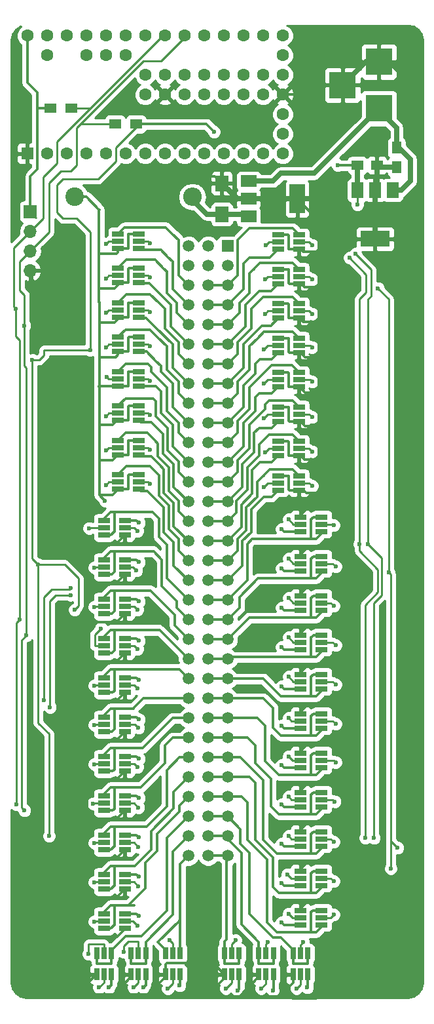
<source format=gtl>
G04 #@! TF.FileFunction,Copper,L1,Top,Signal*
%FSLAX46Y46*%
G04 Gerber Fmt 4.6, Leading zero omitted, Abs format (unit mm)*
G04 Created by KiCad (PCBNEW 4.0.6) date Monday, September 25, 2017 'AMt' 01:13:48 AM*
%MOMM*%
%LPD*%
G01*
G04 APERTURE LIST*
%ADD10C,0.100000*%
%ADD11R,3.500000X3.500000*%
%ADD12C,1.600000*%
%ADD13R,1.600000X1.600000*%
%ADD14R,2.000000X3.800000*%
%ADD15R,2.000000X1.500000*%
%ADD16R,3.800000X2.000000*%
%ADD17R,1.500000X2.000000*%
%ADD18R,1.700000X1.700000*%
%ADD19O,1.700000X1.700000*%
%ADD20R,1.250000X1.500000*%
%ADD21R,1.500000X1.250000*%
%ADD22R,1.560000X0.650000*%
%ADD23R,0.650000X1.560000*%
%ADD24C,2.400000*%
%ADD25O,2.400000X2.400000*%
%ADD26C,1.520000*%
%ADD27R,1.520000X1.520000*%
%ADD28R,1.500000X1.300000*%
%ADD29R,1.700000X2.000000*%
%ADD30C,0.600000*%
%ADD31C,0.650000*%
%ADD32C,0.350000*%
%ADD33C,0.250000*%
%ADD34C,0.254000*%
G04 APERTURE END LIST*
D10*
D11*
X167640000Y-66040000D03*
X167640000Y-60040000D03*
X162940000Y-63040000D03*
D12*
X155194000Y-64262000D03*
X155194000Y-61722000D03*
X155194000Y-59182000D03*
X155194000Y-56642000D03*
X155194000Y-66802000D03*
X155194000Y-69342000D03*
X155194000Y-71882000D03*
X152654000Y-56642000D03*
X150114000Y-56642000D03*
X147574000Y-56642000D03*
X145034000Y-56642000D03*
X142494000Y-56642000D03*
X139954000Y-56642000D03*
X137414000Y-56642000D03*
X134874000Y-56642000D03*
X132334000Y-56642000D03*
X129794000Y-56642000D03*
X127254000Y-56642000D03*
X124714000Y-56642000D03*
X122174000Y-56642000D03*
X124714000Y-59182000D03*
X129794000Y-59182000D03*
X132334000Y-59182000D03*
X134874000Y-59182000D03*
X152654000Y-71882000D03*
X150114000Y-71882000D03*
X147574000Y-71882000D03*
X145034000Y-71882000D03*
X142494000Y-71882000D03*
X139954000Y-71882000D03*
X137414000Y-71882000D03*
X134874000Y-71882000D03*
X132334000Y-71882000D03*
X129794000Y-71882000D03*
X127254000Y-71882000D03*
X124714000Y-71882000D03*
D13*
X122174000Y-71882000D03*
D12*
X137414000Y-64262000D03*
X139954000Y-64262000D03*
X142494000Y-64262000D03*
X145034000Y-64262000D03*
X147574000Y-64262000D03*
X150114000Y-64262000D03*
X152654000Y-64262000D03*
X152654000Y-61722000D03*
X150114000Y-61722000D03*
X147574000Y-61722000D03*
X145034000Y-61722000D03*
X142494000Y-61722000D03*
X139954000Y-61722000D03*
X137414000Y-61722000D03*
D14*
X157074000Y-77724000D03*
D15*
X150774000Y-77724000D03*
X150774000Y-80024000D03*
X150774000Y-75424000D03*
D16*
X167132000Y-82906000D03*
D17*
X167132000Y-76606000D03*
X164832000Y-76606000D03*
X169432000Y-76606000D03*
D18*
X122555000Y-79375000D03*
D19*
X122555000Y-81915000D03*
X122555000Y-84455000D03*
X122555000Y-86995000D03*
D20*
X169926000Y-71140000D03*
X169926000Y-73640000D03*
D21*
X164866000Y-73406000D03*
X167366000Y-73406000D03*
D22*
X133905000Y-113350000D03*
X133905000Y-114300000D03*
X133905000Y-115250000D03*
X136605000Y-115250000D03*
X136605000Y-113350000D03*
X136605000Y-114300000D03*
X132063500Y-119255500D03*
X132063500Y-120205500D03*
X132063500Y-121155500D03*
X134763500Y-121155500D03*
X134763500Y-119255500D03*
X134763500Y-120205500D03*
X132063500Y-154815500D03*
X132063500Y-155765500D03*
X132063500Y-156715500D03*
X134763500Y-156715500D03*
X134763500Y-154815500D03*
X134763500Y-155765500D03*
X133905000Y-108905000D03*
X133905000Y-109855000D03*
X133905000Y-110805000D03*
X136605000Y-110805000D03*
X136605000Y-108905000D03*
X136605000Y-109855000D03*
X160227000Y-120711000D03*
X160227000Y-119761000D03*
X160227000Y-118811000D03*
X157527000Y-118811000D03*
X157527000Y-120711000D03*
X157527000Y-119761000D03*
X160227000Y-156271000D03*
X160227000Y-155321000D03*
X160227000Y-154371000D03*
X157527000Y-154371000D03*
X157527000Y-156271000D03*
X157527000Y-155321000D03*
X133905000Y-104460000D03*
X133905000Y-105410000D03*
X133905000Y-106360000D03*
X136605000Y-106360000D03*
X136605000Y-104460000D03*
X136605000Y-105410000D03*
X132063500Y-124335500D03*
X132063500Y-125285500D03*
X132063500Y-126235500D03*
X134763500Y-126235500D03*
X134763500Y-124335500D03*
X134763500Y-125285500D03*
X132063500Y-159895500D03*
X132063500Y-160845500D03*
X132063500Y-161795500D03*
X134763500Y-161795500D03*
X134763500Y-159895500D03*
X134763500Y-160845500D03*
X133905000Y-100015000D03*
X133905000Y-100965000D03*
X133905000Y-101915000D03*
X136605000Y-101915000D03*
X136605000Y-100015000D03*
X136605000Y-100965000D03*
X160227000Y-125791000D03*
X160227000Y-124841000D03*
X160227000Y-123891000D03*
X157527000Y-123891000D03*
X157527000Y-125791000D03*
X157527000Y-124841000D03*
X160227000Y-161351000D03*
X160227000Y-160401000D03*
X160227000Y-159451000D03*
X157527000Y-159451000D03*
X157527000Y-161351000D03*
X157527000Y-160401000D03*
X133905000Y-95570000D03*
X133905000Y-96520000D03*
X133905000Y-97470000D03*
X136605000Y-97470000D03*
X136605000Y-95570000D03*
X136605000Y-96520000D03*
X132063500Y-129415500D03*
X132063500Y-130365500D03*
X132063500Y-131315500D03*
X134763500Y-131315500D03*
X134763500Y-129415500D03*
X134763500Y-130365500D03*
X132063500Y-164975500D03*
X132063500Y-165925500D03*
X132063500Y-166875500D03*
X134763500Y-166875500D03*
X134763500Y-164975500D03*
X134763500Y-165925500D03*
X133905000Y-91125000D03*
X133905000Y-92075000D03*
X133905000Y-93025000D03*
X136605000Y-93025000D03*
X136605000Y-91125000D03*
X136605000Y-92075000D03*
X160227000Y-130871000D03*
X160227000Y-129921000D03*
X160227000Y-128971000D03*
X157527000Y-128971000D03*
X157527000Y-130871000D03*
X157527000Y-129921000D03*
X160227000Y-166431000D03*
X160227000Y-165481000D03*
X160227000Y-164531000D03*
X157527000Y-164531000D03*
X157527000Y-166431000D03*
X157527000Y-165481000D03*
X133905000Y-86680000D03*
X133905000Y-87630000D03*
X133905000Y-88580000D03*
X136605000Y-88580000D03*
X136605000Y-86680000D03*
X136605000Y-87630000D03*
X132063500Y-134495500D03*
X132063500Y-135445500D03*
X132063500Y-136395500D03*
X134763500Y-136395500D03*
X134763500Y-134495500D03*
X134763500Y-135445500D03*
X132063500Y-170055500D03*
X132063500Y-171005500D03*
X132063500Y-171955500D03*
X134763500Y-171955500D03*
X134763500Y-170055500D03*
X134763500Y-171005500D03*
X133905000Y-82235000D03*
X133905000Y-83185000D03*
X133905000Y-84135000D03*
X136605000Y-84135000D03*
X136605000Y-82235000D03*
X136605000Y-83185000D03*
X160227000Y-135951000D03*
X160227000Y-135001000D03*
X160227000Y-134051000D03*
X157527000Y-134051000D03*
X157527000Y-135951000D03*
X157527000Y-135001000D03*
X160227000Y-171511000D03*
X160227000Y-170561000D03*
X160227000Y-169611000D03*
X157527000Y-169611000D03*
X157527000Y-171511000D03*
X157527000Y-170561000D03*
X157306000Y-115377000D03*
X157306000Y-114427000D03*
X157306000Y-113477000D03*
X154606000Y-113477000D03*
X154606000Y-115377000D03*
X154606000Y-114427000D03*
X132063500Y-139575500D03*
X132063500Y-140525500D03*
X132063500Y-141475500D03*
X134763500Y-141475500D03*
X134763500Y-139575500D03*
X134763500Y-140525500D03*
D23*
X133030000Y-175180000D03*
X132080000Y-175180000D03*
X131130000Y-175180000D03*
X131130000Y-177880000D03*
X133030000Y-177880000D03*
X132080000Y-177880000D03*
D22*
X157306000Y-110932000D03*
X157306000Y-109982000D03*
X157306000Y-109032000D03*
X154606000Y-109032000D03*
X154606000Y-110932000D03*
X154606000Y-109982000D03*
X160227000Y-141031000D03*
X160227000Y-140081000D03*
X160227000Y-139131000D03*
X157527000Y-139131000D03*
X157527000Y-141031000D03*
X157527000Y-140081000D03*
D23*
X158430000Y-175180000D03*
X157480000Y-175180000D03*
X156530000Y-175180000D03*
X156530000Y-177880000D03*
X158430000Y-177880000D03*
X157480000Y-177880000D03*
D22*
X157306000Y-106487000D03*
X157306000Y-105537000D03*
X157306000Y-104587000D03*
X154606000Y-104587000D03*
X154606000Y-106487000D03*
X154606000Y-105537000D03*
X132063500Y-144655500D03*
X132063500Y-145605500D03*
X132063500Y-146555500D03*
X134763500Y-146555500D03*
X134763500Y-144655500D03*
X134763500Y-145605500D03*
D23*
X137475000Y-175180000D03*
X136525000Y-175180000D03*
X135575000Y-175180000D03*
X135575000Y-177880000D03*
X137475000Y-177880000D03*
X136525000Y-177880000D03*
D22*
X157306000Y-102042000D03*
X157306000Y-101092000D03*
X157306000Y-100142000D03*
X154606000Y-100142000D03*
X154606000Y-102042000D03*
X154606000Y-101092000D03*
X160227000Y-146111000D03*
X160227000Y-145161000D03*
X160227000Y-144211000D03*
X157527000Y-144211000D03*
X157527000Y-146111000D03*
X157527000Y-145161000D03*
D23*
X153985000Y-175180000D03*
X153035000Y-175180000D03*
X152085000Y-175180000D03*
X152085000Y-177880000D03*
X153985000Y-177880000D03*
X153035000Y-177880000D03*
D22*
X157306000Y-97597000D03*
X157306000Y-96647000D03*
X157306000Y-95697000D03*
X154606000Y-95697000D03*
X154606000Y-97597000D03*
X154606000Y-96647000D03*
X132063500Y-149735500D03*
X132063500Y-150685500D03*
X132063500Y-151635500D03*
X134763500Y-151635500D03*
X134763500Y-149735500D03*
X134763500Y-150685500D03*
D23*
X141920000Y-175180000D03*
X140970000Y-175180000D03*
X140020000Y-175180000D03*
X140020000Y-177880000D03*
X141920000Y-177880000D03*
X140970000Y-177880000D03*
D22*
X157306000Y-93152000D03*
X157306000Y-92202000D03*
X157306000Y-91252000D03*
X154606000Y-91252000D03*
X154606000Y-93152000D03*
X154606000Y-92202000D03*
X160227000Y-151191000D03*
X160227000Y-150241000D03*
X160227000Y-149291000D03*
X157527000Y-149291000D03*
X157527000Y-151191000D03*
X157527000Y-150241000D03*
D23*
X149540000Y-175180000D03*
X148590000Y-175180000D03*
X147640000Y-175180000D03*
X147640000Y-177880000D03*
X149540000Y-177880000D03*
X148590000Y-177880000D03*
D22*
X157306000Y-88707000D03*
X157306000Y-87757000D03*
X157306000Y-86807000D03*
X154606000Y-86807000D03*
X154606000Y-88707000D03*
X154606000Y-87757000D03*
X157306000Y-84262000D03*
X157306000Y-83312000D03*
X157306000Y-82362000D03*
X154606000Y-82362000D03*
X154606000Y-84262000D03*
X154606000Y-83312000D03*
D24*
X128270000Y-77470000D03*
D25*
X143510000Y-77470000D03*
D26*
X148082000Y-88900000D03*
X148082000Y-91440000D03*
X148082000Y-93980000D03*
X148082000Y-96520000D03*
X148082000Y-99060000D03*
X148082000Y-101600000D03*
X148082000Y-104140000D03*
X148082000Y-106680000D03*
X148082000Y-109220000D03*
X148082000Y-111760000D03*
X148082000Y-114300000D03*
X148082000Y-116840000D03*
X148082000Y-119380000D03*
X148082000Y-121920000D03*
X148082000Y-124460000D03*
X148082000Y-127000000D03*
X148082000Y-129540000D03*
X148082000Y-132080000D03*
X148082000Y-134620000D03*
X148082000Y-137160000D03*
X148082000Y-139700000D03*
X148082000Y-142240000D03*
X148082000Y-144780000D03*
X148082000Y-147320000D03*
X148082000Y-149860000D03*
X148082000Y-152400000D03*
X148082000Y-154940000D03*
X148082000Y-157480000D03*
X148082000Y-160020000D03*
X148082000Y-162560000D03*
X148082000Y-86360000D03*
D27*
X148082000Y-83820000D03*
D26*
X145542000Y-83820000D03*
X145542000Y-86360000D03*
X145542000Y-88900000D03*
X145542000Y-91440000D03*
X145542000Y-93980000D03*
X145542000Y-96520000D03*
X145542000Y-99060000D03*
X145542000Y-101600000D03*
X145542000Y-104140000D03*
X145542000Y-106680000D03*
X145542000Y-109220000D03*
X145542000Y-111760000D03*
X145542000Y-114300000D03*
X145542000Y-116840000D03*
X145542000Y-119380000D03*
X145542000Y-121920000D03*
X145542000Y-124460000D03*
X145542000Y-127000000D03*
X145542000Y-129540000D03*
X145542000Y-132080000D03*
X145542000Y-134620000D03*
X145542000Y-137160000D03*
X145542000Y-139700000D03*
X145542000Y-142240000D03*
X145542000Y-144780000D03*
X145542000Y-147320000D03*
X145542000Y-149860000D03*
X145542000Y-152400000D03*
X145542000Y-154940000D03*
X145542000Y-157480000D03*
X145542000Y-160020000D03*
X145542000Y-162560000D03*
X143002000Y-83820000D03*
X143002000Y-86360000D03*
X143002000Y-88900000D03*
X143002000Y-91440000D03*
X143002000Y-93980000D03*
X143002000Y-96520000D03*
X143002000Y-99060000D03*
X143002000Y-101600000D03*
X143002000Y-104140000D03*
X143002000Y-106680000D03*
X143002000Y-109220000D03*
X143002000Y-111760000D03*
X143002000Y-114300000D03*
X143002000Y-116840000D03*
X143002000Y-119380000D03*
X143002000Y-121920000D03*
X143002000Y-124460000D03*
X143002000Y-127000000D03*
X143002000Y-129540000D03*
X143002000Y-132080000D03*
X143002000Y-134620000D03*
X143002000Y-137160000D03*
X143002000Y-139700000D03*
X143002000Y-142240000D03*
X143002000Y-144780000D03*
X143002000Y-147320000D03*
X143002000Y-149860000D03*
X143002000Y-152400000D03*
X143002000Y-154940000D03*
X143002000Y-157480000D03*
X143002000Y-160020000D03*
X143002000Y-162560000D03*
D28*
X125142000Y-66040000D03*
X127842000Y-66040000D03*
X136224000Y-68072000D03*
X133524000Y-68072000D03*
D29*
X147320000Y-79724000D03*
X147320000Y-75724000D03*
D30*
X140081000Y-74803000D03*
X129032000Y-94361000D03*
X123698000Y-123063000D03*
X126111000Y-159004000D03*
X165100000Y-89154000D03*
X167005000Y-164846000D03*
X166624000Y-126619000D03*
X122809000Y-97409000D03*
X129032000Y-132588000D03*
X128314000Y-134410000D03*
X152781000Y-97155000D03*
X138049000Y-96774000D03*
X130175000Y-120269000D03*
X136398000Y-120650000D03*
X130683000Y-155829000D03*
X136525000Y-156337000D03*
X159004000Y-101346000D03*
X132461000Y-100711000D03*
X161798000Y-119888000D03*
X155956000Y-119126000D03*
X161925000Y-155575000D03*
X155956000Y-154940000D03*
X159004000Y-96901000D03*
X132334000Y-96901000D03*
X130810000Y-125349000D03*
X136271000Y-125730000D03*
X130810000Y-160909000D03*
X136525000Y-161417000D03*
X152781000Y-101600000D03*
X138049000Y-101219000D03*
X162052000Y-125222000D03*
X155956000Y-124206000D03*
X161798000Y-160782000D03*
X155956000Y-160020000D03*
X152908000Y-92583000D03*
X138049000Y-92329000D03*
X130810000Y-130429000D03*
X136398000Y-130810000D03*
X130810000Y-165989000D03*
X136525000Y-166497000D03*
X159004000Y-105918000D03*
X132334000Y-105791000D03*
X161798000Y-130302000D03*
X155956000Y-129286000D03*
X161798000Y-165862000D03*
X155829000Y-164973000D03*
X159004000Y-92583000D03*
X132334000Y-92456000D03*
X127762000Y-128905000D03*
X125095000Y-143383000D03*
X131699000Y-133223000D03*
X124333000Y-142494000D03*
X136398000Y-135890000D03*
X127762000Y-128016000D03*
X130810000Y-171069000D03*
X136398000Y-171577000D03*
X152781000Y-106045000D03*
X138049000Y-105664000D03*
X162052000Y-135382000D03*
X155956000Y-134366000D03*
X161798000Y-170180000D03*
X155956000Y-170053000D03*
X152908000Y-88138000D03*
X138049000Y-87884000D03*
X130810000Y-140589000D03*
X136398000Y-140970000D03*
X130048000Y-175260000D03*
X131445000Y-179578000D03*
X159004000Y-110363000D03*
X132334000Y-110236000D03*
X162052000Y-140462000D03*
X155956000Y-139446000D03*
X157861000Y-173736000D03*
X156972000Y-179705000D03*
X159004000Y-88138000D03*
X132334000Y-88011000D03*
X130810000Y-145669000D03*
X136525000Y-146050000D03*
X134620000Y-175006000D03*
X135890000Y-179578000D03*
X152908000Y-110490000D03*
X138049000Y-110109000D03*
X162052000Y-145542000D03*
X155956000Y-144780000D03*
X153289000Y-173736000D03*
X152400000Y-179705000D03*
X153035000Y-83693000D03*
X138049000Y-83439000D03*
X130810000Y-150749000D03*
X136398000Y-151130000D03*
X140589000Y-173482000D03*
X140335000Y-179705000D03*
X159004000Y-114808000D03*
X132334000Y-114681000D03*
X162052000Y-150495000D03*
X155956000Y-149733000D03*
X149098000Y-173482000D03*
X147828000Y-179705000D03*
X159004000Y-83693000D03*
X132334000Y-83566000D03*
X152781000Y-114935000D03*
X138049000Y-114554000D03*
X146304000Y-69088000D03*
X162306000Y-73406000D03*
X124968000Y-160020000D03*
X128270000Y-130810000D03*
X123571000Y-124968000D03*
X167513000Y-89281000D03*
X164846000Y-78486000D03*
X170053000Y-161544000D03*
X169164000Y-164211000D03*
X168910000Y-125984000D03*
X130302000Y-97282000D03*
X122809000Y-98552000D03*
X132207000Y-116713000D03*
X158369000Y-179578000D03*
X141859000Y-179324000D03*
X153924000Y-179959000D03*
X149352000Y-179959000D03*
X137160000Y-179578000D03*
X132715000Y-179578000D03*
X136588500Y-119570500D03*
X155067000Y-125476000D03*
X155067000Y-130556000D03*
X155067000Y-135636000D03*
X155067000Y-140716000D03*
X155067000Y-145796000D03*
X155067000Y-150876000D03*
X155067000Y-155956000D03*
X155067000Y-161036000D03*
X155067000Y-166116000D03*
X155067000Y-171196000D03*
X155067000Y-120396000D03*
X136588500Y-170370500D03*
X136588500Y-165290500D03*
X136588500Y-160210500D03*
X136588500Y-155130500D03*
X136588500Y-150050500D03*
X136588500Y-144970500D03*
X136588500Y-139890500D03*
X136588500Y-134810500D03*
X136588500Y-129730500D03*
X136588500Y-124650500D03*
X164592000Y-84836000D03*
X166243000Y-122301000D03*
X167005000Y-160274000D03*
X120777000Y-155956000D03*
X121158000Y-132080000D03*
X120650000Y-91948000D03*
X163830000Y-85344000D03*
X165862000Y-160274000D03*
X165100000Y-122301000D03*
X121793000Y-156718000D03*
X122047000Y-134112000D03*
X121793000Y-94107000D03*
D31*
X150774000Y-77724000D02*
X149320000Y-77724000D01*
X149320000Y-77724000D02*
X147320000Y-75724000D01*
D32*
X140081000Y-74803000D02*
X146399000Y-74803000D01*
X146399000Y-74803000D02*
X147320000Y-75724000D01*
X157306000Y-115377000D02*
X157922000Y-115377000D01*
X157922000Y-115377000D02*
X158242000Y-115697000D01*
X158242000Y-115697000D02*
X161036000Y-115697000D01*
X157306000Y-110932000D02*
X157541000Y-110932000D01*
X157541000Y-110932000D02*
X157988000Y-111379000D01*
X157988000Y-111379000D02*
X159878000Y-111379000D01*
X157306000Y-106487000D02*
X157541000Y-106487000D01*
X157541000Y-106487000D02*
X158115000Y-107061000D01*
X158115000Y-107061000D02*
X159893000Y-107061000D01*
X157306000Y-102042000D02*
X157414000Y-102042000D01*
X157414000Y-102042000D02*
X158115000Y-102743000D01*
X158115000Y-102743000D02*
X159893000Y-102743000D01*
X157306000Y-97597000D02*
X157541000Y-97597000D01*
X157541000Y-97597000D02*
X158115000Y-98171000D01*
X158115000Y-98171000D02*
X159893000Y-98171000D01*
X157306000Y-93152000D02*
X157414000Y-93152000D01*
X157414000Y-93152000D02*
X157861000Y-93599000D01*
X157861000Y-93599000D02*
X159893000Y-93599000D01*
X157306000Y-88707000D02*
X157541000Y-88707000D01*
X157541000Y-88707000D02*
X157988000Y-89154000D01*
X157988000Y-89154000D02*
X159893000Y-89154000D01*
X157306000Y-84262000D02*
X157541000Y-84262000D01*
X157541000Y-84262000D02*
X157861000Y-84582000D01*
X157861000Y-84582000D02*
X159893000Y-84582000D01*
X159893000Y-82677000D02*
X159893000Y-80543000D01*
X159893000Y-86868000D02*
X159893000Y-84582000D01*
X159893000Y-84582000D02*
X159893000Y-82677000D01*
X159893000Y-80543000D02*
X157074000Y-77724000D01*
X154606000Y-113477000D02*
X155895000Y-113477000D01*
X156017000Y-115377000D02*
X157306000Y-115377000D01*
X155956000Y-115316000D02*
X156017000Y-115377000D01*
X155956000Y-113538000D02*
X155956000Y-115316000D01*
X155895000Y-113477000D02*
X155956000Y-113538000D01*
X154606000Y-109032000D02*
X155895000Y-109032000D01*
X156017000Y-110932000D02*
X157306000Y-110932000D01*
X155956000Y-110871000D02*
X156017000Y-110932000D01*
X155956000Y-109093000D02*
X155956000Y-110871000D01*
X155895000Y-109032000D02*
X155956000Y-109093000D01*
X154606000Y-104587000D02*
X155895000Y-104587000D01*
X156017000Y-106487000D02*
X157306000Y-106487000D01*
X155956000Y-106426000D02*
X156017000Y-106487000D01*
X155956000Y-104648000D02*
X155956000Y-106426000D01*
X155895000Y-104587000D02*
X155956000Y-104648000D01*
X154606000Y-100142000D02*
X155895000Y-100142000D01*
X156017000Y-102042000D02*
X157306000Y-102042000D01*
X155956000Y-101981000D02*
X156017000Y-102042000D01*
X155956000Y-100203000D02*
X155956000Y-101981000D01*
X155895000Y-100142000D02*
X155956000Y-100203000D01*
X154606000Y-95697000D02*
X155895000Y-95697000D01*
X156017000Y-97597000D02*
X157306000Y-97597000D01*
X155956000Y-97536000D02*
X156017000Y-97597000D01*
X155956000Y-95758000D02*
X155956000Y-97536000D01*
X155895000Y-95697000D02*
X155956000Y-95758000D01*
X154606000Y-91252000D02*
X155895000Y-91252000D01*
X156017000Y-93152000D02*
X157306000Y-93152000D01*
X155956000Y-93091000D02*
X156017000Y-93152000D01*
X155956000Y-91313000D02*
X155956000Y-93091000D01*
X155895000Y-91252000D02*
X155956000Y-91313000D01*
X154606000Y-86807000D02*
X155895000Y-86807000D01*
X156017000Y-88707000D02*
X157306000Y-88707000D01*
X155956000Y-88646000D02*
X156017000Y-88707000D01*
X155956000Y-86868000D02*
X155956000Y-88646000D01*
X155895000Y-86807000D02*
X155956000Y-86868000D01*
X154606000Y-82362000D02*
X155895000Y-82362000D01*
X156017000Y-84262000D02*
X157306000Y-84262000D01*
X155956000Y-84201000D02*
X156017000Y-84262000D01*
X155956000Y-82423000D02*
X155956000Y-84201000D01*
X155895000Y-82362000D02*
X155956000Y-82423000D01*
X129032000Y-94361000D02*
X122809000Y-88138000D01*
X124777500Y-122237500D02*
X129857500Y-122237500D01*
X124523500Y-122237500D02*
X124777500Y-122237500D01*
X123698000Y-123063000D02*
X124523500Y-122237500D01*
X126365000Y-156718000D02*
X129857500Y-156718000D01*
X126111000Y-156972000D02*
X126365000Y-156718000D01*
X126111000Y-159004000D02*
X126111000Y-156972000D01*
X159893000Y-89154000D02*
X165100000Y-89154000D01*
X159893000Y-89154000D02*
X160020000Y-89154000D01*
X160020000Y-89154000D02*
X159893000Y-89154000D01*
X167005000Y-164846000D02*
X163322000Y-164846000D01*
X163322000Y-164846000D02*
X163449000Y-164846000D01*
X163449000Y-164846000D02*
X163322000Y-164846000D01*
X166624000Y-126619000D02*
X163322000Y-126619000D01*
X122809000Y-87249000D02*
X122809000Y-88138000D01*
X122809000Y-88138000D02*
X122809000Y-96266000D01*
X122809000Y-97409000D02*
X122809000Y-96266000D01*
X122809000Y-87249000D02*
X122555000Y-86995000D01*
X129222500Y-132397500D02*
X129857500Y-132397500D01*
X128270000Y-133350000D02*
X129032000Y-132588000D01*
X129032000Y-132588000D02*
X129222500Y-132397500D01*
X128270000Y-134366000D02*
X128270000Y-133350000D01*
X128314000Y-134410000D02*
X128270000Y-134366000D01*
X155638500Y-179895500D02*
X155638500Y-180149500D01*
X163322000Y-177165000D02*
X163322000Y-168656000D01*
X159512000Y-180975000D02*
X163322000Y-177165000D01*
X156464000Y-180975000D02*
X159512000Y-180975000D01*
X155638500Y-180149500D02*
X156464000Y-180975000D01*
X140020000Y-177880000D02*
X140020000Y-176596000D01*
X146163000Y-176403000D02*
X147640000Y-177880000D01*
X140213000Y-176403000D02*
X146163000Y-176403000D01*
X140020000Y-176596000D02*
X140213000Y-176403000D01*
X140020000Y-177880000D02*
X140020000Y-178242000D01*
X140020000Y-178242000D02*
X137795000Y-180467000D01*
X137795000Y-180467000D02*
X133350000Y-180467000D01*
X128905000Y-180213000D02*
X128905000Y-173990000D01*
X128905000Y-173990000D02*
X129857500Y-173037500D01*
X154686000Y-180721000D02*
X154813000Y-180721000D01*
X149606000Y-180721000D02*
X154686000Y-180721000D01*
X156530000Y-179004000D02*
X156530000Y-177880000D01*
X154813000Y-180721000D02*
X155638500Y-179895500D01*
X155638500Y-179895500D02*
X156530000Y-179004000D01*
X147640000Y-177880000D02*
X147640000Y-178369000D01*
X147640000Y-178369000D02*
X145288000Y-180721000D01*
X149606000Y-180721000D02*
X145288000Y-180721000D01*
X152085000Y-177880000D02*
X152085000Y-178242000D01*
X152085000Y-178242000D02*
X149606000Y-180721000D01*
X135575000Y-177880000D02*
X135575000Y-178242000D01*
X135575000Y-178242000D02*
X133350000Y-180467000D01*
X128905000Y-180467000D02*
X128905000Y-180213000D01*
X128905000Y-180213000D02*
X128905000Y-180105000D01*
X133350000Y-180467000D02*
X128905000Y-180467000D01*
X128905000Y-180105000D02*
X131130000Y-177880000D01*
X129857500Y-167957500D02*
X129857500Y-173037500D01*
X133778680Y-173037500D02*
X134739090Y-172077090D01*
X133413500Y-173037500D02*
X133778680Y-173037500D01*
X129857500Y-173037500D02*
X133413500Y-173037500D01*
X134739090Y-172077090D02*
X134763500Y-171955500D01*
X129857500Y-162877500D02*
X129857500Y-167957500D01*
X133681500Y-167957500D02*
X134763500Y-166875500D01*
X129857500Y-167957500D02*
X133413500Y-167957500D01*
X133413500Y-167957500D02*
X133681500Y-167957500D01*
X129857500Y-157797500D02*
X129857500Y-162877500D01*
X133681500Y-162877500D02*
X134763500Y-161795500D01*
X129857500Y-162877500D02*
X133413500Y-162877500D01*
X133413500Y-162877500D02*
X133681500Y-162877500D01*
X133413500Y-157797500D02*
X133681500Y-157797500D01*
X133413500Y-157797500D02*
X129857500Y-157797500D01*
X129857500Y-152717500D02*
X129857500Y-156718000D01*
X129857500Y-156718000D02*
X129857500Y-157797500D01*
X133681500Y-157797500D02*
X134763500Y-156715500D01*
X133350000Y-152717500D02*
X133681500Y-152717500D01*
X133681500Y-152717500D02*
X134763500Y-151635500D01*
X129857500Y-147637500D02*
X129857500Y-152717500D01*
X133413500Y-152717500D02*
X133350000Y-152717500D01*
X133350000Y-152717500D02*
X129857500Y-152717500D01*
X133350000Y-147637500D02*
X133681500Y-147637500D01*
X133681500Y-147637500D02*
X134763500Y-146555500D01*
X129857500Y-142557500D02*
X129857500Y-147637500D01*
X133413500Y-147637500D02*
X133350000Y-147637500D01*
X133350000Y-147637500D02*
X129857500Y-147637500D01*
X133350000Y-142557500D02*
X133681500Y-142557500D01*
X133681500Y-142557500D02*
X134763500Y-141475500D01*
X129857500Y-137477500D02*
X129857500Y-142557500D01*
X133413500Y-142557500D02*
X133350000Y-142557500D01*
X133350000Y-142557500D02*
X129857500Y-142557500D01*
X129857500Y-127317500D02*
X129857500Y-125476000D01*
X129857500Y-125476000D02*
X129857500Y-122237500D01*
X129857500Y-122237500D02*
X133350000Y-122237500D01*
X129857500Y-132397500D02*
X129857500Y-127317500D01*
X129857500Y-127317500D02*
X133350000Y-127317500D01*
X129857500Y-137477500D02*
X129857500Y-132397500D01*
X133350000Y-132397500D02*
X129857500Y-132397500D01*
X129857500Y-137477500D02*
X133350000Y-137477500D01*
X133350000Y-137477500D02*
X133681500Y-137477500D01*
X133681500Y-137477500D02*
X134763500Y-136395500D01*
X133350000Y-132397500D02*
X133681500Y-132397500D01*
X133681500Y-132397500D02*
X134763500Y-131315500D01*
X134763500Y-126235500D02*
X133681500Y-127317500D01*
X133681500Y-127317500D02*
X133350000Y-127317500D01*
X133350000Y-122237500D02*
X133681500Y-122237500D01*
X133681500Y-122237500D02*
X134763500Y-121155500D01*
X155194000Y-64262000D02*
X153416000Y-66040000D01*
X141732000Y-66040000D02*
X139954000Y-64262000D01*
X153416000Y-66040000D02*
X141732000Y-66040000D01*
X162940000Y-63040000D02*
X159972000Y-63040000D01*
X158750000Y-64262000D02*
X155194000Y-64262000D01*
X159972000Y-63040000D02*
X158750000Y-64262000D01*
D31*
X157074000Y-77724000D02*
X159766000Y-77724000D01*
X159766000Y-77724000D02*
X161798000Y-79756000D01*
X161798000Y-79756000D02*
X167132000Y-79756000D01*
X167640000Y-60040000D02*
X169006000Y-60040000D01*
X169006000Y-60040000D02*
X172974000Y-64008000D01*
X172974000Y-64008000D02*
X172974000Y-76708000D01*
X172974000Y-76708000D02*
X169926000Y-79756000D01*
X169926000Y-79756000D02*
X167132000Y-79756000D01*
X150774000Y-77724000D02*
X157074000Y-77724000D01*
X167132000Y-76606000D02*
X167132000Y-79756000D01*
X167132000Y-79756000D02*
X167132000Y-82906000D01*
X167366000Y-73406000D02*
X167366000Y-76372000D01*
X167366000Y-76372000D02*
X167132000Y-76606000D01*
X169926000Y-73640000D02*
X167600000Y-73640000D01*
X167600000Y-73640000D02*
X167366000Y-73406000D01*
X167640000Y-60040000D02*
X165940000Y-60040000D01*
X165940000Y-60040000D02*
X162940000Y-63040000D01*
D32*
X159893000Y-89281000D02*
X159893000Y-89154000D01*
X159893000Y-89154000D02*
X159893000Y-87122000D01*
X159893000Y-91313000D02*
X159893000Y-89281000D01*
X157547000Y-118551000D02*
X158242000Y-117856000D01*
X158242000Y-122936000D02*
X163322000Y-122936000D01*
X157547000Y-123631000D02*
X158242000Y-122936000D01*
X163322000Y-122936000D02*
X163322000Y-123571000D01*
X163322000Y-123571000D02*
X163322000Y-126619000D01*
X163322000Y-126619000D02*
X163322000Y-128016000D01*
X158242000Y-128016000D02*
X163322000Y-128016000D01*
X157547000Y-128711000D02*
X158242000Y-128016000D01*
X158242000Y-133096000D02*
X163322000Y-133096000D01*
X157547000Y-133791000D02*
X158242000Y-133096000D01*
X163322000Y-128016000D02*
X163322000Y-133096000D01*
X163322000Y-133096000D02*
X163322000Y-134366000D01*
X163322000Y-134366000D02*
X163322000Y-138176000D01*
X158242000Y-138176000D02*
X163322000Y-138176000D01*
X157547000Y-138871000D02*
X158242000Y-138176000D01*
X158242000Y-143256000D02*
X163322000Y-143256000D01*
X157547000Y-143951000D02*
X158242000Y-143256000D01*
X163322000Y-138176000D02*
X163322000Y-143256000D01*
X163322000Y-143256000D02*
X163322000Y-143891000D01*
X163322000Y-143891000D02*
X163322000Y-148336000D01*
X158242000Y-148336000D02*
X163322000Y-148336000D01*
X157547000Y-149031000D02*
X158242000Y-148336000D01*
X158242000Y-153416000D02*
X163322000Y-153416000D01*
X157547000Y-154111000D02*
X158242000Y-153416000D01*
X163322000Y-148336000D02*
X163322000Y-153416000D01*
X163322000Y-153416000D02*
X163322000Y-154051000D01*
X163322000Y-154051000D02*
X163322000Y-158496000D01*
X158242000Y-158496000D02*
X163322000Y-158496000D01*
X157547000Y-159191000D02*
X158242000Y-158496000D01*
X158242000Y-163576000D02*
X163322000Y-163576000D01*
X157547000Y-164271000D02*
X158242000Y-163576000D01*
X163322000Y-158496000D02*
X163322000Y-163576000D01*
X163322000Y-163576000D02*
X163322000Y-164211000D01*
X163322000Y-164211000D02*
X163322000Y-164846000D01*
X163322000Y-164846000D02*
X163322000Y-168656000D01*
X158242000Y-168656000D02*
X163322000Y-168656000D01*
X157547000Y-169351000D02*
X158242000Y-168656000D01*
X133413500Y-122237500D02*
X133350000Y-122237500D01*
X133413500Y-137477500D02*
X133350000Y-137477500D01*
X133413500Y-132397500D02*
X133350000Y-132397500D01*
X133413500Y-127317500D02*
X133350000Y-127317500D01*
X159893000Y-87107000D02*
X159893000Y-87122000D01*
X159893000Y-87122000D02*
X159893000Y-86868000D01*
X159893000Y-91252000D02*
X159893000Y-91313000D01*
X159893000Y-91552000D02*
X159878000Y-91567000D01*
X159893000Y-91567000D02*
X159893000Y-91313000D01*
X159893000Y-95631000D02*
X159893000Y-93599000D01*
X159893000Y-93599000D02*
X159893000Y-91567000D01*
X163322000Y-119761000D02*
X163322000Y-122936000D01*
X163322000Y-117856000D02*
X163322000Y-119761000D01*
X158242000Y-117856000D02*
X161036000Y-117856000D01*
X159893000Y-86807000D02*
X159893000Y-86868000D01*
X159893000Y-95697000D02*
X159893000Y-95631000D01*
X159893000Y-96012000D02*
X159893000Y-95631000D01*
X159893000Y-95997000D02*
X159893000Y-96012000D01*
X159893000Y-96012000D02*
X159893000Y-98171000D01*
X159893000Y-98171000D02*
X159893000Y-99568000D01*
X159893000Y-99568000D02*
X159893000Y-100076000D01*
X159893000Y-100142000D02*
X159893000Y-100076000D01*
X159893000Y-100076000D02*
X159893000Y-100457000D01*
X159893000Y-100442000D02*
X159893000Y-100457000D01*
X159893000Y-100442000D02*
X159893000Y-100457000D01*
X159893000Y-104648000D02*
X159893000Y-102743000D01*
X159893000Y-102743000D02*
X159893000Y-100457000D01*
X159893000Y-104587000D02*
X159893000Y-104648000D01*
X159893000Y-104887000D02*
X159893000Y-104902000D01*
X159893000Y-104902000D02*
X159893000Y-104648000D01*
X159893000Y-108966000D02*
X159893000Y-107061000D01*
X159893000Y-107061000D02*
X159893000Y-104902000D01*
X159893000Y-109032000D02*
X159893000Y-108966000D01*
X159878000Y-109332000D02*
X159893000Y-109317000D01*
X159893000Y-109317000D02*
X159893000Y-108966000D01*
X159878000Y-109332000D02*
X159878000Y-111379000D01*
X159878000Y-111379000D02*
X159878000Y-113411000D01*
X159878000Y-113477000D02*
X159878000Y-114031000D01*
X161036000Y-115189000D02*
X161036000Y-115697000D01*
X161036000Y-115697000D02*
X161036000Y-117856000D01*
X159878000Y-114031000D02*
X161036000Y-115189000D01*
X159893000Y-113411000D02*
X159878000Y-113411000D01*
X159878000Y-113477000D02*
X159893000Y-113462000D01*
X159893000Y-113462000D02*
X159893000Y-113411000D01*
X161036000Y-117856000D02*
X163322000Y-117856000D01*
X140208000Y-153797000D02*
X140208000Y-151511000D01*
X137604500Y-158813500D02*
X140208000Y-156210000D01*
X140208000Y-156210000D02*
X140208000Y-153797000D01*
X135890000Y-158813500D02*
X137604500Y-158813500D01*
X141859000Y-149860000D02*
X143002000Y-149860000D01*
X140208000Y-151511000D02*
X141859000Y-149860000D01*
X132063500Y-161795500D02*
X132971500Y-161795500D01*
X133413500Y-161353500D02*
X133413500Y-158813500D01*
X132971500Y-161795500D02*
X133413500Y-161353500D01*
X132905500Y-158813500D02*
X133413500Y-158813500D01*
X133413500Y-158813500D02*
X135890000Y-158813500D01*
X135890000Y-158813500D02*
X135953500Y-158813500D01*
X132083500Y-159635500D02*
X132905500Y-158813500D01*
X145542000Y-149860000D02*
X148082000Y-149860000D01*
X152654000Y-152908000D02*
X152654000Y-152781000D01*
X154432000Y-162306000D02*
X152654000Y-160528000D01*
X152654000Y-160528000D02*
X152654000Y-152908000D01*
X158877000Y-162306000D02*
X155702000Y-162306000D01*
X155702000Y-162306000D02*
X154432000Y-162306000D01*
X149733000Y-149860000D02*
X148082000Y-149860000D01*
X152654000Y-152781000D02*
X149733000Y-149860000D01*
X160227000Y-159451000D02*
X159192000Y-159451000D01*
X159192000Y-159451000D02*
X158877000Y-159766000D01*
X158877000Y-159766000D02*
X158877000Y-162306000D01*
X158892000Y-159751000D02*
X158877000Y-159766000D01*
X159512000Y-162306000D02*
X158877000Y-162306000D01*
X160207000Y-161611000D02*
X159512000Y-162306000D01*
X141097000Y-155448000D02*
X141097000Y-154305000D01*
X136080500Y-163893500D02*
X138176000Y-161798000D01*
X138176000Y-161798000D02*
X138176000Y-159385000D01*
X138176000Y-159385000D02*
X141097000Y-156464000D01*
X141097000Y-156464000D02*
X141097000Y-155448000D01*
X135890000Y-163893500D02*
X136080500Y-163893500D01*
X141097000Y-154305000D02*
X143002000Y-152400000D01*
X132063500Y-166875500D02*
X132971500Y-166875500D01*
X133413500Y-166433500D02*
X133413500Y-163893500D01*
X132971500Y-166875500D02*
X133413500Y-166433500D01*
X132905500Y-163893500D02*
X133413500Y-163893500D01*
X133413500Y-163893500D02*
X135890000Y-163893500D01*
X135890000Y-163893500D02*
X135953500Y-163893500D01*
X132083500Y-164715500D02*
X132905500Y-163893500D01*
X145542000Y-152400000D02*
X148082000Y-152400000D01*
X148082000Y-152400000D02*
X150876000Y-152400000D01*
X154686000Y-167386000D02*
X153924000Y-166624000D01*
X153924000Y-166624000D02*
X153924000Y-162814000D01*
X153924000Y-162814000D02*
X151638000Y-160528000D01*
X151638000Y-160528000D02*
X151638000Y-153162000D01*
X151638000Y-153162000D02*
X150876000Y-152400000D01*
X155702000Y-167386000D02*
X158877000Y-167386000D01*
X155702000Y-167386000D02*
X154686000Y-167386000D01*
X160227000Y-164531000D02*
X159192000Y-164531000D01*
X158877000Y-164846000D02*
X158877000Y-167386000D01*
X159192000Y-164531000D02*
X158877000Y-164846000D01*
X159512000Y-167386000D02*
X158877000Y-167386000D01*
X160207000Y-166691000D02*
X159512000Y-167386000D01*
X138938000Y-160147000D02*
X138938000Y-159766000D01*
X135191500Y-168973500D02*
X137414000Y-166751000D01*
X137414000Y-166751000D02*
X137414000Y-163449000D01*
X137414000Y-163449000D02*
X138938000Y-161925000D01*
X138938000Y-161925000D02*
X138938000Y-160147000D01*
X133413500Y-168973500D02*
X135191500Y-168973500D01*
X141859000Y-156083000D02*
X143002000Y-154940000D01*
X141859000Y-156845000D02*
X141859000Y-156083000D01*
X138938000Y-159766000D02*
X141859000Y-156845000D01*
X132063500Y-171955500D02*
X132971500Y-171955500D01*
X133413500Y-171513500D02*
X133413500Y-168973500D01*
X132971500Y-171955500D02*
X133413500Y-171513500D01*
X133413500Y-168973500D02*
X135953500Y-168973500D01*
X132905500Y-168973500D02*
X133413500Y-168973500D01*
X132083500Y-169795500D02*
X132905500Y-168973500D01*
X145542000Y-154940000D02*
X148082000Y-154940000D01*
X150622000Y-155702000D02*
X149860000Y-154940000D01*
X154432000Y-172466000D02*
X153162000Y-171196000D01*
X153162000Y-171196000D02*
X153162000Y-163068000D01*
X153162000Y-163068000D02*
X150622000Y-160528000D01*
X150622000Y-160528000D02*
X150622000Y-155702000D01*
X158877000Y-172466000D02*
X155702000Y-172466000D01*
X155702000Y-172466000D02*
X154432000Y-172466000D01*
X149860000Y-154940000D02*
X148082000Y-154940000D01*
X158877000Y-169926000D02*
X158877000Y-169799000D01*
X158877000Y-172466000D02*
X158877000Y-169926000D01*
X159065000Y-169611000D02*
X160227000Y-169611000D01*
X158877000Y-169799000D02*
X159065000Y-169611000D01*
X159512000Y-172466000D02*
X158877000Y-172466000D01*
X160207000Y-171771000D02*
X159512000Y-172466000D01*
X140208000Y-161036000D02*
X140208000Y-160274000D01*
X134874000Y-172974000D02*
X136906000Y-172974000D01*
X136906000Y-172974000D02*
X137414000Y-172466000D01*
X137414000Y-172466000D02*
X140208000Y-169672000D01*
X140208000Y-169672000D02*
X140208000Y-161036000D01*
X133030000Y-174818000D02*
X134874000Y-172974000D01*
X140208000Y-160274000D02*
X143002000Y-157480000D01*
X133030000Y-175180000D02*
X133030000Y-174818000D01*
X131130000Y-175180000D02*
X131130000Y-176469000D01*
X133030000Y-176469000D02*
X133030000Y-175180000D01*
X132969000Y-176530000D02*
X133030000Y-176469000D01*
X131191000Y-176530000D02*
X132969000Y-176530000D01*
X131130000Y-176469000D02*
X131191000Y-176530000D01*
X145542000Y-157480000D02*
X148082000Y-157480000D01*
X150876000Y-162306000D02*
X150876000Y-162179000D01*
X150876000Y-170053000D02*
X150876000Y-162306000D01*
X153924000Y-173101000D02*
X150876000Y-170053000D01*
X154940000Y-173101000D02*
X153924000Y-173101000D01*
X156530000Y-174691000D02*
X154940000Y-173101000D01*
X149733000Y-159131000D02*
X148082000Y-157480000D01*
X149733000Y-161036000D02*
X149733000Y-159131000D01*
X150876000Y-162179000D02*
X149733000Y-161036000D01*
X156530000Y-175180000D02*
X156530000Y-174691000D01*
X156530000Y-175180000D02*
X156530000Y-176469000D01*
X158430000Y-176469000D02*
X158430000Y-175180000D01*
X158369000Y-176530000D02*
X158430000Y-176469000D01*
X156591000Y-176530000D02*
X158369000Y-176530000D01*
X156530000Y-176469000D02*
X156591000Y-176530000D01*
X140970000Y-163195000D02*
X140970000Y-162052000D01*
X137475000Y-173675000D02*
X140970000Y-170180000D01*
X140970000Y-170180000D02*
X140970000Y-163195000D01*
X137475000Y-175180000D02*
X137475000Y-173675000D01*
X140970000Y-162052000D02*
X143002000Y-160020000D01*
X135575000Y-175180000D02*
X135575000Y-176469000D01*
X137475000Y-176469000D02*
X137475000Y-175180000D01*
X137414000Y-176530000D02*
X137475000Y-176469000D01*
X135636000Y-176530000D02*
X137414000Y-176530000D01*
X135575000Y-176469000D02*
X135636000Y-176530000D01*
X145542000Y-160020000D02*
X148082000Y-160020000D01*
X148082000Y-160020000D02*
X148082000Y-160401000D01*
X148082000Y-160401000D02*
X149860000Y-162179000D01*
X149860000Y-162179000D02*
X149860000Y-171450000D01*
X152085000Y-175180000D02*
X152085000Y-173675000D01*
X152085000Y-173675000D02*
X149860000Y-171450000D01*
X152085000Y-175180000D02*
X152085000Y-176469000D01*
X153985000Y-176469000D02*
X153985000Y-175180000D01*
X153924000Y-176530000D02*
X153985000Y-176469000D01*
X152146000Y-176530000D02*
X153924000Y-176530000D01*
X152085000Y-176469000D02*
X152146000Y-176530000D01*
X141920000Y-167767000D02*
X141920000Y-163642000D01*
X141920000Y-163642000D02*
X143002000Y-162560000D01*
X140020000Y-175180000D02*
X140020000Y-174691000D01*
X140020000Y-174691000D02*
X139065000Y-173736000D01*
X139065000Y-173736000D02*
X141920000Y-170881000D01*
X141920000Y-170881000D02*
X141859000Y-170942000D01*
X141859000Y-170942000D02*
X141920000Y-170942000D01*
X141920000Y-175180000D02*
X141920000Y-170942000D01*
X141920000Y-170942000D02*
X141920000Y-167767000D01*
X141920000Y-167767000D02*
X141920000Y-167706000D01*
X147640000Y-175180000D02*
X147640000Y-173670000D01*
X147940000Y-168006000D02*
X147940000Y-162702000D01*
X147940000Y-173370000D02*
X147940000Y-168006000D01*
X147640000Y-173670000D02*
X147940000Y-173370000D01*
X145542000Y-162560000D02*
X148082000Y-162560000D01*
X147940000Y-162702000D02*
X148082000Y-162560000D01*
X149540000Y-175180000D02*
X149540000Y-176469000D01*
X147640000Y-176469000D02*
X147640000Y-175180000D01*
X147701000Y-176530000D02*
X147640000Y-176469000D01*
X149479000Y-176530000D02*
X147701000Y-176530000D01*
X149540000Y-176469000D02*
X149479000Y-176530000D01*
X137731500Y-118173500D02*
X138366500Y-118173500D01*
X135890000Y-118173500D02*
X137731500Y-118173500D01*
X140208000Y-126746000D02*
X143002000Y-129540000D01*
X140208000Y-122428000D02*
X140208000Y-126746000D01*
X139192000Y-121412000D02*
X140208000Y-122428000D01*
X139192000Y-118999000D02*
X139192000Y-121412000D01*
X138366500Y-118173500D02*
X139192000Y-118999000D01*
X132063500Y-121155500D02*
X132971500Y-121155500D01*
X133413500Y-120713500D02*
X133413500Y-118173500D01*
X132971500Y-121155500D02*
X133413500Y-120713500D01*
X132905500Y-118173500D02*
X133413500Y-118173500D01*
X133413500Y-118173500D02*
X135890000Y-118173500D01*
X135890000Y-118173500D02*
X135953500Y-118173500D01*
X132083500Y-118995500D02*
X132905500Y-118173500D01*
X145542000Y-129540000D02*
X148082000Y-129540000D01*
X153416000Y-121666000D02*
X151257000Y-121666000D01*
X158877000Y-121666000D02*
X155702000Y-121666000D01*
X155702000Y-121666000D02*
X153416000Y-121666000D01*
X150622000Y-127000000D02*
X148082000Y-129540000D01*
X150622000Y-122301000D02*
X150622000Y-127000000D01*
X151257000Y-121666000D02*
X150622000Y-122301000D01*
X160227000Y-118811000D02*
X159192000Y-118811000D01*
X159192000Y-118811000D02*
X158877000Y-119126000D01*
X158877000Y-119126000D02*
X158877000Y-121666000D01*
X158892000Y-119111000D02*
X158877000Y-119126000D01*
X160207000Y-120971000D02*
X159512000Y-121666000D01*
X159512000Y-121666000D02*
X158877000Y-121666000D01*
X136461500Y-123253500D02*
X138493500Y-123253500D01*
X133413500Y-123253500D02*
X135953500Y-123253500D01*
X135953500Y-123253500D02*
X136461500Y-123253500D01*
X141478000Y-130556000D02*
X143002000Y-132080000D01*
X141478000Y-129667000D02*
X141478000Y-130556000D01*
X139573000Y-127762000D02*
X141478000Y-129667000D01*
X139573000Y-124333000D02*
X139573000Y-127762000D01*
X138493500Y-123253500D02*
X139573000Y-124333000D01*
X133413500Y-125793500D02*
X133413500Y-125920500D01*
X133413500Y-123253500D02*
X133413500Y-125793500D01*
X133098500Y-126235500D02*
X132063500Y-126235500D01*
X133413500Y-125920500D02*
X133098500Y-126235500D01*
X132905500Y-123253500D02*
X133413500Y-123253500D01*
X132083500Y-124075500D02*
X132905500Y-123253500D01*
X145542000Y-132080000D02*
X148082000Y-132080000D01*
X155702000Y-126746000D02*
X152019000Y-126746000D01*
X158877000Y-126746000D02*
X155702000Y-126746000D01*
X149606000Y-130556000D02*
X148082000Y-132080000D01*
X149606000Y-129159000D02*
X149606000Y-130556000D01*
X152019000Y-126746000D02*
X149606000Y-129159000D01*
X159512000Y-126746000D02*
X158877000Y-126746000D01*
X158877000Y-124206000D02*
X158877000Y-126746000D01*
X159192000Y-123891000D02*
X158877000Y-124206000D01*
X158892000Y-124191000D02*
X158877000Y-124206000D01*
X160227000Y-123891000D02*
X159192000Y-123891000D01*
X160207000Y-126051000D02*
X159512000Y-126746000D01*
X137858500Y-128333500D02*
X138112500Y-128333500D01*
X135890000Y-128333500D02*
X137858500Y-128333500D01*
X141224000Y-132842000D02*
X143002000Y-134620000D01*
X141224000Y-131445000D02*
X141224000Y-132842000D01*
X138112500Y-128333500D02*
X141224000Y-131445000D01*
X133413500Y-130873500D02*
X133413500Y-131000500D01*
X133413500Y-128333500D02*
X133413500Y-130873500D01*
X133098500Y-131315500D02*
X132063500Y-131315500D01*
X133413500Y-131000500D02*
X133098500Y-131315500D01*
X132083500Y-129155500D02*
X132905500Y-128333500D01*
X132905500Y-128333500D02*
X133413500Y-128333500D01*
X133413500Y-128333500D02*
X135890000Y-128333500D01*
X135890000Y-128333500D02*
X135953500Y-128333500D01*
X145542000Y-134620000D02*
X148082000Y-134620000D01*
X155702000Y-131826000D02*
X150876000Y-131826000D01*
X158877000Y-131826000D02*
X155702000Y-131826000D01*
X150876000Y-131826000D02*
X148082000Y-134620000D01*
X160227000Y-128971000D02*
X159192000Y-128971000D01*
X159192000Y-128971000D02*
X158877000Y-129286000D01*
X158877000Y-129286000D02*
X158877000Y-131826000D01*
X158892000Y-129271000D02*
X158877000Y-129286000D01*
X159512000Y-131826000D02*
X158877000Y-131826000D01*
X160207000Y-131131000D02*
X159512000Y-131826000D01*
X135890000Y-133413500D02*
X139255500Y-133413500D01*
X133413500Y-133413500D02*
X135890000Y-133413500D01*
X139255500Y-133413500D02*
X143002000Y-137160000D01*
X133413500Y-135953500D02*
X133413500Y-136080500D01*
X133413500Y-133413500D02*
X133413500Y-135953500D01*
X133098500Y-136395500D02*
X132063500Y-136395500D01*
X133413500Y-136080500D02*
X133098500Y-136395500D01*
X132083500Y-134235500D02*
X132905500Y-133413500D01*
X132905500Y-133413500D02*
X133413500Y-133413500D01*
X145542000Y-137160000D02*
X148082000Y-137160000D01*
X148336000Y-136906000D02*
X155702000Y-136906000D01*
X155702000Y-136906000D02*
X158877000Y-136906000D01*
X148336000Y-136906000D02*
X148082000Y-137160000D01*
X160227000Y-134051000D02*
X159192000Y-134051000D01*
X159192000Y-134051000D02*
X158892000Y-134351000D01*
X158892000Y-134351000D02*
X158877000Y-134366000D01*
X158877000Y-134366000D02*
X158877000Y-136906000D01*
X160207000Y-136211000D02*
X159512000Y-136906000D01*
X159512000Y-136906000D02*
X158877000Y-136906000D01*
X135763000Y-138493500D02*
X141795500Y-138493500D01*
X141795500Y-138493500D02*
X143002000Y-139700000D01*
X133413500Y-141033500D02*
X133413500Y-141287500D01*
X133413500Y-138493500D02*
X133413500Y-141033500D01*
X133225500Y-141475500D02*
X132063500Y-141475500D01*
X133413500Y-141287500D02*
X133225500Y-141475500D01*
X132905500Y-138493500D02*
X133413500Y-138493500D01*
X133413500Y-138493500D02*
X135763000Y-138493500D01*
X135763000Y-138493500D02*
X135890000Y-138493500D01*
X132083500Y-139315500D02*
X132905500Y-138493500D01*
X145542000Y-139700000D02*
X148082000Y-139700000D01*
X154940000Y-141986000D02*
X152654000Y-139700000D01*
X158877000Y-141986000D02*
X155702000Y-141986000D01*
X155702000Y-141986000D02*
X154940000Y-141986000D01*
X152654000Y-139700000D02*
X148082000Y-139700000D01*
X160227000Y-139131000D02*
X159192000Y-139131000D01*
X159192000Y-139131000D02*
X158877000Y-139446000D01*
X158877000Y-139446000D02*
X158877000Y-141986000D01*
X158892000Y-139431000D02*
X158877000Y-139446000D01*
X159512000Y-141986000D02*
X158877000Y-141986000D01*
X160207000Y-141291000D02*
X159512000Y-141986000D01*
X135890000Y-143573500D02*
X135890000Y-143510000D01*
X133413500Y-143573500D02*
X135890000Y-143573500D01*
X137160000Y-142240000D02*
X143002000Y-142240000D01*
X135890000Y-143510000D02*
X137160000Y-142240000D01*
X133413500Y-146113500D02*
X133413500Y-146240500D01*
X133413500Y-143573500D02*
X133413500Y-146113500D01*
X133098500Y-146555500D02*
X132063500Y-146555500D01*
X133413500Y-146240500D02*
X133098500Y-146555500D01*
X132905500Y-143573500D02*
X133413500Y-143573500D01*
X132083500Y-144395500D02*
X132905500Y-143573500D01*
X145542000Y-142240000D02*
X148082000Y-142240000D01*
X148082000Y-142240000D02*
X152654000Y-142240000D01*
X154940000Y-147066000D02*
X153924000Y-146050000D01*
X153924000Y-146050000D02*
X153924000Y-143510000D01*
X153924000Y-143510000D02*
X152654000Y-142240000D01*
X155702000Y-147066000D02*
X158877000Y-147066000D01*
X155702000Y-147066000D02*
X154940000Y-147066000D01*
X160227000Y-144211000D02*
X159192000Y-144211000D01*
X159192000Y-144211000D02*
X158877000Y-144526000D01*
X158877000Y-144526000D02*
X158877000Y-147066000D01*
X158892000Y-144511000D02*
X158877000Y-144526000D01*
X159512000Y-147066000D02*
X158877000Y-147066000D01*
X160207000Y-146371000D02*
X159512000Y-147066000D01*
X143002000Y-144780000D02*
X140970000Y-144780000D01*
X137096500Y-148653500D02*
X140970000Y-144780000D01*
X137096500Y-148653500D02*
X135890000Y-148653500D01*
X133413500Y-151130000D02*
X133413500Y-151447500D01*
X133225500Y-151635500D02*
X132063500Y-151635500D01*
X133413500Y-151447500D02*
X133225500Y-151635500D01*
X133413500Y-151193500D02*
X133413500Y-151130000D01*
X133413500Y-151130000D02*
X133413500Y-148653500D01*
X132905500Y-148653500D02*
X133413500Y-148653500D01*
X133413500Y-148653500D02*
X135890000Y-148653500D01*
X135890000Y-148653500D02*
X135953500Y-148653500D01*
X132083500Y-149475500D02*
X132905500Y-148653500D01*
X145542000Y-144780000D02*
X148082000Y-144780000D01*
X148082000Y-144780000D02*
X151892000Y-144780000D01*
X154686000Y-152146000D02*
X152908000Y-150368000D01*
X152908000Y-150368000D02*
X152908000Y-145796000D01*
X152908000Y-145796000D02*
X151892000Y-144780000D01*
X155702000Y-152146000D02*
X158877000Y-152146000D01*
X155702000Y-152146000D02*
X154686000Y-152146000D01*
X160227000Y-149291000D02*
X159192000Y-149291000D01*
X159192000Y-149291000D02*
X158877000Y-149606000D01*
X158877000Y-149606000D02*
X158877000Y-152146000D01*
X158892000Y-149591000D02*
X158877000Y-149606000D01*
X159512000Y-152146000D02*
X158877000Y-152146000D01*
X160207000Y-151451000D02*
X159512000Y-152146000D01*
X139954000Y-148844000D02*
X139954000Y-148336000D01*
X136842500Y-153733500D02*
X139954000Y-150622000D01*
X139954000Y-150622000D02*
X139954000Y-148844000D01*
X135890000Y-153733500D02*
X136842500Y-153733500D01*
X140970000Y-147320000D02*
X143002000Y-147320000D01*
X139954000Y-148336000D02*
X140970000Y-147320000D01*
X133413500Y-156273500D02*
X133413500Y-156527500D01*
X133413500Y-153733500D02*
X133413500Y-156273500D01*
X133225500Y-156715500D02*
X132063500Y-156715500D01*
X133413500Y-156527500D02*
X133225500Y-156715500D01*
X132905500Y-153733500D02*
X133413500Y-153733500D01*
X133413500Y-153733500D02*
X135890000Y-153733500D01*
X135890000Y-153733500D02*
X135953500Y-153733500D01*
X132083500Y-154555500D02*
X132905500Y-153733500D01*
X145542000Y-147320000D02*
X148082000Y-147320000D01*
X148082000Y-147320000D02*
X150622000Y-147320000D01*
X154686000Y-157226000D02*
X153670000Y-156210000D01*
X153670000Y-156210000D02*
X153670000Y-152654000D01*
X153670000Y-152654000D02*
X151638000Y-150622000D01*
X151638000Y-150622000D02*
X151638000Y-148336000D01*
X151638000Y-148336000D02*
X150622000Y-147320000D01*
X155702000Y-157226000D02*
X158877000Y-157226000D01*
X155702000Y-157226000D02*
X154686000Y-157226000D01*
X160227000Y-154371000D02*
X159192000Y-154371000D01*
X159192000Y-154371000D02*
X158877000Y-154686000D01*
X158877000Y-154686000D02*
X158877000Y-157226000D01*
X158892000Y-154671000D02*
X158877000Y-154686000D01*
X159512000Y-157226000D02*
X158877000Y-157226000D01*
X160207000Y-156531000D02*
X159512000Y-157226000D01*
D33*
X153289000Y-96647000D02*
X152781000Y-97155000D01*
X154626000Y-96647000D02*
X153289000Y-96647000D01*
D31*
X147320000Y-79724000D02*
X150474000Y-79724000D01*
X150474000Y-79724000D02*
X150774000Y-80024000D01*
X143510000Y-77470000D02*
X143510000Y-77851000D01*
X143510000Y-77851000D02*
X145383000Y-79724000D01*
X145383000Y-79724000D02*
X147320000Y-79724000D01*
X143510000Y-77470000D02*
X144272000Y-77470000D01*
D33*
X136585000Y-96520000D02*
X137795000Y-96520000D01*
X137795000Y-96520000D02*
X138049000Y-96774000D01*
X132083500Y-120205500D02*
X130238500Y-120205500D01*
X130238500Y-120205500D02*
X130175000Y-120269000D01*
X134743500Y-120205500D02*
X135953500Y-120205500D01*
X135953500Y-120205500D02*
X136398000Y-120650000D01*
X130746500Y-155765500D02*
X130683000Y-155829000D01*
X130746500Y-155765500D02*
X132083500Y-155765500D01*
X135953500Y-155765500D02*
X136525000Y-156337000D01*
X134743500Y-155765500D02*
X135953500Y-155765500D01*
X158750000Y-101092000D02*
X159004000Y-101346000D01*
X158750000Y-101092000D02*
X157286000Y-101092000D01*
X132715000Y-100965000D02*
X133905000Y-100965000D01*
X132461000Y-100711000D02*
X132715000Y-100965000D01*
X161671000Y-119761000D02*
X160207000Y-119761000D01*
X161671000Y-119761000D02*
X161798000Y-119888000D01*
X156591000Y-119761000D02*
X157547000Y-119761000D01*
X156591000Y-119761000D02*
X155956000Y-119126000D01*
X160207000Y-155321000D02*
X161671000Y-155321000D01*
X161671000Y-155321000D02*
X161925000Y-155575000D01*
X157547000Y-155321000D02*
X156337000Y-155321000D01*
X156337000Y-155321000D02*
X155956000Y-154940000D01*
X158750000Y-96647000D02*
X159004000Y-96901000D01*
X157286000Y-96647000D02*
X158750000Y-96647000D01*
X132715000Y-96520000D02*
X132334000Y-96901000D01*
X133925000Y-96520000D02*
X132715000Y-96520000D01*
X132083500Y-125285500D02*
X130873500Y-125285500D01*
X130873500Y-125285500D02*
X130810000Y-125349000D01*
X134743500Y-125285500D02*
X135826500Y-125285500D01*
X135826500Y-125285500D02*
X136271000Y-125730000D01*
X130873500Y-160845500D02*
X132083500Y-160845500D01*
X130873500Y-160845500D02*
X130810000Y-160909000D01*
X134743500Y-160845500D02*
X135953500Y-160845500D01*
X135953500Y-160845500D02*
X136525000Y-161417000D01*
X153289000Y-101092000D02*
X152781000Y-101600000D01*
X153289000Y-101092000D02*
X154626000Y-101092000D01*
X137795000Y-100965000D02*
X138049000Y-101219000D01*
X136585000Y-100965000D02*
X137795000Y-100965000D01*
X161671000Y-124841000D02*
X160207000Y-124841000D01*
X161671000Y-124841000D02*
X162052000Y-125222000D01*
X156591000Y-124841000D02*
X157547000Y-124841000D01*
X156591000Y-124841000D02*
X155956000Y-124206000D01*
X161417000Y-160401000D02*
X161798000Y-160782000D01*
X160207000Y-160401000D02*
X161417000Y-160401000D01*
X156337000Y-160401000D02*
X157547000Y-160401000D01*
X156337000Y-160401000D02*
X155956000Y-160020000D01*
X153289000Y-92202000D02*
X152908000Y-92583000D01*
X154626000Y-92202000D02*
X153289000Y-92202000D01*
X136585000Y-92075000D02*
X137795000Y-92075000D01*
X137795000Y-92075000D02*
X138049000Y-92329000D01*
X130873500Y-130365500D02*
X130810000Y-130429000D01*
X132083500Y-130365500D02*
X130873500Y-130365500D01*
X134743500Y-130365500D02*
X135953500Y-130365500D01*
X135953500Y-130365500D02*
X136398000Y-130810000D01*
X130873500Y-165925500D02*
X132083500Y-165925500D01*
X130873500Y-165925500D02*
X130810000Y-165989000D01*
X135953500Y-165925500D02*
X136525000Y-166497000D01*
X135953500Y-165925500D02*
X134743500Y-165925500D01*
X158623000Y-105537000D02*
X159004000Y-105918000D01*
X158623000Y-105537000D02*
X157286000Y-105537000D01*
X132715000Y-105410000D02*
X132334000Y-105791000D01*
X133925000Y-105410000D02*
X132715000Y-105410000D01*
X161417000Y-129921000D02*
X160207000Y-129921000D01*
X161417000Y-129921000D02*
X161798000Y-130302000D01*
X156591000Y-129921000D02*
X157547000Y-129921000D01*
X156591000Y-129921000D02*
X155956000Y-129286000D01*
X161417000Y-165481000D02*
X160207000Y-165481000D01*
X161417000Y-165481000D02*
X161798000Y-165862000D01*
X156337000Y-165481000D02*
X157547000Y-165481000D01*
X156337000Y-165481000D02*
X155829000Y-164973000D01*
X158623000Y-92202000D02*
X159004000Y-92583000D01*
X157286000Y-92202000D02*
X158623000Y-92202000D01*
X132715000Y-92075000D02*
X133925000Y-92075000D01*
X132715000Y-92075000D02*
X132334000Y-92456000D01*
X125095000Y-129667000D02*
X125857000Y-128905000D01*
X125857000Y-128905000D02*
X127762000Y-128905000D01*
X125095000Y-143383000D02*
X125095000Y-141097000D01*
X125095000Y-141097000D02*
X125095000Y-129667000D01*
X130873500Y-134048500D02*
X131699000Y-133223000D01*
X130873500Y-135445500D02*
X132083500Y-135445500D01*
X130873500Y-135445500D02*
X130873500Y-134048500D01*
X125349000Y-128143000D02*
X127635000Y-128143000D01*
X124333000Y-141097000D02*
X124333000Y-129159000D01*
X124333000Y-142494000D02*
X124333000Y-141097000D01*
X124333000Y-129159000D02*
X125349000Y-128143000D01*
X135953500Y-135445500D02*
X134743500Y-135445500D01*
X135953500Y-135445500D02*
X136398000Y-135890000D01*
X127635000Y-128143000D02*
X127762000Y-128016000D01*
X130873500Y-171005500D02*
X130810000Y-171069000D01*
X130873500Y-171005500D02*
X132083500Y-171005500D01*
X135826500Y-171005500D02*
X134743500Y-171005500D01*
X135826500Y-171005500D02*
X136398000Y-171577000D01*
X153289000Y-105537000D02*
X152781000Y-106045000D01*
X154626000Y-105537000D02*
X153289000Y-105537000D01*
X137795000Y-105410000D02*
X138049000Y-105664000D01*
X136585000Y-105410000D02*
X137795000Y-105410000D01*
X161671000Y-135001000D02*
X160207000Y-135001000D01*
X161671000Y-135001000D02*
X162052000Y-135382000D01*
X156591000Y-135001000D02*
X157547000Y-135001000D01*
X156591000Y-135001000D02*
X155956000Y-134366000D01*
X160207000Y-170561000D02*
X161417000Y-170561000D01*
X161417000Y-170561000D02*
X161798000Y-170180000D01*
X156464000Y-170561000D02*
X157547000Y-170561000D01*
X156464000Y-170561000D02*
X155956000Y-170053000D01*
X153289000Y-87757000D02*
X152908000Y-88138000D01*
X154626000Y-87757000D02*
X153289000Y-87757000D01*
X137795000Y-87630000D02*
X138049000Y-87884000D01*
X136585000Y-87630000D02*
X137795000Y-87630000D01*
X130873500Y-140525500D02*
X130810000Y-140589000D01*
X130873500Y-140525500D02*
X132083500Y-140525500D01*
X134743500Y-140525500D02*
X135953500Y-140525500D01*
X135953500Y-140525500D02*
X136398000Y-140970000D01*
X132080000Y-173990000D02*
X130048000Y-173990000D01*
X130048000Y-173990000D02*
X130048000Y-175260000D01*
X132080000Y-173990000D02*
X132080000Y-175200000D01*
X132080000Y-178943000D02*
X132080000Y-177860000D01*
X132080000Y-178943000D02*
X131445000Y-179578000D01*
X158623000Y-109982000D02*
X159004000Y-110363000D01*
X158623000Y-109982000D02*
X157286000Y-109982000D01*
X132715000Y-109855000D02*
X132334000Y-110236000D01*
X133925000Y-109855000D02*
X132715000Y-109855000D01*
X160207000Y-140081000D02*
X161671000Y-140081000D01*
X161671000Y-140081000D02*
X162052000Y-140462000D01*
X157547000Y-140081000D02*
X156591000Y-140081000D01*
X156591000Y-140081000D02*
X155956000Y-139446000D01*
X157480000Y-174117000D02*
X157480000Y-175200000D01*
X157480000Y-174117000D02*
X157861000Y-173736000D01*
X157480000Y-179197000D02*
X157480000Y-177860000D01*
X157480000Y-179197000D02*
X156972000Y-179705000D01*
X158623000Y-87757000D02*
X159004000Y-88138000D01*
X157286000Y-87757000D02*
X158623000Y-87757000D01*
X133925000Y-87630000D02*
X132715000Y-87630000D01*
X132715000Y-87630000D02*
X132334000Y-88011000D01*
X130873500Y-145605500D02*
X130810000Y-145669000D01*
X130873500Y-145605500D02*
X132083500Y-145605500D01*
X134743500Y-145605500D02*
X136080500Y-145605500D01*
X136080500Y-145605500D02*
X136525000Y-146050000D01*
X136525000Y-173609000D02*
X135255000Y-173609000D01*
X135255000Y-173609000D02*
X134620000Y-174244000D01*
X134620000Y-174244000D02*
X134620000Y-175006000D01*
X136525000Y-173609000D02*
X136525000Y-175200000D01*
X136525000Y-178943000D02*
X136525000Y-177860000D01*
X136525000Y-178943000D02*
X135890000Y-179578000D01*
X153416000Y-109982000D02*
X152908000Y-110490000D01*
X154626000Y-109982000D02*
X153416000Y-109982000D01*
X137795000Y-109855000D02*
X138049000Y-110109000D01*
X136585000Y-109855000D02*
X137795000Y-109855000D01*
X161671000Y-145161000D02*
X162052000Y-145542000D01*
X160207000Y-145161000D02*
X161671000Y-145161000D01*
X157547000Y-145161000D02*
X156337000Y-145161000D01*
X156337000Y-145161000D02*
X155956000Y-144780000D01*
X153035000Y-173990000D02*
X153035000Y-175200000D01*
X153035000Y-173990000D02*
X153289000Y-173736000D01*
X153035000Y-179070000D02*
X152400000Y-179705000D01*
X153035000Y-179070000D02*
X153035000Y-177860000D01*
X153416000Y-83312000D02*
X153035000Y-83693000D01*
X154626000Y-83312000D02*
X153416000Y-83312000D01*
X137795000Y-83185000D02*
X138049000Y-83439000D01*
X136585000Y-83185000D02*
X137795000Y-83185000D01*
X130873500Y-150685500D02*
X130810000Y-150749000D01*
X132083500Y-150685500D02*
X130873500Y-150685500D01*
X135953500Y-150685500D02*
X136398000Y-151130000D01*
X134743500Y-150685500D02*
X135953500Y-150685500D01*
X140970000Y-173863000D02*
X140589000Y-173482000D01*
X140970000Y-173863000D02*
X140970000Y-175200000D01*
X140970000Y-179070000D02*
X140970000Y-177860000D01*
X140970000Y-179070000D02*
X140335000Y-179705000D01*
X158623000Y-114427000D02*
X159004000Y-114808000D01*
X158623000Y-114427000D02*
X157286000Y-114427000D01*
X132715000Y-114300000D02*
X132334000Y-114681000D01*
X133925000Y-114300000D02*
X132715000Y-114300000D01*
X160207000Y-150241000D02*
X161798000Y-150241000D01*
X161798000Y-150241000D02*
X162052000Y-150495000D01*
X157547000Y-150241000D02*
X156464000Y-150241000D01*
X156464000Y-150241000D02*
X155956000Y-149733000D01*
X148590000Y-173990000D02*
X149098000Y-173482000D01*
X148590000Y-175200000D02*
X148590000Y-173990000D01*
X148590000Y-178943000D02*
X148590000Y-177860000D01*
X148590000Y-178943000D02*
X147828000Y-179705000D01*
X157286000Y-83312000D02*
X158623000Y-83312000D01*
X158623000Y-83312000D02*
X159004000Y-83693000D01*
X132715000Y-83185000D02*
X132334000Y-83566000D01*
X133925000Y-83185000D02*
X132715000Y-83185000D01*
X153289000Y-114427000D02*
X152781000Y-114935000D01*
X154626000Y-114427000D02*
X153289000Y-114427000D01*
X137795000Y-114300000D02*
X138049000Y-114554000D01*
X136585000Y-114300000D02*
X137795000Y-114300000D01*
X127762000Y-75184000D02*
X126746000Y-75184000D01*
X133604000Y-71120000D02*
X133604000Y-72898000D01*
X133604000Y-72898000D02*
X131318000Y-75184000D01*
X131318000Y-75184000D02*
X127762000Y-75184000D01*
X125984000Y-76962000D02*
X125984000Y-79502000D01*
X125984000Y-79502000D02*
X126746000Y-80264000D01*
X128524000Y-80264000D02*
X126746000Y-80264000D01*
X133604000Y-71120000D02*
X136224000Y-68500000D01*
X125984000Y-75946000D02*
X125984000Y-76962000D01*
X126746000Y-75184000D02*
X125984000Y-75946000D01*
X136224000Y-68072000D02*
X136224000Y-68500000D01*
D32*
X145288000Y-68072000D02*
X136224000Y-68072000D01*
X146304000Y-69088000D02*
X145288000Y-68072000D01*
X125142000Y-66040000D02*
X123444000Y-66040000D01*
X122555000Y-79375000D02*
X122555000Y-74803000D01*
X122174000Y-62738000D02*
X122174000Y-56642000D01*
X123444000Y-64008000D02*
X122174000Y-62738000D01*
X123444000Y-73914000D02*
X123444000Y-66040000D01*
X123444000Y-66040000D02*
X123444000Y-64008000D01*
X122555000Y-74803000D02*
X123444000Y-73914000D01*
X164866000Y-73406000D02*
X162306000Y-73406000D01*
D33*
X130302000Y-82042000D02*
X128524000Y-80264000D01*
X130302000Y-82042000D02*
X130302000Y-97282000D01*
X123317000Y-80137000D02*
X122555000Y-79375000D01*
X124968000Y-155575000D02*
X124968000Y-146812000D01*
X124968000Y-160020000D02*
X124968000Y-155575000D01*
X123571000Y-145415000D02*
X123571000Y-124968000D01*
X124968000Y-146812000D02*
X123571000Y-145415000D01*
X122809000Y-98552000D02*
X122809000Y-121666000D01*
X122809000Y-124206000D02*
X122809000Y-121666000D01*
X122809000Y-124206000D02*
X123571000Y-124968000D01*
X128778000Y-126873000D02*
X128778000Y-126746000D01*
X128778000Y-130302000D02*
X128778000Y-126873000D01*
X128270000Y-130810000D02*
X128778000Y-130302000D01*
X127000000Y-124968000D02*
X123571000Y-124968000D01*
X128778000Y-126746000D02*
X127000000Y-124968000D01*
X168910000Y-122174000D02*
X168910000Y-90678000D01*
X168910000Y-125984000D02*
X168910000Y-122174000D01*
X168910000Y-90678000D02*
X167513000Y-89281000D01*
X164832000Y-78472000D02*
X164846000Y-78486000D01*
X164832000Y-76606000D02*
X164832000Y-78472000D01*
X169164000Y-160655000D02*
X169164000Y-126238000D01*
X169164000Y-126238000D02*
X168910000Y-125984000D01*
X170053000Y-161544000D02*
X169164000Y-160655000D01*
X169164000Y-164211000D02*
X169164000Y-160655000D01*
X130302000Y-97282000D02*
X124333000Y-97282000D01*
X124333000Y-97917000D02*
X124333000Y-97409000D01*
X123698000Y-98552000D02*
X124333000Y-97917000D01*
X122809000Y-98552000D02*
X123698000Y-98552000D01*
X124333000Y-97409000D02*
X124333000Y-97282000D01*
D31*
X164866000Y-73406000D02*
X164866000Y-76572000D01*
X164866000Y-76572000D02*
X164832000Y-76606000D01*
D32*
X150048000Y-82362000D02*
X150876000Y-81534000D01*
X148082000Y-88900000D02*
X149352000Y-87630000D01*
X149352000Y-83058000D02*
X149352000Y-87630000D01*
X150048000Y-82362000D02*
X149352000Y-83058000D01*
X156478000Y-81534000D02*
X157306000Y-82362000D01*
X150876000Y-81534000D02*
X156478000Y-81534000D01*
X145542000Y-88900000D02*
X148082000Y-88900000D01*
X140909000Y-82235000D02*
X140081000Y-81407000D01*
X140909000Y-82235000D02*
X141732000Y-83058000D01*
X141732000Y-83058000D02*
X141732000Y-87630000D01*
X143002000Y-88900000D02*
X141732000Y-87630000D01*
X134733000Y-81407000D02*
X133905000Y-82235000D01*
X140081000Y-81407000D02*
X134733000Y-81407000D01*
X133844000Y-82296000D02*
X133905000Y-82235000D01*
X153035000Y-85344000D02*
X153524000Y-85344000D01*
X150876000Y-85344000D02*
X150114000Y-86106000D01*
X150114000Y-86106000D02*
X150114000Y-89408000D01*
X148082000Y-91440000D02*
X150114000Y-89408000D01*
X153035000Y-85344000D02*
X150876000Y-85344000D01*
X153524000Y-85344000D02*
X154606000Y-84262000D01*
X145542000Y-91440000D02*
X148082000Y-91440000D01*
X140335000Y-85217000D02*
X139446000Y-84328000D01*
X143002000Y-91440000D02*
X140970000Y-89408000D01*
X140970000Y-85852000D02*
X140970000Y-89408000D01*
X140335000Y-85217000D02*
X140970000Y-85852000D01*
X139446000Y-84328000D02*
X136798000Y-84328000D01*
X136798000Y-84328000D02*
X136605000Y-84135000D01*
X136798000Y-84328000D02*
X136605000Y-84135000D01*
X151384000Y-86868000D02*
X152273000Y-85979000D01*
X156478000Y-85979000D02*
X157306000Y-86807000D01*
X152273000Y-85979000D02*
X156478000Y-85979000D01*
X151445000Y-86807000D02*
X151384000Y-86868000D01*
X151384000Y-86868000D02*
X150876000Y-87376000D01*
X150876000Y-87376000D02*
X150876000Y-89916000D01*
X150876000Y-89916000D02*
X149606000Y-91186000D01*
X149606000Y-91186000D02*
X149606000Y-92456000D01*
X145542000Y-93980000D02*
X148082000Y-93980000D01*
X149606000Y-92456000D02*
X148082000Y-93980000D01*
X139827000Y-86741000D02*
X138684000Y-85598000D01*
X143002000Y-93980000D02*
X141478000Y-92456000D01*
X141478000Y-91186000D02*
X141478000Y-92456000D01*
X140208000Y-89916000D02*
X141478000Y-91186000D01*
X140208000Y-87122000D02*
X140208000Y-89916000D01*
X139827000Y-86741000D02*
X140208000Y-87122000D01*
X134987000Y-85598000D02*
X133905000Y-86680000D01*
X138684000Y-85598000D02*
X134987000Y-85598000D01*
X133839000Y-86614000D02*
X133905000Y-86680000D01*
X153035000Y-89662000D02*
X153651000Y-89662000D01*
X152146000Y-89662000D02*
X150368000Y-91440000D01*
X150368000Y-91440000D02*
X150368000Y-94234000D01*
X148082000Y-96520000D02*
X150368000Y-94234000D01*
X153035000Y-89662000D02*
X152146000Y-89662000D01*
X153651000Y-89662000D02*
X154606000Y-88707000D01*
X145542000Y-96520000D02*
X148082000Y-96520000D01*
X138938000Y-89662000D02*
X137922000Y-88646000D01*
X138938000Y-89662000D02*
X140716000Y-91440000D01*
X140716000Y-91440000D02*
X140716000Y-94234000D01*
X143002000Y-96520000D02*
X140716000Y-94234000D01*
X137922000Y-88646000D02*
X136671000Y-88646000D01*
X136671000Y-88646000D02*
X136605000Y-88580000D01*
X151826000Y-91252000D02*
X152654000Y-90424000D01*
X148082000Y-99060000D02*
X149352000Y-97790000D01*
X149352000Y-96266000D02*
X149352000Y-97790000D01*
X151130000Y-94488000D02*
X149352000Y-96266000D01*
X151130000Y-91948000D02*
X151130000Y-94488000D01*
X151826000Y-91252000D02*
X151130000Y-91948000D01*
X156478000Y-90424000D02*
X157306000Y-91252000D01*
X152654000Y-90424000D02*
X156478000Y-90424000D01*
X145542000Y-99060000D02*
X148082000Y-99060000D01*
X139192000Y-91186000D02*
X138049000Y-90043000D01*
X139192000Y-91186000D02*
X139954000Y-91948000D01*
X139954000Y-91948000D02*
X139954000Y-94488000D01*
X139954000Y-94488000D02*
X141732000Y-96266000D01*
X141732000Y-96266000D02*
X141732000Y-97790000D01*
X143002000Y-99060000D02*
X141732000Y-97790000D01*
X134987000Y-90043000D02*
X133905000Y-91125000D01*
X138049000Y-90043000D02*
X134987000Y-90043000D01*
X152527000Y-94107000D02*
X153651000Y-94107000D01*
X152527000Y-94107000D02*
X150114000Y-96520000D01*
X150114000Y-96520000D02*
X150114000Y-99568000D01*
X148082000Y-101600000D02*
X150114000Y-99568000D01*
X153651000Y-94107000D02*
X154606000Y-93152000D01*
X145542000Y-101600000D02*
X148082000Y-101600000D01*
X138811000Y-94361000D02*
X137541000Y-93091000D01*
X138811000Y-94361000D02*
X140970000Y-96520000D01*
X140970000Y-96520000D02*
X140970000Y-99568000D01*
X143002000Y-101600000D02*
X140970000Y-99568000D01*
X137541000Y-93091000D02*
X136671000Y-93091000D01*
X136671000Y-93091000D02*
X136605000Y-93025000D01*
X151953000Y-95697000D02*
X152781000Y-94869000D01*
X148082000Y-104140000D02*
X149352000Y-102870000D01*
X149352000Y-101346000D02*
X149352000Y-102870000D01*
X150876000Y-99822000D02*
X149352000Y-101346000D01*
X150876000Y-96774000D02*
X150876000Y-99822000D01*
X151953000Y-95697000D02*
X150876000Y-96774000D01*
X156478000Y-94869000D02*
X157306000Y-95697000D01*
X152781000Y-94869000D02*
X156478000Y-94869000D01*
X145542000Y-104140000D02*
X148082000Y-104140000D01*
X139065000Y-95631000D02*
X138049000Y-94615000D01*
X139065000Y-95631000D02*
X140208000Y-96774000D01*
X140208000Y-96774000D02*
X140208000Y-99822000D01*
X140208000Y-99822000D02*
X141732000Y-101346000D01*
X141732000Y-101346000D02*
X141732000Y-102870000D01*
X143002000Y-104140000D02*
X141732000Y-102870000D01*
X134860000Y-94615000D02*
X133905000Y-95570000D01*
X138049000Y-94615000D02*
X134860000Y-94615000D01*
X152273000Y-98425000D02*
X153778000Y-98425000D01*
X152273000Y-98425000D02*
X151638000Y-99060000D01*
X151638000Y-99060000D02*
X151638000Y-100330000D01*
X151638000Y-100330000D02*
X150114000Y-101854000D01*
X150114000Y-101854000D02*
X150114000Y-104648000D01*
X148082000Y-106680000D02*
X150114000Y-104648000D01*
X153778000Y-98425000D02*
X154606000Y-97597000D01*
X145542000Y-106680000D02*
X148082000Y-106680000D01*
X138811000Y-98679000D02*
X137602000Y-97470000D01*
X143002000Y-106680000D02*
X140970000Y-104648000D01*
X140970000Y-101600000D02*
X140970000Y-104648000D01*
X139446000Y-100076000D02*
X140970000Y-101600000D01*
X139446000Y-99314000D02*
X139446000Y-100076000D01*
X138811000Y-98679000D02*
X139446000Y-99314000D01*
X137602000Y-97470000D02*
X136605000Y-97470000D01*
X152842000Y-100142000D02*
X153797000Y-99187000D01*
X148082000Y-109220000D02*
X149352000Y-107950000D01*
X149352000Y-106426000D02*
X149352000Y-107950000D01*
X150876000Y-104902000D02*
X149352000Y-106426000D01*
X150876000Y-102108000D02*
X150876000Y-104902000D01*
X152842000Y-100142000D02*
X150876000Y-102108000D01*
X156351000Y-99187000D02*
X157306000Y-100142000D01*
X153797000Y-99187000D02*
X156351000Y-99187000D01*
X145542000Y-109220000D02*
X148082000Y-109220000D01*
X138176000Y-100076000D02*
X138176000Y-99441000D01*
X138176000Y-100076000D02*
X140208000Y-102108000D01*
X140208000Y-102108000D02*
X140208000Y-105156000D01*
X140208000Y-105156000D02*
X141732000Y-106680000D01*
X141732000Y-106680000D02*
X141732000Y-107950000D01*
X143002000Y-109220000D02*
X141732000Y-107950000D01*
X134860000Y-99060000D02*
X133905000Y-100015000D01*
X137795000Y-99060000D02*
X134860000Y-99060000D01*
X138176000Y-99441000D02*
X137795000Y-99060000D01*
X133839000Y-99949000D02*
X133905000Y-100015000D01*
X153035000Y-102870000D02*
X153778000Y-102870000D01*
X152146000Y-102870000D02*
X151638000Y-103378000D01*
X151638000Y-103378000D02*
X151638000Y-105156000D01*
X151638000Y-105156000D02*
X150114000Y-106680000D01*
X150114000Y-106680000D02*
X150114000Y-109728000D01*
X148082000Y-111760000D02*
X150114000Y-109728000D01*
X153035000Y-102870000D02*
X152146000Y-102870000D01*
X153778000Y-102870000D02*
X154606000Y-102042000D01*
X145542000Y-111760000D02*
X148082000Y-111760000D01*
X139446000Y-103886000D02*
X139446000Y-102616000D01*
X139446000Y-103886000D02*
X139446000Y-105410000D01*
X139446000Y-105410000D02*
X140970000Y-106934000D01*
X140970000Y-106934000D02*
X140970000Y-109728000D01*
X143002000Y-111760000D02*
X140970000Y-109728000D01*
X138745000Y-101915000D02*
X136605000Y-101915000D01*
X139446000Y-102616000D02*
X138745000Y-101915000D01*
X150876000Y-106934000D02*
X152908000Y-104902000D01*
X148082000Y-114300000D02*
X149352000Y-113030000D01*
X149352000Y-111506000D02*
X149352000Y-113030000D01*
X150876000Y-109982000D02*
X149352000Y-111506000D01*
X150876000Y-106934000D02*
X150876000Y-109982000D01*
X156478000Y-103759000D02*
X157306000Y-104587000D01*
X153416000Y-103759000D02*
X156478000Y-103759000D01*
X152908000Y-104267000D02*
X153416000Y-103759000D01*
X152908000Y-104902000D02*
X152908000Y-104267000D01*
X145542000Y-114300000D02*
X148082000Y-114300000D01*
X138811000Y-104902000D02*
X138811000Y-103886000D01*
X138811000Y-104902000D02*
X138811000Y-105791000D01*
X138811000Y-105791000D02*
X140335000Y-107315000D01*
X140335000Y-107315000D02*
X140335000Y-110236000D01*
X140335000Y-110236000D02*
X141732000Y-111633000D01*
X141732000Y-111633000D02*
X141732000Y-113030000D01*
X143002000Y-114300000D02*
X141732000Y-113030000D01*
X134860000Y-103505000D02*
X133905000Y-104460000D01*
X138430000Y-103505000D02*
X134860000Y-103505000D01*
X138811000Y-103886000D02*
X138430000Y-103505000D01*
X133844000Y-104521000D02*
X133905000Y-104460000D01*
X153035000Y-107315000D02*
X153778000Y-107315000D01*
X152146000Y-107315000D02*
X151511000Y-107950000D01*
X151511000Y-107950000D02*
X151511000Y-110490000D01*
X151511000Y-110490000D02*
X149987000Y-112014000D01*
X149987000Y-112014000D02*
X149987000Y-114935000D01*
X148082000Y-116840000D02*
X149987000Y-114935000D01*
X153035000Y-107315000D02*
X152146000Y-107315000D01*
X153778000Y-107315000D02*
X154606000Y-106487000D01*
X145542000Y-116840000D02*
X148082000Y-116840000D01*
X139319000Y-107696000D02*
X138176000Y-106553000D01*
X139319000Y-107696000D02*
X139700000Y-108077000D01*
X139700000Y-108077000D02*
X139700000Y-110617000D01*
X139700000Y-110617000D02*
X141097000Y-112014000D01*
X141097000Y-112014000D02*
X141097000Y-114935000D01*
X143002000Y-116840000D02*
X141097000Y-114935000D01*
X138176000Y-106553000D02*
X136798000Y-106553000D01*
X136798000Y-106553000D02*
X136605000Y-106360000D01*
X152527000Y-109093000D02*
X153416000Y-108204000D01*
X156478000Y-108204000D02*
X157306000Y-109032000D01*
X153416000Y-108204000D02*
X156478000Y-108204000D01*
X152588000Y-109032000D02*
X152527000Y-109093000D01*
X152527000Y-109093000D02*
X152146000Y-109474000D01*
X152146000Y-109474000D02*
X152146000Y-110871000D01*
X152146000Y-110871000D02*
X150622000Y-112395000D01*
X150622000Y-112395000D02*
X150622000Y-115316000D01*
X150622000Y-115316000D02*
X149225000Y-116713000D01*
X149225000Y-116713000D02*
X149225000Y-118237000D01*
X145542000Y-119380000D02*
X148082000Y-119380000D01*
X149225000Y-118237000D02*
X148082000Y-119380000D01*
X138684000Y-108966000D02*
X137668000Y-107950000D01*
X138684000Y-108966000D02*
X139065000Y-109347000D01*
X139065000Y-109347000D02*
X139065000Y-110998000D01*
X139065000Y-110998000D02*
X140462000Y-112395000D01*
X140462000Y-112395000D02*
X140462000Y-115443000D01*
X140462000Y-115443000D02*
X141732000Y-116713000D01*
X141732000Y-116713000D02*
X141732000Y-118110000D01*
X143002000Y-119380000D02*
X141732000Y-118110000D01*
X134860000Y-107950000D02*
X133905000Y-108905000D01*
X137668000Y-107950000D02*
X134860000Y-107950000D01*
X133844000Y-108966000D02*
X133905000Y-108905000D01*
X153162000Y-111760000D02*
X153778000Y-111760000D01*
X152273000Y-111760000D02*
X151257000Y-112776000D01*
X151257000Y-112776000D02*
X151257000Y-115824000D01*
X151257000Y-115824000D02*
X149860000Y-117221000D01*
X149860000Y-117221000D02*
X149860000Y-120142000D01*
X148082000Y-121920000D02*
X149860000Y-120142000D01*
X153162000Y-111760000D02*
X152273000Y-111760000D01*
X153778000Y-111760000D02*
X154606000Y-110932000D01*
X145542000Y-121920000D02*
X148082000Y-121920000D01*
X139255500Y-112077500D02*
X138176000Y-110998000D01*
X138176000Y-110998000D02*
X136798000Y-110998000D01*
X136798000Y-110998000D02*
X136605000Y-110805000D01*
X139192000Y-112014000D02*
X139255500Y-112077500D01*
X139255500Y-112077500D02*
X139827000Y-112649000D01*
X139827000Y-112649000D02*
X139827000Y-115697000D01*
X139827000Y-115697000D02*
X141097000Y-116967000D01*
X141097000Y-116967000D02*
X141097000Y-120015000D01*
X143002000Y-121920000D02*
X141097000Y-120015000D01*
X152654000Y-113538000D02*
X153543000Y-112649000D01*
X156478000Y-112649000D02*
X157306000Y-113477000D01*
X153543000Y-112649000D02*
X156478000Y-112649000D01*
X152715000Y-113477000D02*
X152654000Y-113538000D01*
X152654000Y-113538000D02*
X151892000Y-114300000D01*
X151892000Y-114300000D02*
X151892000Y-116205000D01*
X151892000Y-116205000D02*
X150495000Y-117602000D01*
X150495000Y-117602000D02*
X150495000Y-120523000D01*
X150495000Y-120523000D02*
X149352000Y-121666000D01*
X149352000Y-121666000D02*
X149352000Y-123190000D01*
X145542000Y-124460000D02*
X148082000Y-124460000D01*
X149352000Y-123190000D02*
X148082000Y-124460000D01*
X139192000Y-113792000D02*
X139192000Y-113411000D01*
X139192000Y-113792000D02*
X139192000Y-116078000D01*
X139192000Y-116078000D02*
X140462000Y-117348000D01*
X140462000Y-117348000D02*
X140462000Y-120396000D01*
X140462000Y-120396000D02*
X141732000Y-121666000D01*
X141732000Y-121666000D02*
X141732000Y-123190000D01*
X143002000Y-124460000D02*
X141732000Y-123190000D01*
X134987000Y-112268000D02*
X133905000Y-113350000D01*
X138049000Y-112268000D02*
X134987000Y-112268000D01*
X139192000Y-113411000D02*
X138049000Y-112268000D01*
X152781000Y-116205000D02*
X153778000Y-116205000D01*
X148082000Y-127000000D02*
X149987000Y-125095000D01*
X149987000Y-121920000D02*
X149987000Y-125095000D01*
X151130000Y-120777000D02*
X149987000Y-121920000D01*
X151130000Y-117856000D02*
X151130000Y-120777000D01*
X152781000Y-116205000D02*
X151130000Y-117856000D01*
X153778000Y-116205000D02*
X154606000Y-115377000D01*
X145542000Y-127000000D02*
X148082000Y-127000000D01*
X139319000Y-117094000D02*
X137668000Y-115443000D01*
X139319000Y-117094000D02*
X139827000Y-117602000D01*
X139827000Y-117602000D02*
X139827000Y-120777000D01*
X139827000Y-120777000D02*
X141097000Y-122047000D01*
X141097000Y-122047000D02*
X141097000Y-125095000D01*
X143002000Y-127000000D02*
X141097000Y-125095000D01*
X137668000Y-115443000D02*
X136798000Y-115443000D01*
X136798000Y-115443000D02*
X136605000Y-115250000D01*
X134763500Y-144655500D02*
X136273500Y-144655500D01*
X136273500Y-144655500D02*
X136588500Y-144970500D01*
X133905000Y-115250000D02*
X133905000Y-115269000D01*
X133905000Y-115269000D02*
X133223000Y-115951000D01*
X133223000Y-115951000D02*
X131460000Y-115951000D01*
X133905000Y-110805000D02*
X133905000Y-110824000D01*
X133905000Y-110824000D02*
X133223000Y-111506000D01*
X133223000Y-111506000D02*
X131460000Y-111506000D01*
X133905000Y-106360000D02*
X133797000Y-106360000D01*
X133797000Y-106360000D02*
X133223000Y-106934000D01*
X133223000Y-106934000D02*
X131460000Y-106934000D01*
X133905000Y-101915000D02*
X131460000Y-101915000D01*
X131445000Y-101981000D02*
X131460000Y-101981000D01*
X131445000Y-101930000D02*
X131445000Y-101981000D01*
X131460000Y-101915000D02*
X131445000Y-101930000D01*
X133905000Y-97470000D02*
X133905000Y-97870000D01*
X133604000Y-98171000D02*
X131460000Y-98171000D01*
X133905000Y-97870000D02*
X133604000Y-98171000D01*
X133905000Y-93025000D02*
X133905000Y-93298000D01*
X133905000Y-93298000D02*
X133477000Y-93726000D01*
X133477000Y-93726000D02*
X131460000Y-93726000D01*
X133905000Y-88580000D02*
X133905000Y-88853000D01*
X133905000Y-88853000D02*
X133477000Y-89281000D01*
X133477000Y-89281000D02*
X131445000Y-89281000D01*
X133905000Y-84135000D02*
X133905000Y-84662000D01*
X133731000Y-84836000D02*
X131445000Y-84836000D01*
X133905000Y-84662000D02*
X133731000Y-84836000D01*
X131445000Y-79121000D02*
X131445000Y-84836000D01*
X131445000Y-84836000D02*
X131445000Y-89281000D01*
X131445000Y-89281000D02*
X131445000Y-91044000D01*
X131445000Y-91044000D02*
X131460000Y-91059000D01*
X131460000Y-91059000D02*
X131460000Y-91455000D01*
X131460000Y-99949000D02*
X131460000Y-101981000D01*
X131460000Y-98171000D02*
X131460000Y-99949000D01*
X131460000Y-101981000D02*
X131460000Y-106934000D01*
X131460000Y-106934000D02*
X131460000Y-111506000D01*
X131460000Y-111506000D02*
X131460000Y-115951000D01*
X131460000Y-115951000D02*
X131460000Y-115966000D01*
X131460000Y-115966000D02*
X132207000Y-116713000D01*
X131460000Y-95900000D02*
X131460000Y-98171000D01*
X133905000Y-115250000D02*
X135194000Y-115250000D01*
X135316000Y-113350000D02*
X136605000Y-113350000D01*
X135255000Y-113411000D02*
X135316000Y-113350000D01*
X135255000Y-115189000D02*
X135255000Y-113411000D01*
X135194000Y-115250000D02*
X135255000Y-115189000D01*
X133905000Y-110805000D02*
X135194000Y-110805000D01*
X135316000Y-108905000D02*
X136605000Y-108905000D01*
X135255000Y-108966000D02*
X135316000Y-108905000D01*
X135255000Y-110744000D02*
X135255000Y-108966000D01*
X135194000Y-110805000D02*
X135255000Y-110744000D01*
X133905000Y-106360000D02*
X135194000Y-106360000D01*
X135316000Y-104460000D02*
X136605000Y-104460000D01*
X135255000Y-104521000D02*
X135316000Y-104460000D01*
X135255000Y-106299000D02*
X135255000Y-104521000D01*
X135194000Y-106360000D02*
X135255000Y-106299000D01*
X133905000Y-101915000D02*
X135194000Y-101915000D01*
X135316000Y-100015000D02*
X136605000Y-100015000D01*
X135255000Y-100076000D02*
X135316000Y-100015000D01*
X135255000Y-101854000D02*
X135255000Y-100076000D01*
X135194000Y-101915000D02*
X135255000Y-101854000D01*
X133905000Y-97470000D02*
X135194000Y-97470000D01*
X135316000Y-95570000D02*
X136605000Y-95570000D01*
X135255000Y-95631000D02*
X135316000Y-95570000D01*
X135255000Y-97409000D02*
X135255000Y-95631000D01*
X135194000Y-97470000D02*
X135255000Y-97409000D01*
X133905000Y-93025000D02*
X135194000Y-93025000D01*
X135316000Y-91125000D02*
X136605000Y-91125000D01*
X135255000Y-91186000D02*
X135316000Y-91125000D01*
X135255000Y-92964000D02*
X135255000Y-91186000D01*
X135194000Y-93025000D02*
X135255000Y-92964000D01*
X133905000Y-88580000D02*
X135194000Y-88580000D01*
X135316000Y-86680000D02*
X136605000Y-86680000D01*
X135255000Y-86741000D02*
X135316000Y-86680000D01*
X135255000Y-88519000D02*
X135255000Y-86741000D01*
X135194000Y-88580000D02*
X135255000Y-88519000D01*
X133905000Y-84135000D02*
X135194000Y-84135000D01*
X135316000Y-82235000D02*
X136605000Y-82235000D01*
X135255000Y-82296000D02*
X135316000Y-82235000D01*
X135255000Y-84074000D02*
X135255000Y-82296000D01*
X135194000Y-84135000D02*
X135255000Y-84074000D01*
X131460000Y-91455000D02*
X131490000Y-91425000D01*
X131460000Y-95900000D02*
X131460000Y-95504000D01*
X131460000Y-95504000D02*
X131460000Y-93726000D01*
X131460000Y-93726000D02*
X131460000Y-91455000D01*
X131460000Y-95900000D02*
X131490000Y-95870000D01*
X136666000Y-86741000D02*
X136605000Y-86680000D01*
X136666000Y-91186000D02*
X136605000Y-91125000D01*
X133925000Y-93045000D02*
X133905000Y-93025000D01*
X136666000Y-95631000D02*
X136605000Y-95570000D01*
X136666000Y-100076000D02*
X136605000Y-100015000D01*
X136666000Y-104521000D02*
X136605000Y-104460000D01*
X136666000Y-108966000D02*
X136605000Y-108905000D01*
X136666000Y-113411000D02*
X136605000Y-113350000D01*
X158430000Y-177880000D02*
X158430000Y-179517000D01*
X158430000Y-179517000D02*
X158369000Y-179578000D01*
X141920000Y-179263000D02*
X141859000Y-179324000D01*
X141920000Y-177880000D02*
X141920000Y-179263000D01*
X134763500Y-119255500D02*
X136273500Y-119255500D01*
X136273500Y-119255500D02*
X136588500Y-119570500D01*
X157527000Y-120711000D02*
X155382000Y-120711000D01*
X155382000Y-120711000D02*
X155067000Y-120396000D01*
X157527000Y-125791000D02*
X155382000Y-125791000D01*
X155382000Y-125791000D02*
X155067000Y-125476000D01*
X157527000Y-130871000D02*
X155382000Y-130871000D01*
X155382000Y-130871000D02*
X155067000Y-130556000D01*
X157527000Y-135951000D02*
X155382000Y-135951000D01*
X155382000Y-135951000D02*
X155067000Y-135636000D01*
X157527000Y-141031000D02*
X155382000Y-141031000D01*
X155382000Y-141031000D02*
X155067000Y-140716000D01*
X157527000Y-146111000D02*
X155382000Y-146111000D01*
X155382000Y-146111000D02*
X155067000Y-145796000D01*
X157527000Y-151191000D02*
X155382000Y-151191000D01*
X155382000Y-151191000D02*
X155067000Y-150876000D01*
X157527000Y-156271000D02*
X155382000Y-156271000D01*
X155382000Y-156271000D02*
X155067000Y-155956000D01*
X157527000Y-161351000D02*
X155382000Y-161351000D01*
X155382000Y-161351000D02*
X155067000Y-161036000D01*
X157527000Y-166431000D02*
X155382000Y-166431000D01*
X155382000Y-166431000D02*
X155067000Y-166116000D01*
X157527000Y-171511000D02*
X155382000Y-171511000D01*
X155382000Y-171511000D02*
X155067000Y-171196000D01*
X153985000Y-177880000D02*
X153985000Y-179898000D01*
X153985000Y-179898000D02*
X153924000Y-179959000D01*
X149540000Y-177880000D02*
X149540000Y-179771000D01*
X149540000Y-179771000D02*
X149352000Y-179959000D01*
X137475000Y-177880000D02*
X137475000Y-179263000D01*
X137475000Y-179263000D02*
X137160000Y-179578000D01*
X133030000Y-177880000D02*
X133030000Y-179263000D01*
X133030000Y-179263000D02*
X132715000Y-179578000D01*
X134763500Y-170055500D02*
X136273500Y-170055500D01*
X136273500Y-170055500D02*
X136588500Y-170370500D01*
X134763500Y-164975500D02*
X136273500Y-164975500D01*
X136273500Y-164975500D02*
X136588500Y-165290500D01*
X134763500Y-159895500D02*
X136273500Y-159895500D01*
X136273500Y-159895500D02*
X136588500Y-160210500D01*
X134763500Y-154815500D02*
X136273500Y-154815500D01*
X136273500Y-154815500D02*
X136588500Y-155130500D01*
X134763500Y-149735500D02*
X136273500Y-149735500D01*
X136273500Y-149735500D02*
X136588500Y-150050500D01*
X134763500Y-139575500D02*
X136273500Y-139575500D01*
X136273500Y-139575500D02*
X136588500Y-139890500D01*
X134763500Y-134495500D02*
X136273500Y-134495500D01*
X136273500Y-134495500D02*
X136588500Y-134810500D01*
X134763500Y-129415500D02*
X136273500Y-129415500D01*
X136273500Y-129415500D02*
X136588500Y-129730500D01*
X134763500Y-124335500D02*
X136273500Y-124335500D01*
X136273500Y-124335500D02*
X136588500Y-124650500D01*
X128270000Y-77470000D02*
X129794000Y-77470000D01*
X129794000Y-77470000D02*
X131445000Y-79121000D01*
X131445000Y-79121000D02*
X131460000Y-79136000D01*
X137175000Y-179563000D02*
X137160000Y-179578000D01*
X132730000Y-179563000D02*
X132715000Y-179578000D01*
X136573500Y-119555500D02*
X136588500Y-119570500D01*
X155082000Y-125491000D02*
X155067000Y-125476000D01*
X155082000Y-130571000D02*
X155067000Y-130556000D01*
X155082000Y-135651000D02*
X155067000Y-135636000D01*
X155082000Y-140731000D02*
X155067000Y-140716000D01*
X155082000Y-145811000D02*
X155067000Y-145796000D01*
X155082000Y-150891000D02*
X155067000Y-150876000D01*
X155082000Y-155971000D02*
X155067000Y-155956000D01*
X155082000Y-161051000D02*
X155067000Y-161036000D01*
X155082000Y-166131000D02*
X155067000Y-166116000D01*
X155082000Y-171211000D02*
X155067000Y-171196000D01*
X155082000Y-120411000D02*
X155067000Y-120396000D01*
X136573500Y-170355500D02*
X136588500Y-170370500D01*
X136573500Y-165275500D02*
X136588500Y-165290500D01*
X136573500Y-160195500D02*
X136588500Y-160210500D01*
X136573500Y-155115500D02*
X136588500Y-155130500D01*
X136573500Y-150035500D02*
X136588500Y-150050500D01*
X136573500Y-144955500D02*
X136588500Y-144970500D01*
X136573500Y-139875500D02*
X136588500Y-139890500D01*
X136573500Y-134795500D02*
X136588500Y-134810500D01*
X136573500Y-129715500D02*
X136588500Y-129730500D01*
X136573500Y-124635500D02*
X136588500Y-124650500D01*
D33*
X125984000Y-70358000D02*
X125984000Y-73152000D01*
X130302000Y-66040000D02*
X125984000Y-70358000D01*
X124206000Y-80264000D02*
X122555000Y-81915000D01*
X124206000Y-74930000D02*
X124206000Y-80264000D01*
X125984000Y-73152000D02*
X124206000Y-74930000D01*
X127842000Y-66040000D02*
X130302000Y-66040000D01*
X166243000Y-121539000D02*
X166243000Y-90678000D01*
X166243000Y-122301000D02*
X166243000Y-121539000D01*
X166624000Y-86868000D02*
X164592000Y-84836000D01*
X166624000Y-90297000D02*
X166624000Y-86868000D01*
X166243000Y-90678000D02*
X166624000Y-90297000D01*
X167005000Y-159004000D02*
X167005000Y-129921000D01*
X168021000Y-124079000D02*
X166243000Y-122301000D01*
X168021000Y-128905000D02*
X168021000Y-124079000D01*
X167005000Y-129921000D02*
X168021000Y-128905000D01*
X167005000Y-160274000D02*
X167005000Y-159004000D01*
X167005000Y-159004000D02*
X167005000Y-158877000D01*
X121158000Y-130937000D02*
X121158000Y-96012000D01*
X121158000Y-132080000D02*
X121158000Y-130937000D01*
X120650000Y-95504000D02*
X120650000Y-91948000D01*
X121158000Y-96012000D02*
X120650000Y-95504000D01*
X120777000Y-154813000D02*
X120777000Y-132461000D01*
X120777000Y-155956000D02*
X120777000Y-154813000D01*
X120777000Y-132461000D02*
X121158000Y-132080000D01*
X120396000Y-84074000D02*
X122555000Y-81915000D01*
X120396000Y-91694000D02*
X120396000Y-84074000D01*
X120650000Y-91948000D02*
X120396000Y-91694000D01*
X139954000Y-56642000D02*
X139700000Y-56642000D01*
X139700000Y-56642000D02*
X130302000Y-66040000D01*
X128524000Y-73406000D02*
X127762000Y-74168000D01*
X127762000Y-74168000D02*
X126492000Y-74168000D01*
X126492000Y-74168000D02*
X124968000Y-75692000D01*
X124968000Y-75692000D02*
X124968000Y-82042000D01*
X124968000Y-82042000D02*
X122555000Y-84455000D01*
X128524000Y-68580000D02*
X128524000Y-73406000D01*
X129032000Y-68072000D02*
X128524000Y-68580000D01*
X133524000Y-68072000D02*
X129032000Y-68072000D01*
X165100000Y-121539000D02*
X165100000Y-90678000D01*
X165100000Y-122301000D02*
X165100000Y-121539000D01*
X165989000Y-87503000D02*
X163830000Y-85344000D01*
X165989000Y-89789000D02*
X165989000Y-87503000D01*
X165100000Y-90678000D02*
X165989000Y-89789000D01*
X165862000Y-158877000D02*
X165862000Y-130175000D01*
X165862000Y-160274000D02*
X165862000Y-158877000D01*
X165100000Y-123190000D02*
X165100000Y-122301000D01*
X167513000Y-125603000D02*
X165100000Y-123190000D01*
X167513000Y-128524000D02*
X167513000Y-125603000D01*
X165862000Y-130175000D02*
X167513000Y-128524000D01*
X122047000Y-130937000D02*
X122047000Y-99568000D01*
X122047000Y-134112000D02*
X122047000Y-130937000D01*
X121793000Y-99314000D02*
X121793000Y-94107000D01*
X122047000Y-99568000D02*
X121793000Y-99314000D01*
X121412000Y-154813000D02*
X121412000Y-134747000D01*
X121793000Y-156718000D02*
X121412000Y-156337000D01*
X121412000Y-156337000D02*
X121412000Y-154813000D01*
X121412000Y-134747000D02*
X122047000Y-134112000D01*
X121793000Y-91567000D02*
X121793000Y-90170000D01*
X121793000Y-90170000D02*
X121158000Y-89535000D01*
X121158000Y-89535000D02*
X121158000Y-85852000D01*
X121158000Y-85852000D02*
X122555000Y-84455000D01*
X121793000Y-94107000D02*
X121793000Y-91567000D01*
X142494000Y-56642000D02*
X142494000Y-56896000D01*
X142494000Y-56896000D02*
X139446000Y-59944000D01*
X139446000Y-59944000D02*
X137160000Y-59944000D01*
X137160000Y-59944000D02*
X129032000Y-68072000D01*
D31*
X150774000Y-75424000D02*
X153938000Y-75424000D01*
X159258000Y-74422000D02*
X167640000Y-66040000D01*
X154940000Y-74422000D02*
X159258000Y-74422000D01*
X153938000Y-75424000D02*
X154940000Y-74422000D01*
X169926000Y-71140000D02*
X170200000Y-71140000D01*
X170200000Y-71140000D02*
X171704000Y-72644000D01*
X170536000Y-76606000D02*
X169432000Y-76606000D01*
X171704000Y-75438000D02*
X170536000Y-76606000D01*
X171704000Y-72644000D02*
X171704000Y-75438000D01*
X167640000Y-66040000D02*
X167640000Y-66294000D01*
X167640000Y-66294000D02*
X169926000Y-68580000D01*
X169926000Y-68580000D02*
X169926000Y-71140000D01*
D34*
G36*
X172144989Y-55472152D02*
X172734170Y-55865830D01*
X173127848Y-56455011D01*
X173280000Y-57219931D01*
X173280000Y-179000069D01*
X173127848Y-179764989D01*
X172734170Y-180354170D01*
X172144989Y-180747848D01*
X171380069Y-180900000D01*
X121989931Y-180900000D01*
X121225011Y-180747848D01*
X120635830Y-180354170D01*
X120242152Y-179764989D01*
X120090000Y-179000069D01*
X120090000Y-156591245D01*
X120246673Y-156748192D01*
X120590201Y-156890838D01*
X120857849Y-156891071D01*
X120857838Y-156903167D01*
X120999883Y-157246943D01*
X121262673Y-157510192D01*
X121606201Y-157652838D01*
X121978167Y-157653162D01*
X122321943Y-157511117D01*
X122585192Y-157248327D01*
X122727838Y-156904799D01*
X122728162Y-156532833D01*
X122586117Y-156189057D01*
X122323327Y-155925808D01*
X122172000Y-155862971D01*
X122172000Y-135061802D01*
X122186680Y-135047122D01*
X122232167Y-135047162D01*
X122575943Y-134905117D01*
X122811000Y-134670470D01*
X122811000Y-145415000D01*
X122868852Y-145705839D01*
X123033599Y-145952401D01*
X124208000Y-147126802D01*
X124208000Y-159457537D01*
X124175808Y-159489673D01*
X124033162Y-159833201D01*
X124032838Y-160205167D01*
X124174883Y-160548943D01*
X124437673Y-160812192D01*
X124781201Y-160954838D01*
X125153167Y-160955162D01*
X125496943Y-160813117D01*
X125760192Y-160550327D01*
X125902838Y-160206799D01*
X125903162Y-159834833D01*
X125761117Y-159491057D01*
X125728000Y-159457882D01*
X125728000Y-146812000D01*
X125702988Y-146686256D01*
X125670148Y-146521160D01*
X125505401Y-146274599D01*
X124331000Y-145100198D01*
X124331000Y-143941111D01*
X124564673Y-144175192D01*
X124908201Y-144317838D01*
X125280167Y-144318162D01*
X125623943Y-144176117D01*
X125887192Y-143913327D01*
X126029838Y-143569799D01*
X126030162Y-143197833D01*
X125888117Y-142854057D01*
X125855000Y-142820882D01*
X125855000Y-129981802D01*
X126171802Y-129665000D01*
X127199537Y-129665000D01*
X127231673Y-129697192D01*
X127575201Y-129839838D01*
X127947167Y-129840162D01*
X128018000Y-129810894D01*
X128018000Y-129902453D01*
X127741057Y-130016883D01*
X127477808Y-130279673D01*
X127335162Y-130623201D01*
X127334838Y-130995167D01*
X127476883Y-131338943D01*
X127739673Y-131602192D01*
X128083201Y-131744838D01*
X128455167Y-131745162D01*
X128798943Y-131603117D01*
X129062192Y-131340327D01*
X129204838Y-130996799D01*
X129204879Y-130949923D01*
X129315401Y-130839401D01*
X129335046Y-130810000D01*
X129480148Y-130592839D01*
X129538000Y-130302000D01*
X129538000Y-126746000D01*
X129480148Y-126455161D01*
X129315401Y-126208599D01*
X127537401Y-124430599D01*
X127290839Y-124265852D01*
X127000000Y-124208000D01*
X124133463Y-124208000D01*
X124101327Y-124175808D01*
X123757799Y-124033162D01*
X123710923Y-124033121D01*
X123569000Y-123891198D01*
X123569000Y-99312000D01*
X123698000Y-99312000D01*
X123988839Y-99254148D01*
X124235401Y-99089401D01*
X124870401Y-98454401D01*
X125035148Y-98207839D01*
X125068136Y-98042000D01*
X129739537Y-98042000D01*
X129771673Y-98074192D01*
X130115201Y-98216838D01*
X130487167Y-98217162D01*
X130650000Y-98149881D01*
X130650000Y-101854590D01*
X130635000Y-101930000D01*
X130635000Y-101981000D01*
X130650000Y-102056410D01*
X130650000Y-115966000D01*
X130711658Y-116275974D01*
X130801880Y-116411000D01*
X130887244Y-116538756D01*
X131289571Y-116941083D01*
X131413883Y-117241943D01*
X131676673Y-117505192D01*
X132020201Y-117647838D01*
X132285418Y-117648069D01*
X131650428Y-118283060D01*
X131283500Y-118283060D01*
X131048183Y-118327338D01*
X130832059Y-118466410D01*
X130687069Y-118678610D01*
X130636060Y-118930500D01*
X130636060Y-119445500D01*
X130629929Y-119445500D01*
X130361799Y-119334162D01*
X129989833Y-119333838D01*
X129646057Y-119475883D01*
X129382808Y-119738673D01*
X129240162Y-120082201D01*
X129239838Y-120454167D01*
X129381883Y-120797943D01*
X129644673Y-121061192D01*
X129988201Y-121203838D01*
X130360167Y-121204162D01*
X130636060Y-121090166D01*
X130636060Y-121480500D01*
X130680338Y-121715817D01*
X130819410Y-121931941D01*
X131031610Y-122076931D01*
X131283500Y-122127940D01*
X132843500Y-122127940D01*
X133078817Y-122083662D01*
X133294941Y-121944590D01*
X133357486Y-121853052D01*
X133430335Y-121804376D01*
X133445173Y-121840199D01*
X133623802Y-122018827D01*
X133857191Y-122115500D01*
X134477750Y-122115500D01*
X134636500Y-121956750D01*
X134636500Y-121282500D01*
X134616500Y-121282500D01*
X134616500Y-121177940D01*
X134910500Y-121177940D01*
X134910500Y-121282500D01*
X134890500Y-121282500D01*
X134890500Y-121956750D01*
X135049250Y-122115500D01*
X135669809Y-122115500D01*
X135903198Y-122018827D01*
X136081827Y-121840199D01*
X136178500Y-121606810D01*
X136178500Y-121571259D01*
X136211201Y-121584838D01*
X136583167Y-121585162D01*
X136926943Y-121443117D01*
X137190192Y-121180327D01*
X137332838Y-120836799D01*
X137333162Y-120464833D01*
X137240559Y-120240716D01*
X137380692Y-120100827D01*
X137523338Y-119757299D01*
X137523662Y-119385333D01*
X137381617Y-119041557D01*
X137323661Y-118983500D01*
X138030988Y-118983500D01*
X138382000Y-119334513D01*
X138382000Y-121412000D01*
X138443658Y-121721974D01*
X138522654Y-121840199D01*
X138619244Y-121984756D01*
X139398000Y-122763513D01*
X139398000Y-123012488D01*
X139066256Y-122680744D01*
X138971222Y-122617244D01*
X138803474Y-122505158D01*
X138493500Y-122443500D01*
X132905500Y-122443500D01*
X132595527Y-122505157D01*
X132332744Y-122680743D01*
X131650428Y-123363060D01*
X131283500Y-123363060D01*
X131048183Y-123407338D01*
X130832059Y-123546410D01*
X130687069Y-123758610D01*
X130636060Y-124010500D01*
X130636060Y-124413848D01*
X130624833Y-124413838D01*
X130281057Y-124555883D01*
X130017808Y-124818673D01*
X129875162Y-125162201D01*
X129874838Y-125534167D01*
X130016883Y-125877943D01*
X130279673Y-126141192D01*
X130623201Y-126283838D01*
X130636060Y-126283849D01*
X130636060Y-126560500D01*
X130680338Y-126795817D01*
X130819410Y-127011941D01*
X131031610Y-127156931D01*
X131283500Y-127207940D01*
X132843500Y-127207940D01*
X133078817Y-127163662D01*
X133294941Y-127024590D01*
X133309305Y-127003568D01*
X133408474Y-126983842D01*
X133468625Y-126943650D01*
X133623802Y-127098827D01*
X133857191Y-127195500D01*
X134477750Y-127195500D01*
X134636500Y-127036750D01*
X134636500Y-126362500D01*
X134616500Y-126362500D01*
X134616500Y-126257940D01*
X134910500Y-126257940D01*
X134910500Y-126362500D01*
X134890500Y-126362500D01*
X134890500Y-127036750D01*
X135049250Y-127195500D01*
X135669809Y-127195500D01*
X135903198Y-127098827D01*
X136081827Y-126920199D01*
X136178500Y-126686810D01*
X136178500Y-126664920D01*
X136456167Y-126665162D01*
X136799943Y-126523117D01*
X137063192Y-126260327D01*
X137205838Y-125916799D01*
X137206162Y-125544833D01*
X137150645Y-125410472D01*
X137380692Y-125180827D01*
X137523338Y-124837299D01*
X137523662Y-124465333D01*
X137381617Y-124121557D01*
X137323661Y-124063500D01*
X138157988Y-124063500D01*
X138763000Y-124668513D01*
X138763000Y-127762000D01*
X138781992Y-127857480D01*
X138685256Y-127760744D01*
X138494074Y-127633000D01*
X138422474Y-127585158D01*
X138112500Y-127523500D01*
X132905500Y-127523500D01*
X132595527Y-127585157D01*
X132332744Y-127760743D01*
X131650428Y-128443060D01*
X131283500Y-128443060D01*
X131048183Y-128487338D01*
X130832059Y-128626410D01*
X130687069Y-128838610D01*
X130636060Y-129090500D01*
X130636060Y-129493848D01*
X130624833Y-129493838D01*
X130281057Y-129635883D01*
X130017808Y-129898673D01*
X129875162Y-130242201D01*
X129874838Y-130614167D01*
X130016883Y-130957943D01*
X130279673Y-131221192D01*
X130623201Y-131363838D01*
X130636060Y-131363849D01*
X130636060Y-131640500D01*
X130680338Y-131875817D01*
X130819410Y-132091941D01*
X131031610Y-132236931D01*
X131283500Y-132287940D01*
X131513586Y-132287940D01*
X131170057Y-132429883D01*
X130906808Y-132692673D01*
X130764162Y-133036201D01*
X130764121Y-133083077D01*
X130336099Y-133511099D01*
X130171352Y-133757661D01*
X130113500Y-134048500D01*
X130113500Y-135445500D01*
X130171352Y-135736339D01*
X130336099Y-135982901D01*
X130582661Y-136147648D01*
X130636060Y-136158270D01*
X130636060Y-136720500D01*
X130680338Y-136955817D01*
X130819410Y-137171941D01*
X131031610Y-137316931D01*
X131283500Y-137367940D01*
X132843500Y-137367940D01*
X133078817Y-137323662D01*
X133294941Y-137184590D01*
X133309305Y-137163568D01*
X133408474Y-137143842D01*
X133468625Y-137103650D01*
X133623802Y-137258827D01*
X133857191Y-137355500D01*
X134477750Y-137355500D01*
X134636500Y-137196750D01*
X134636500Y-136522500D01*
X134616500Y-136522500D01*
X134616500Y-136417940D01*
X134910500Y-136417940D01*
X134910500Y-136522500D01*
X134890500Y-136522500D01*
X134890500Y-137196750D01*
X135049250Y-137355500D01*
X135669809Y-137355500D01*
X135903198Y-137258827D01*
X136081827Y-137080199D01*
X136178500Y-136846810D01*
X136178500Y-136811259D01*
X136211201Y-136824838D01*
X136583167Y-136825162D01*
X136926943Y-136683117D01*
X137190192Y-136420327D01*
X137332838Y-136076799D01*
X137333162Y-135704833D01*
X137240559Y-135480716D01*
X137380692Y-135340827D01*
X137523338Y-134997299D01*
X137523662Y-134625333D01*
X137381617Y-134281557D01*
X137323661Y-134223500D01*
X138919988Y-134223500D01*
X141607216Y-136910729D01*
X141606758Y-137436265D01*
X141708913Y-137683500D01*
X132905500Y-137683500D01*
X132595527Y-137745157D01*
X132332744Y-137920743D01*
X131650428Y-138603060D01*
X131283500Y-138603060D01*
X131048183Y-138647338D01*
X130832059Y-138786410D01*
X130687069Y-138998610D01*
X130636060Y-139250500D01*
X130636060Y-139653848D01*
X130624833Y-139653838D01*
X130281057Y-139795883D01*
X130017808Y-140058673D01*
X129875162Y-140402201D01*
X129874838Y-140774167D01*
X130016883Y-141117943D01*
X130279673Y-141381192D01*
X130623201Y-141523838D01*
X130636060Y-141523849D01*
X130636060Y-141800500D01*
X130680338Y-142035817D01*
X130819410Y-142251941D01*
X131031610Y-142396931D01*
X131283500Y-142447940D01*
X132843500Y-142447940D01*
X133078817Y-142403662D01*
X133278977Y-142274863D01*
X133513239Y-142228265D01*
X133623802Y-142338827D01*
X133857191Y-142435500D01*
X134477750Y-142435500D01*
X134636500Y-142276750D01*
X134636500Y-141602500D01*
X134616500Y-141602500D01*
X134616500Y-141497940D01*
X134910500Y-141497940D01*
X134910500Y-141602500D01*
X134890500Y-141602500D01*
X134890500Y-142276750D01*
X135049250Y-142435500D01*
X135669809Y-142435500D01*
X135903198Y-142338827D01*
X136081827Y-142160199D01*
X136178500Y-141926810D01*
X136178500Y-141891259D01*
X136211201Y-141904838D01*
X136349529Y-141904958D01*
X135490988Y-142763500D01*
X132905500Y-142763500D01*
X132595527Y-142825157D01*
X132332744Y-143000743D01*
X131650428Y-143683060D01*
X131283500Y-143683060D01*
X131048183Y-143727338D01*
X130832059Y-143866410D01*
X130687069Y-144078610D01*
X130636060Y-144330500D01*
X130636060Y-144733848D01*
X130624833Y-144733838D01*
X130281057Y-144875883D01*
X130017808Y-145138673D01*
X129875162Y-145482201D01*
X129874838Y-145854167D01*
X130016883Y-146197943D01*
X130279673Y-146461192D01*
X130623201Y-146603838D01*
X130636060Y-146603849D01*
X130636060Y-146880500D01*
X130680338Y-147115817D01*
X130819410Y-147331941D01*
X131031610Y-147476931D01*
X131283500Y-147527940D01*
X132843500Y-147527940D01*
X133078817Y-147483662D01*
X133294941Y-147344590D01*
X133309305Y-147323568D01*
X133408474Y-147303842D01*
X133468625Y-147263650D01*
X133623802Y-147418827D01*
X133857191Y-147515500D01*
X134477750Y-147515500D01*
X134636500Y-147356750D01*
X134636500Y-146682500D01*
X134616500Y-146682500D01*
X134616500Y-146577940D01*
X134910500Y-146577940D01*
X134910500Y-146682500D01*
X134890500Y-146682500D01*
X134890500Y-147356750D01*
X135049250Y-147515500D01*
X135669809Y-147515500D01*
X135903198Y-147418827D01*
X136081827Y-147240199D01*
X136178500Y-147006810D01*
X136178500Y-146918524D01*
X136338201Y-146984838D01*
X136710167Y-146985162D01*
X137053943Y-146843117D01*
X137317192Y-146580327D01*
X137459838Y-146236799D01*
X137460162Y-145864833D01*
X137330472Y-145550959D01*
X137380692Y-145500827D01*
X137523338Y-145157299D01*
X137523662Y-144785333D01*
X137381617Y-144441557D01*
X137118827Y-144178308D01*
X136776603Y-144036204D01*
X136775308Y-144035338D01*
X136616372Y-143929140D01*
X137495513Y-143050000D01*
X141839479Y-143050000D01*
X142210764Y-143421934D01*
X142422738Y-143509954D01*
X142212828Y-143596687D01*
X141838863Y-143970000D01*
X140970000Y-143970000D01*
X140660026Y-144031658D01*
X140528635Y-144119451D01*
X140397243Y-144207244D01*
X136760988Y-147843500D01*
X132905500Y-147843500D01*
X132595527Y-147905157D01*
X132332744Y-148080743D01*
X131650428Y-148763060D01*
X131283500Y-148763060D01*
X131048183Y-148807338D01*
X130832059Y-148946410D01*
X130687069Y-149158610D01*
X130636060Y-149410500D01*
X130636060Y-149813848D01*
X130624833Y-149813838D01*
X130281057Y-149955883D01*
X130017808Y-150218673D01*
X129875162Y-150562201D01*
X129874838Y-150934167D01*
X130016883Y-151277943D01*
X130279673Y-151541192D01*
X130623201Y-151683838D01*
X130636060Y-151683849D01*
X130636060Y-151960500D01*
X130680338Y-152195817D01*
X130819410Y-152411941D01*
X131031610Y-152556931D01*
X131283500Y-152607940D01*
X132843500Y-152607940D01*
X133078817Y-152563662D01*
X133278977Y-152434863D01*
X133513239Y-152388265D01*
X133623802Y-152498827D01*
X133857191Y-152595500D01*
X134477750Y-152595500D01*
X134636500Y-152436750D01*
X134636500Y-151762500D01*
X134616500Y-151762500D01*
X134616500Y-151657940D01*
X134910500Y-151657940D01*
X134910500Y-151762500D01*
X134890500Y-151762500D01*
X134890500Y-152436750D01*
X135049250Y-152595500D01*
X135669809Y-152595500D01*
X135903198Y-152498827D01*
X136081827Y-152320199D01*
X136178500Y-152086810D01*
X136178500Y-152051259D01*
X136211201Y-152064838D01*
X136583167Y-152065162D01*
X136926943Y-151923117D01*
X137190192Y-151660327D01*
X137332838Y-151316799D01*
X137333162Y-150944833D01*
X137240559Y-150720716D01*
X137380692Y-150580827D01*
X137523338Y-150237299D01*
X137523662Y-149865333D01*
X137381617Y-149521557D01*
X137286027Y-149425800D01*
X137406474Y-149401842D01*
X137669256Y-149226256D01*
X141305513Y-145590000D01*
X141839479Y-145590000D01*
X142210764Y-145961934D01*
X142422738Y-146049954D01*
X142212828Y-146136687D01*
X141838863Y-146510000D01*
X140970000Y-146510000D01*
X140660026Y-146571658D01*
X140583553Y-146622756D01*
X140397244Y-146747243D01*
X139381244Y-147763244D01*
X139205658Y-148026026D01*
X139144000Y-148336000D01*
X139144000Y-150286487D01*
X136506988Y-152923500D01*
X132905500Y-152923500D01*
X132595527Y-152985157D01*
X132332744Y-153160743D01*
X131650428Y-153843060D01*
X131283500Y-153843060D01*
X131048183Y-153887338D01*
X130832059Y-154026410D01*
X130687069Y-154238610D01*
X130636060Y-154490500D01*
X130636060Y-154893958D01*
X130497833Y-154893838D01*
X130154057Y-155035883D01*
X129890808Y-155298673D01*
X129748162Y-155642201D01*
X129747838Y-156014167D01*
X129889883Y-156357943D01*
X130152673Y-156621192D01*
X130496201Y-156763838D01*
X130636060Y-156763960D01*
X130636060Y-157040500D01*
X130680338Y-157275817D01*
X130819410Y-157491941D01*
X131031610Y-157636931D01*
X131283500Y-157687940D01*
X132843500Y-157687940D01*
X133078817Y-157643662D01*
X133278977Y-157514863D01*
X133513239Y-157468265D01*
X133623802Y-157578827D01*
X133857191Y-157675500D01*
X134477750Y-157675500D01*
X134636500Y-157516750D01*
X134636500Y-156842500D01*
X134616500Y-156842500D01*
X134616500Y-156737940D01*
X134910500Y-156737940D01*
X134910500Y-156842500D01*
X134890500Y-156842500D01*
X134890500Y-157516750D01*
X135049250Y-157675500D01*
X135669809Y-157675500D01*
X135903198Y-157578827D01*
X136081827Y-157400199D01*
X136164817Y-157199843D01*
X136338201Y-157271838D01*
X136710167Y-157272162D01*
X137053943Y-157130117D01*
X137317192Y-156867327D01*
X137459838Y-156523799D01*
X137460162Y-156151833D01*
X137318117Y-155808057D01*
X137275735Y-155765601D01*
X137380692Y-155660827D01*
X137523338Y-155317299D01*
X137523662Y-154945333D01*
X137381617Y-154601557D01*
X137218242Y-154437897D01*
X137415256Y-154306256D01*
X139398000Y-152323513D01*
X139398000Y-155874488D01*
X137268988Y-158003500D01*
X132905500Y-158003500D01*
X132595527Y-158065157D01*
X132332744Y-158240743D01*
X131650428Y-158923060D01*
X131283500Y-158923060D01*
X131048183Y-158967338D01*
X130832059Y-159106410D01*
X130687069Y-159318610D01*
X130636060Y-159570500D01*
X130636060Y-159973848D01*
X130624833Y-159973838D01*
X130281057Y-160115883D01*
X130017808Y-160378673D01*
X129875162Y-160722201D01*
X129874838Y-161094167D01*
X130016883Y-161437943D01*
X130279673Y-161701192D01*
X130623201Y-161843838D01*
X130636060Y-161843849D01*
X130636060Y-162120500D01*
X130680338Y-162355817D01*
X130819410Y-162571941D01*
X131031610Y-162716931D01*
X131283500Y-162767940D01*
X132843500Y-162767940D01*
X133078817Y-162723662D01*
X133294941Y-162584590D01*
X133357486Y-162493052D01*
X133430335Y-162444376D01*
X133445173Y-162480199D01*
X133623802Y-162658827D01*
X133857191Y-162755500D01*
X134477750Y-162755500D01*
X134636500Y-162596750D01*
X134636500Y-161922500D01*
X134616500Y-161922500D01*
X134616500Y-161817940D01*
X134910500Y-161817940D01*
X134910500Y-161922500D01*
X134890500Y-161922500D01*
X134890500Y-162596750D01*
X135049250Y-162755500D01*
X135669809Y-162755500D01*
X135903198Y-162658827D01*
X136081827Y-162480199D01*
X136164817Y-162279843D01*
X136338201Y-162351838D01*
X136476529Y-162351958D01*
X135744988Y-163083500D01*
X132905500Y-163083500D01*
X132595527Y-163145157D01*
X132332744Y-163320743D01*
X131650428Y-164003060D01*
X131283500Y-164003060D01*
X131048183Y-164047338D01*
X130832059Y-164186410D01*
X130687069Y-164398610D01*
X130636060Y-164650500D01*
X130636060Y-165053848D01*
X130624833Y-165053838D01*
X130281057Y-165195883D01*
X130017808Y-165458673D01*
X129875162Y-165802201D01*
X129874838Y-166174167D01*
X130016883Y-166517943D01*
X130279673Y-166781192D01*
X130623201Y-166923838D01*
X130636060Y-166923849D01*
X130636060Y-167200500D01*
X130680338Y-167435817D01*
X130819410Y-167651941D01*
X131031610Y-167796931D01*
X131283500Y-167847940D01*
X132843500Y-167847940D01*
X133078817Y-167803662D01*
X133294941Y-167664590D01*
X133357486Y-167573052D01*
X133430335Y-167524376D01*
X133445173Y-167560199D01*
X133623802Y-167738827D01*
X133857191Y-167835500D01*
X134477750Y-167835500D01*
X134636500Y-167676750D01*
X134636500Y-167002500D01*
X134616500Y-167002500D01*
X134616500Y-166897940D01*
X134910500Y-166897940D01*
X134910500Y-167002500D01*
X134890500Y-167002500D01*
X134890500Y-167676750D01*
X135049250Y-167835500D01*
X135183988Y-167835500D01*
X134855988Y-168163500D01*
X132905500Y-168163500D01*
X132595527Y-168225157D01*
X132332744Y-168400743D01*
X131650428Y-169083060D01*
X131283500Y-169083060D01*
X131048183Y-169127338D01*
X130832059Y-169266410D01*
X130687069Y-169478610D01*
X130636060Y-169730500D01*
X130636060Y-170133848D01*
X130624833Y-170133838D01*
X130281057Y-170275883D01*
X130017808Y-170538673D01*
X129875162Y-170882201D01*
X129874838Y-171254167D01*
X130016883Y-171597943D01*
X130279673Y-171861192D01*
X130623201Y-172003838D01*
X130636060Y-172003849D01*
X130636060Y-172280500D01*
X130680338Y-172515817D01*
X130819410Y-172731941D01*
X131031610Y-172876931D01*
X131283500Y-172927940D01*
X132843500Y-172927940D01*
X133078817Y-172883662D01*
X133294941Y-172744590D01*
X133357486Y-172653052D01*
X133430335Y-172604376D01*
X133445173Y-172640199D01*
X133623802Y-172818827D01*
X133807549Y-172894938D01*
X132949928Y-173752560D01*
X132792770Y-173752560D01*
X132782148Y-173699161D01*
X132617401Y-173452599D01*
X132370839Y-173287852D01*
X132080000Y-173230000D01*
X130048000Y-173230000D01*
X129757161Y-173287852D01*
X129510599Y-173452599D01*
X129345852Y-173699161D01*
X129288000Y-173990000D01*
X129288000Y-174697537D01*
X129255808Y-174729673D01*
X129113162Y-175073201D01*
X129112838Y-175445167D01*
X129254883Y-175788943D01*
X129517673Y-176052192D01*
X129861201Y-176194838D01*
X130201804Y-176195135D01*
X130201838Y-176195317D01*
X130320000Y-176378946D01*
X130320000Y-176469000D01*
X130356164Y-176650810D01*
X130266673Y-176740302D01*
X130170000Y-176973691D01*
X130170000Y-177594250D01*
X130328750Y-177753000D01*
X131003000Y-177753000D01*
X131003000Y-177733000D01*
X131107560Y-177733000D01*
X131107560Y-178027000D01*
X131003000Y-178027000D01*
X131003000Y-178007000D01*
X130328750Y-178007000D01*
X130170000Y-178165750D01*
X130170000Y-178786309D01*
X130266673Y-179019698D01*
X130445301Y-179198327D01*
X130568978Y-179249556D01*
X130510162Y-179391201D01*
X130509838Y-179763167D01*
X130651883Y-180106943D01*
X130914673Y-180370192D01*
X131258201Y-180512838D01*
X131630167Y-180513162D01*
X131973943Y-180371117D01*
X132079954Y-180265290D01*
X132184673Y-180370192D01*
X132528201Y-180512838D01*
X132900167Y-180513162D01*
X133243943Y-180371117D01*
X133507192Y-180108327D01*
X133649296Y-179766105D01*
X133727525Y-179649027D01*
X133778342Y-179572974D01*
X133840000Y-179263000D01*
X133840000Y-179074975D01*
X133951431Y-178911890D01*
X134002440Y-178660000D01*
X134002440Y-177100000D01*
X133958162Y-176864683D01*
X133819090Y-176648559D01*
X133806055Y-176639653D01*
X133840000Y-176469000D01*
X133840000Y-176374975D01*
X133951431Y-176211890D01*
X134002440Y-175960000D01*
X134002440Y-175710807D01*
X134089673Y-175798192D01*
X134433201Y-175940838D01*
X134602560Y-175940986D01*
X134602560Y-175960000D01*
X134646838Y-176195317D01*
X134765000Y-176378946D01*
X134765000Y-176469000D01*
X134801164Y-176650810D01*
X134711673Y-176740302D01*
X134615000Y-176973691D01*
X134615000Y-177594250D01*
X134773750Y-177753000D01*
X135448000Y-177753000D01*
X135448000Y-177733000D01*
X135552560Y-177733000D01*
X135552560Y-178027000D01*
X135448000Y-178027000D01*
X135448000Y-178007000D01*
X134773750Y-178007000D01*
X134615000Y-178165750D01*
X134615000Y-178786309D01*
X134711673Y-179019698D01*
X134890301Y-179198327D01*
X135013978Y-179249556D01*
X134955162Y-179391201D01*
X134954838Y-179763167D01*
X135096883Y-180106943D01*
X135359673Y-180370192D01*
X135703201Y-180512838D01*
X136075167Y-180513162D01*
X136418943Y-180371117D01*
X136524954Y-180265290D01*
X136629673Y-180370192D01*
X136973201Y-180512838D01*
X137345167Y-180513162D01*
X137688943Y-180371117D01*
X137952192Y-180108327D01*
X138094296Y-179766105D01*
X138172525Y-179649027D01*
X138223342Y-179572974D01*
X138285000Y-179263000D01*
X138285000Y-179074975D01*
X138396431Y-178911890D01*
X138447440Y-178660000D01*
X138447440Y-177100000D01*
X138403162Y-176864683D01*
X138264090Y-176648559D01*
X138251055Y-176639653D01*
X138285000Y-176469000D01*
X138285000Y-176374975D01*
X138396431Y-176211890D01*
X138447440Y-175960000D01*
X138447440Y-174400000D01*
X138405978Y-174179650D01*
X138492244Y-174308756D01*
X139047560Y-174864073D01*
X139047560Y-175960000D01*
X139091838Y-176195317D01*
X139230910Y-176411441D01*
X139407197Y-176531893D01*
X139335301Y-176561673D01*
X139156673Y-176740302D01*
X139060000Y-176973691D01*
X139060000Y-177594250D01*
X139218750Y-177753000D01*
X139893000Y-177753000D01*
X139893000Y-177733000D01*
X139997560Y-177733000D01*
X139997560Y-178027000D01*
X139893000Y-178027000D01*
X139893000Y-178007000D01*
X139218750Y-178007000D01*
X139060000Y-178165750D01*
X139060000Y-178786309D01*
X139156673Y-179019698D01*
X139335301Y-179198327D01*
X139503975Y-179268194D01*
X139400162Y-179518201D01*
X139399838Y-179890167D01*
X139541883Y-180233943D01*
X139804673Y-180497192D01*
X140148201Y-180639838D01*
X140520167Y-180640162D01*
X140863943Y-180498117D01*
X141127192Y-180235327D01*
X141221317Y-180008649D01*
X141328673Y-180116192D01*
X141672201Y-180258838D01*
X142044167Y-180259162D01*
X142387943Y-180117117D01*
X142651192Y-179854327D01*
X142793838Y-179510799D01*
X142794162Y-179138833D01*
X142753541Y-179040522D01*
X142841431Y-178911890D01*
X142892440Y-178660000D01*
X142892440Y-177100000D01*
X142848162Y-176864683D01*
X142709090Y-176648559D01*
X142533768Y-176528767D01*
X142696441Y-176424090D01*
X142841431Y-176211890D01*
X142892440Y-175960000D01*
X142892440Y-174400000D01*
X142848162Y-174164683D01*
X142730000Y-173981054D01*
X142730000Y-163977512D01*
X142752729Y-163954784D01*
X143278265Y-163955242D01*
X143791172Y-163743313D01*
X144183934Y-163351236D01*
X144271954Y-163139262D01*
X144358687Y-163349172D01*
X144750764Y-163741934D01*
X145263300Y-163954758D01*
X145818265Y-163955242D01*
X146331172Y-163743313D01*
X146705137Y-163370000D01*
X146919479Y-163370000D01*
X147130000Y-163580889D01*
X147130000Y-173034488D01*
X147067244Y-173097244D01*
X146891658Y-173360026D01*
X146830000Y-173670000D01*
X146830000Y-173985025D01*
X146718569Y-174148110D01*
X146667560Y-174400000D01*
X146667560Y-175960000D01*
X146711838Y-176195317D01*
X146830000Y-176378946D01*
X146830000Y-176469000D01*
X146866164Y-176650810D01*
X146776673Y-176740302D01*
X146680000Y-176973691D01*
X146680000Y-177594250D01*
X146838750Y-177753000D01*
X147513000Y-177753000D01*
X147513000Y-177733000D01*
X147617560Y-177733000D01*
X147617560Y-178027000D01*
X147513000Y-178027000D01*
X147513000Y-178007000D01*
X146838750Y-178007000D01*
X146680000Y-178165750D01*
X146680000Y-178786309D01*
X146776673Y-179019698D01*
X146955301Y-179198327D01*
X147015613Y-179223309D01*
X146893162Y-179518201D01*
X146892838Y-179890167D01*
X147034883Y-180233943D01*
X147297673Y-180497192D01*
X147641201Y-180639838D01*
X148013167Y-180640162D01*
X148356943Y-180498117D01*
X148502889Y-180352426D01*
X148558883Y-180487943D01*
X148821673Y-180751192D01*
X149165201Y-180893838D01*
X149537167Y-180894162D01*
X149880943Y-180752117D01*
X150144192Y-180489327D01*
X150286838Y-180145799D01*
X150286893Y-180083143D01*
X150288342Y-180080974D01*
X150350000Y-179771000D01*
X150350000Y-179074975D01*
X150461431Y-178911890D01*
X150512440Y-178660000D01*
X150512440Y-177100000D01*
X150468162Y-176864683D01*
X150329090Y-176648559D01*
X150316055Y-176639653D01*
X150350000Y-176469000D01*
X150350000Y-176374975D01*
X150461431Y-176211890D01*
X150512440Y-175960000D01*
X150512440Y-174400000D01*
X150468162Y-174164683D01*
X150329090Y-173948559D01*
X150116890Y-173803569D01*
X149987737Y-173777415D01*
X150032838Y-173668799D01*
X150033162Y-173296833D01*
X149891117Y-172953057D01*
X149628327Y-172689808D01*
X149284799Y-172547162D01*
X148912833Y-172546838D01*
X148750000Y-172614119D01*
X148750000Y-163793380D01*
X148871172Y-163743313D01*
X149050000Y-163564797D01*
X149050000Y-171450000D01*
X149111658Y-171759974D01*
X149200706Y-171893243D01*
X149287244Y-172022756D01*
X151264654Y-174000167D01*
X151163569Y-174148110D01*
X151112560Y-174400000D01*
X151112560Y-175960000D01*
X151156838Y-176195317D01*
X151275000Y-176378946D01*
X151275000Y-176469000D01*
X151311164Y-176650810D01*
X151221673Y-176740302D01*
X151125000Y-176973691D01*
X151125000Y-177594250D01*
X151283750Y-177753000D01*
X151958000Y-177753000D01*
X151958000Y-177733000D01*
X152062560Y-177733000D01*
X152062560Y-178027000D01*
X151958000Y-178027000D01*
X151958000Y-178007000D01*
X151283750Y-178007000D01*
X151125000Y-178165750D01*
X151125000Y-178786309D01*
X151221673Y-179019698D01*
X151400301Y-179198327D01*
X151568975Y-179268194D01*
X151465162Y-179518201D01*
X151464838Y-179890167D01*
X151606883Y-180233943D01*
X151869673Y-180497192D01*
X152213201Y-180639838D01*
X152585167Y-180640162D01*
X152928943Y-180498117D01*
X153074889Y-180352426D01*
X153130883Y-180487943D01*
X153393673Y-180751192D01*
X153737201Y-180893838D01*
X154109167Y-180894162D01*
X154452943Y-180752117D01*
X154716192Y-180489327D01*
X154858838Y-180145799D01*
X154859162Y-179773833D01*
X154795000Y-179618549D01*
X154795000Y-179074975D01*
X154906431Y-178911890D01*
X154957440Y-178660000D01*
X154957440Y-177100000D01*
X154913162Y-176864683D01*
X154774090Y-176648559D01*
X154761055Y-176639653D01*
X154795000Y-176469000D01*
X154795000Y-176374975D01*
X154906431Y-176211890D01*
X154957440Y-175960000D01*
X154957440Y-174400000D01*
X154925908Y-174232420D01*
X155557560Y-174864073D01*
X155557560Y-175960000D01*
X155601838Y-176195317D01*
X155720000Y-176378946D01*
X155720000Y-176469000D01*
X155756164Y-176650810D01*
X155666673Y-176740302D01*
X155570000Y-176973691D01*
X155570000Y-177594250D01*
X155728750Y-177753000D01*
X156403000Y-177753000D01*
X156403000Y-177733000D01*
X156507560Y-177733000D01*
X156507560Y-178027000D01*
X156403000Y-178027000D01*
X156403000Y-178007000D01*
X155728750Y-178007000D01*
X155570000Y-178165750D01*
X155570000Y-178786309D01*
X155666673Y-179019698D01*
X155845301Y-179198327D01*
X156078690Y-179295000D01*
X156129844Y-179295000D01*
X156037162Y-179518201D01*
X156036838Y-179890167D01*
X156178883Y-180233943D01*
X156441673Y-180497192D01*
X156785201Y-180639838D01*
X157157167Y-180640162D01*
X157500943Y-180498117D01*
X157734065Y-180265401D01*
X157838673Y-180370192D01*
X158182201Y-180512838D01*
X158554167Y-180513162D01*
X158897943Y-180371117D01*
X159161192Y-180108327D01*
X159303838Y-179764799D01*
X159304162Y-179392833D01*
X159240000Y-179237549D01*
X159240000Y-179074975D01*
X159351431Y-178911890D01*
X159402440Y-178660000D01*
X159402440Y-177100000D01*
X159358162Y-176864683D01*
X159219090Y-176648559D01*
X159206055Y-176639653D01*
X159240000Y-176469000D01*
X159240000Y-176374975D01*
X159351431Y-176211890D01*
X159402440Y-175960000D01*
X159402440Y-174400000D01*
X159358162Y-174164683D01*
X159219090Y-173948559D01*
X159006890Y-173803569D01*
X158795979Y-173760858D01*
X158796162Y-173550833D01*
X158682604Y-173276000D01*
X159512000Y-173276000D01*
X159821974Y-173214342D01*
X160084756Y-173038756D01*
X160640073Y-172483440D01*
X161007000Y-172483440D01*
X161242317Y-172439162D01*
X161458441Y-172300090D01*
X161603431Y-172087890D01*
X161654440Y-171836000D01*
X161654440Y-171273770D01*
X161707839Y-171263148D01*
X161929386Y-171115115D01*
X161983167Y-171115162D01*
X162326943Y-170973117D01*
X162590192Y-170710327D01*
X162732838Y-170366799D01*
X162733162Y-169994833D01*
X162591117Y-169651057D01*
X162328327Y-169387808D01*
X161984799Y-169245162D01*
X161646700Y-169244868D01*
X161610162Y-169050683D01*
X161471090Y-168834559D01*
X161258890Y-168689569D01*
X161007000Y-168638560D01*
X159447000Y-168638560D01*
X159211683Y-168682838D01*
X159011523Y-168811637D01*
X158777261Y-168858235D01*
X158666698Y-168747673D01*
X158433309Y-168651000D01*
X157812750Y-168651000D01*
X157654000Y-168809750D01*
X157654000Y-169484000D01*
X157674000Y-169484000D01*
X157674000Y-169588560D01*
X157380000Y-169588560D01*
X157380000Y-169484000D01*
X157400000Y-169484000D01*
X157400000Y-168809750D01*
X157241250Y-168651000D01*
X156620691Y-168651000D01*
X156387302Y-168747673D01*
X156208673Y-168926301D01*
X156129206Y-169118150D01*
X155770833Y-169117838D01*
X155427057Y-169259883D01*
X155163808Y-169522673D01*
X155021162Y-169866201D01*
X155020838Y-170238167D01*
X155030259Y-170260967D01*
X154881833Y-170260838D01*
X154538057Y-170402883D01*
X154274808Y-170665673D01*
X154132162Y-171009201D01*
X154132152Y-171020640D01*
X153972000Y-170860488D01*
X153972000Y-167817513D01*
X154113244Y-167958757D01*
X154376027Y-168134343D01*
X154513897Y-168161766D01*
X154686000Y-168196000D01*
X159512000Y-168196000D01*
X159821974Y-168134342D01*
X160084756Y-167958756D01*
X160640073Y-167403440D01*
X161007000Y-167403440D01*
X161242317Y-167359162D01*
X161458441Y-167220090D01*
X161603431Y-167007890D01*
X161646164Y-166796868D01*
X161983167Y-166797162D01*
X162326943Y-166655117D01*
X162590192Y-166392327D01*
X162732838Y-166048799D01*
X162733162Y-165676833D01*
X162591117Y-165333057D01*
X162328327Y-165069808D01*
X161984799Y-164927162D01*
X161929729Y-164927114D01*
X161707839Y-164778852D01*
X161654440Y-164768230D01*
X161654440Y-164206000D01*
X161610162Y-163970683D01*
X161471090Y-163754559D01*
X161258890Y-163609569D01*
X161007000Y-163558560D01*
X159447000Y-163558560D01*
X159211683Y-163602838D01*
X158995559Y-163741910D01*
X158981195Y-163762932D01*
X158882026Y-163782658D01*
X158831615Y-163816342D01*
X158821876Y-163822850D01*
X158666698Y-163667673D01*
X158433309Y-163571000D01*
X157812750Y-163571000D01*
X157654000Y-163729750D01*
X157654000Y-164404000D01*
X157674000Y-164404000D01*
X157674000Y-164508560D01*
X157380000Y-164508560D01*
X157380000Y-164404000D01*
X157400000Y-164404000D01*
X157400000Y-163729750D01*
X157241250Y-163571000D01*
X156620691Y-163571000D01*
X156387302Y-163667673D01*
X156208673Y-163846301D01*
X156112559Y-164078340D01*
X156015799Y-164038162D01*
X155643833Y-164037838D01*
X155300057Y-164179883D01*
X155036808Y-164442673D01*
X154894162Y-164786201D01*
X154893838Y-165158167D01*
X154903213Y-165180857D01*
X154881833Y-165180838D01*
X154734000Y-165241921D01*
X154734000Y-163116000D01*
X159512000Y-163116000D01*
X159821974Y-163054342D01*
X160084756Y-162878756D01*
X160640073Y-162323440D01*
X161007000Y-162323440D01*
X161242317Y-162279162D01*
X161458441Y-162140090D01*
X161603431Y-161927890D01*
X161646164Y-161716868D01*
X161983167Y-161717162D01*
X162326943Y-161575117D01*
X162590192Y-161312327D01*
X162732838Y-160968799D01*
X162733162Y-160596833D01*
X162591117Y-160253057D01*
X162328327Y-159989808D01*
X161984799Y-159847162D01*
X161929729Y-159847114D01*
X161707839Y-159698852D01*
X161654440Y-159688230D01*
X161654440Y-159126000D01*
X161610162Y-158890683D01*
X161471090Y-158674559D01*
X161258890Y-158529569D01*
X161007000Y-158478560D01*
X159447000Y-158478560D01*
X159211683Y-158522838D01*
X158995559Y-158661910D01*
X158981195Y-158682932D01*
X158882026Y-158702658D01*
X158821875Y-158742850D01*
X158666698Y-158587673D01*
X158433309Y-158491000D01*
X157812750Y-158491000D01*
X157654000Y-158649750D01*
X157654000Y-159324000D01*
X157674000Y-159324000D01*
X157674000Y-159428560D01*
X157380000Y-159428560D01*
X157380000Y-159324000D01*
X157400000Y-159324000D01*
X157400000Y-158649750D01*
X157241250Y-158491000D01*
X156620691Y-158491000D01*
X156387302Y-158587673D01*
X156208673Y-158766301D01*
X156112000Y-158999690D01*
X156112000Y-159085135D01*
X155770833Y-159084838D01*
X155427057Y-159226883D01*
X155163808Y-159489673D01*
X155021162Y-159833201D01*
X155020929Y-160100959D01*
X154881833Y-160100838D01*
X154538057Y-160242883D01*
X154274808Y-160505673D01*
X154132162Y-160849201D01*
X154132152Y-160860640D01*
X153464000Y-160192488D01*
X153464000Y-157149512D01*
X154113244Y-157798757D01*
X154270771Y-157904012D01*
X154376026Y-157974342D01*
X154686000Y-158036000D01*
X159512000Y-158036000D01*
X159821974Y-157974342D01*
X160084756Y-157798756D01*
X160640073Y-157243440D01*
X161007000Y-157243440D01*
X161242317Y-157199162D01*
X161458441Y-157060090D01*
X161603431Y-156847890D01*
X161654440Y-156596000D01*
X161654440Y-156475057D01*
X161738201Y-156509838D01*
X162110167Y-156510162D01*
X162453943Y-156368117D01*
X162717192Y-156105327D01*
X162859838Y-155761799D01*
X162860162Y-155389833D01*
X162718117Y-155046057D01*
X162455327Y-154782808D01*
X162111799Y-154640162D01*
X161993578Y-154640059D01*
X161961839Y-154618852D01*
X161671000Y-154561000D01*
X161654440Y-154561000D01*
X161654440Y-154046000D01*
X161610162Y-153810683D01*
X161471090Y-153594559D01*
X161258890Y-153449569D01*
X161007000Y-153398560D01*
X159447000Y-153398560D01*
X159211683Y-153442838D01*
X158995559Y-153581910D01*
X158981195Y-153602932D01*
X158882026Y-153622658D01*
X158831615Y-153656342D01*
X158821876Y-153662850D01*
X158666698Y-153507673D01*
X158433309Y-153411000D01*
X157812750Y-153411000D01*
X157654000Y-153569750D01*
X157654000Y-154244000D01*
X157674000Y-154244000D01*
X157674000Y-154348560D01*
X157380000Y-154348560D01*
X157380000Y-154244000D01*
X157400000Y-154244000D01*
X157400000Y-153569750D01*
X157241250Y-153411000D01*
X156620691Y-153411000D01*
X156387302Y-153507673D01*
X156208673Y-153686301D01*
X156112000Y-153919690D01*
X156112000Y-154005135D01*
X155770833Y-154004838D01*
X155427057Y-154146883D01*
X155163808Y-154409673D01*
X155021162Y-154753201D01*
X155020929Y-155020959D01*
X154881833Y-155020838D01*
X154538057Y-155162883D01*
X154480000Y-155220839D01*
X154480000Y-152915024D01*
X154686000Y-152956000D01*
X159512000Y-152956000D01*
X159821974Y-152894342D01*
X160084756Y-152718756D01*
X160640073Y-152163440D01*
X161007000Y-152163440D01*
X161242317Y-152119162D01*
X161458441Y-151980090D01*
X161603431Y-151767890D01*
X161654440Y-151516000D01*
X161654440Y-151342322D01*
X161865201Y-151429838D01*
X162237167Y-151430162D01*
X162580943Y-151288117D01*
X162844192Y-151025327D01*
X162986838Y-150681799D01*
X162987162Y-150309833D01*
X162845117Y-149966057D01*
X162582327Y-149702808D01*
X162238799Y-149560162D01*
X162120578Y-149560059D01*
X162088839Y-149538852D01*
X161798000Y-149481000D01*
X161654440Y-149481000D01*
X161654440Y-148966000D01*
X161610162Y-148730683D01*
X161471090Y-148514559D01*
X161258890Y-148369569D01*
X161007000Y-148318560D01*
X159447000Y-148318560D01*
X159211683Y-148362838D01*
X158995559Y-148501910D01*
X158981195Y-148522932D01*
X158882026Y-148542658D01*
X158821875Y-148582850D01*
X158666698Y-148427673D01*
X158433309Y-148331000D01*
X157812750Y-148331000D01*
X157654000Y-148489750D01*
X157654000Y-149164000D01*
X157674000Y-149164000D01*
X157674000Y-149268560D01*
X157380000Y-149268560D01*
X157380000Y-149164000D01*
X157400000Y-149164000D01*
X157400000Y-148489750D01*
X157241250Y-148331000D01*
X156620691Y-148331000D01*
X156387302Y-148427673D01*
X156208673Y-148606301D01*
X156129206Y-148798150D01*
X155770833Y-148797838D01*
X155427057Y-148939883D01*
X155163808Y-149202673D01*
X155021162Y-149546201D01*
X155020838Y-149918167D01*
X155030259Y-149940967D01*
X154881833Y-149940838D01*
X154538057Y-150082883D01*
X154274808Y-150345673D01*
X154203328Y-150517815D01*
X153718000Y-150032488D01*
X153718000Y-146989512D01*
X154367244Y-147638757D01*
X154524771Y-147744012D01*
X154630026Y-147814342D01*
X154940000Y-147876000D01*
X159512000Y-147876000D01*
X159821974Y-147814342D01*
X160084756Y-147638756D01*
X160640073Y-147083440D01*
X161007000Y-147083440D01*
X161242317Y-147039162D01*
X161458441Y-146900090D01*
X161603431Y-146687890D01*
X161654440Y-146436000D01*
X161654440Y-146389322D01*
X161865201Y-146476838D01*
X162237167Y-146477162D01*
X162580943Y-146335117D01*
X162844192Y-146072327D01*
X162986838Y-145728799D01*
X162987162Y-145356833D01*
X162845117Y-145013057D01*
X162582327Y-144749808D01*
X162238799Y-144607162D01*
X162183729Y-144607114D01*
X161961839Y-144458852D01*
X161671000Y-144401000D01*
X161654440Y-144401000D01*
X161654440Y-143886000D01*
X161610162Y-143650683D01*
X161471090Y-143434559D01*
X161258890Y-143289569D01*
X161007000Y-143238560D01*
X159447000Y-143238560D01*
X159211683Y-143282838D01*
X158995559Y-143421910D01*
X158981195Y-143442932D01*
X158882026Y-143462658D01*
X158821875Y-143502850D01*
X158666698Y-143347673D01*
X158433309Y-143251000D01*
X157812750Y-143251000D01*
X157654000Y-143409750D01*
X157654000Y-144084000D01*
X157674000Y-144084000D01*
X157674000Y-144188560D01*
X157380000Y-144188560D01*
X157380000Y-144084000D01*
X157400000Y-144084000D01*
X157400000Y-143409750D01*
X157241250Y-143251000D01*
X156620691Y-143251000D01*
X156387302Y-143347673D01*
X156208673Y-143526301D01*
X156112000Y-143759690D01*
X156112000Y-143845135D01*
X155770833Y-143844838D01*
X155427057Y-143986883D01*
X155163808Y-144249673D01*
X155021162Y-144593201D01*
X155020929Y-144860959D01*
X154881833Y-144860838D01*
X154734000Y-144921921D01*
X154734000Y-143510000D01*
X154672342Y-143200026D01*
X154584549Y-143068635D01*
X154496756Y-142937243D01*
X153226756Y-141667244D01*
X153177603Y-141634401D01*
X152963974Y-141491658D01*
X152654000Y-141430000D01*
X149244521Y-141430000D01*
X148873236Y-141058066D01*
X148661262Y-140970046D01*
X148871172Y-140883313D01*
X149245137Y-140510000D01*
X152318488Y-140510000D01*
X154367243Y-142558756D01*
X154498635Y-142646549D01*
X154630026Y-142734342D01*
X154940000Y-142796000D01*
X159512000Y-142796000D01*
X159821974Y-142734342D01*
X160084756Y-142558756D01*
X160640073Y-142003440D01*
X161007000Y-142003440D01*
X161242317Y-141959162D01*
X161458441Y-141820090D01*
X161603431Y-141607890D01*
X161654440Y-141356000D01*
X161654440Y-141309322D01*
X161865201Y-141396838D01*
X162237167Y-141397162D01*
X162580943Y-141255117D01*
X162844192Y-140992327D01*
X162986838Y-140648799D01*
X162987162Y-140276833D01*
X162845117Y-139933057D01*
X162582327Y-139669808D01*
X162238799Y-139527162D01*
X162183729Y-139527114D01*
X161961839Y-139378852D01*
X161671000Y-139321000D01*
X161654440Y-139321000D01*
X161654440Y-138806000D01*
X161610162Y-138570683D01*
X161471090Y-138354559D01*
X161258890Y-138209569D01*
X161007000Y-138158560D01*
X159447000Y-138158560D01*
X159211683Y-138202838D01*
X158995559Y-138341910D01*
X158981195Y-138362932D01*
X158882026Y-138382658D01*
X158821875Y-138422850D01*
X158666698Y-138267673D01*
X158433309Y-138171000D01*
X157812750Y-138171000D01*
X157654000Y-138329750D01*
X157654000Y-139004000D01*
X157674000Y-139004000D01*
X157674000Y-139108560D01*
X157380000Y-139108560D01*
X157380000Y-139004000D01*
X157400000Y-139004000D01*
X157400000Y-138329750D01*
X157241250Y-138171000D01*
X156620691Y-138171000D01*
X156387302Y-138267673D01*
X156208673Y-138446301D01*
X156176082Y-138524982D01*
X156142799Y-138511162D01*
X155770833Y-138510838D01*
X155427057Y-138652883D01*
X155163808Y-138915673D01*
X155021162Y-139259201D01*
X155020838Y-139631167D01*
X155082753Y-139781013D01*
X154881833Y-139780838D01*
X154538057Y-139922883D01*
X154280001Y-140180489D01*
X153226756Y-139127244D01*
X153217452Y-139121027D01*
X152963974Y-138951658D01*
X152654000Y-138890000D01*
X149244521Y-138890000D01*
X148873236Y-138518066D01*
X148661262Y-138430046D01*
X148871172Y-138343313D01*
X149263934Y-137951236D01*
X149361613Y-137716000D01*
X159512000Y-137716000D01*
X159821974Y-137654342D01*
X160084756Y-137478756D01*
X160640073Y-136923440D01*
X161007000Y-136923440D01*
X161242317Y-136879162D01*
X161458441Y-136740090D01*
X161603431Y-136527890D01*
X161654440Y-136276000D01*
X161654440Y-136229322D01*
X161865201Y-136316838D01*
X162237167Y-136317162D01*
X162580943Y-136175117D01*
X162844192Y-135912327D01*
X162986838Y-135568799D01*
X162987162Y-135196833D01*
X162845117Y-134853057D01*
X162582327Y-134589808D01*
X162238799Y-134447162D01*
X162183729Y-134447114D01*
X161961839Y-134298852D01*
X161671000Y-134241000D01*
X161654440Y-134241000D01*
X161654440Y-133726000D01*
X161610162Y-133490683D01*
X161471090Y-133274559D01*
X161258890Y-133129569D01*
X161007000Y-133078560D01*
X159447000Y-133078560D01*
X159211683Y-133122838D01*
X158995559Y-133261910D01*
X158981195Y-133282932D01*
X158882026Y-133302658D01*
X158821875Y-133342850D01*
X158666698Y-133187673D01*
X158433309Y-133091000D01*
X157812750Y-133091000D01*
X157654000Y-133249750D01*
X157654000Y-133924000D01*
X157674000Y-133924000D01*
X157674000Y-134028560D01*
X157380000Y-134028560D01*
X157380000Y-133924000D01*
X157400000Y-133924000D01*
X157400000Y-133249750D01*
X157241250Y-133091000D01*
X156620691Y-133091000D01*
X156387302Y-133187673D01*
X156208673Y-133366301D01*
X156176082Y-133444982D01*
X156142799Y-133431162D01*
X155770833Y-133430838D01*
X155427057Y-133572883D01*
X155163808Y-133835673D01*
X155021162Y-134179201D01*
X155020838Y-134551167D01*
X155082753Y-134701013D01*
X154881833Y-134700838D01*
X154538057Y-134842883D01*
X154274808Y-135105673D01*
X154132162Y-135449201D01*
X154131838Y-135821167D01*
X154245396Y-136096000D01*
X148990964Y-136096000D01*
X148873236Y-135978066D01*
X148661262Y-135890046D01*
X148871172Y-135803313D01*
X149263934Y-135411236D01*
X149476758Y-134898700D01*
X149477219Y-134370293D01*
X151211513Y-132636000D01*
X159512000Y-132636000D01*
X159821974Y-132574342D01*
X160084756Y-132398756D01*
X160640073Y-131843440D01*
X161007000Y-131843440D01*
X161242317Y-131799162D01*
X161458441Y-131660090D01*
X161603431Y-131447890D01*
X161646164Y-131236868D01*
X161983167Y-131237162D01*
X162326943Y-131095117D01*
X162590192Y-130832327D01*
X162732838Y-130488799D01*
X162733162Y-130116833D01*
X162591117Y-129773057D01*
X162328327Y-129509808D01*
X161984799Y-129367162D01*
X161929729Y-129367114D01*
X161707839Y-129218852D01*
X161654440Y-129208230D01*
X161654440Y-128646000D01*
X161610162Y-128410683D01*
X161471090Y-128194559D01*
X161258890Y-128049569D01*
X161007000Y-127998560D01*
X159447000Y-127998560D01*
X159211683Y-128042838D01*
X158995559Y-128181910D01*
X158981195Y-128202932D01*
X158882026Y-128222658D01*
X158821875Y-128262850D01*
X158666698Y-128107673D01*
X158433309Y-128011000D01*
X157812750Y-128011000D01*
X157654000Y-128169750D01*
X157654000Y-128844000D01*
X157674000Y-128844000D01*
X157674000Y-128948560D01*
X157380000Y-128948560D01*
X157380000Y-128844000D01*
X157400000Y-128844000D01*
X157400000Y-128169750D01*
X157241250Y-128011000D01*
X156620691Y-128011000D01*
X156387302Y-128107673D01*
X156208673Y-128286301D01*
X156176082Y-128364982D01*
X156142799Y-128351162D01*
X155770833Y-128350838D01*
X155427057Y-128492883D01*
X155163808Y-128755673D01*
X155021162Y-129099201D01*
X155020838Y-129471167D01*
X155082753Y-129621013D01*
X154881833Y-129620838D01*
X154538057Y-129762883D01*
X154274808Y-130025673D01*
X154132162Y-130369201D01*
X154131838Y-130741167D01*
X154245396Y-131016000D01*
X150876000Y-131016000D01*
X150566027Y-131077657D01*
X150303244Y-131253243D01*
X149477002Y-132079486D01*
X149477219Y-131830294D01*
X150178756Y-131128757D01*
X150271136Y-130990500D01*
X150354342Y-130865974D01*
X150416000Y-130556000D01*
X150416000Y-129494512D01*
X152354513Y-127556000D01*
X159512000Y-127556000D01*
X159821974Y-127494342D01*
X160084756Y-127318756D01*
X160640073Y-126763440D01*
X161007000Y-126763440D01*
X161242317Y-126719162D01*
X161458441Y-126580090D01*
X161603431Y-126367890D01*
X161654440Y-126116000D01*
X161654440Y-126069322D01*
X161865201Y-126156838D01*
X162237167Y-126157162D01*
X162580943Y-126015117D01*
X162844192Y-125752327D01*
X162986838Y-125408799D01*
X162987162Y-125036833D01*
X162845117Y-124693057D01*
X162582327Y-124429808D01*
X162238799Y-124287162D01*
X162183729Y-124287114D01*
X161961839Y-124138852D01*
X161671000Y-124081000D01*
X161654440Y-124081000D01*
X161654440Y-123566000D01*
X161610162Y-123330683D01*
X161471090Y-123114559D01*
X161258890Y-122969569D01*
X161007000Y-122918560D01*
X159447000Y-122918560D01*
X159211683Y-122962838D01*
X158995559Y-123101910D01*
X158981195Y-123122932D01*
X158882026Y-123142658D01*
X158831615Y-123176342D01*
X158821876Y-123182850D01*
X158666698Y-123027673D01*
X158433309Y-122931000D01*
X157812750Y-122931000D01*
X157654000Y-123089750D01*
X157654000Y-123764000D01*
X157674000Y-123764000D01*
X157674000Y-123868560D01*
X157380000Y-123868560D01*
X157380000Y-123764000D01*
X157400000Y-123764000D01*
X157400000Y-123089750D01*
X157241250Y-122931000D01*
X156620691Y-122931000D01*
X156387302Y-123027673D01*
X156208673Y-123206301D01*
X156176082Y-123284982D01*
X156142799Y-123271162D01*
X155770833Y-123270838D01*
X155427057Y-123412883D01*
X155163808Y-123675673D01*
X155021162Y-124019201D01*
X155020838Y-124391167D01*
X155082753Y-124541013D01*
X154881833Y-124540838D01*
X154538057Y-124682883D01*
X154274808Y-124945673D01*
X154132162Y-125289201D01*
X154131838Y-125661167D01*
X154245396Y-125936000D01*
X152019000Y-125936000D01*
X151709026Y-125997658D01*
X151628973Y-126051148D01*
X151446243Y-126173244D01*
X151432000Y-126187487D01*
X151432000Y-122636512D01*
X151592513Y-122476000D01*
X159512000Y-122476000D01*
X159821974Y-122414342D01*
X160084756Y-122238756D01*
X160640073Y-121683440D01*
X161007000Y-121683440D01*
X161242317Y-121639162D01*
X161458441Y-121500090D01*
X161603431Y-121287890D01*
X161654440Y-121036000D01*
X161654440Y-120822876D01*
X161983167Y-120823162D01*
X162326943Y-120681117D01*
X162590192Y-120418327D01*
X162732838Y-120074799D01*
X162733162Y-119702833D01*
X162591117Y-119359057D01*
X162328327Y-119095808D01*
X161984799Y-118953162D01*
X161654440Y-118952874D01*
X161654440Y-118486000D01*
X161610162Y-118250683D01*
X161471090Y-118034559D01*
X161258890Y-117889569D01*
X161007000Y-117838560D01*
X159447000Y-117838560D01*
X159211683Y-117882838D01*
X158995559Y-118021910D01*
X158981195Y-118042932D01*
X158882026Y-118062658D01*
X158831615Y-118096342D01*
X158821876Y-118102850D01*
X158666698Y-117947673D01*
X158433309Y-117851000D01*
X157812750Y-117851000D01*
X157654000Y-118009750D01*
X157654000Y-118684000D01*
X157674000Y-118684000D01*
X157674000Y-118788560D01*
X157380000Y-118788560D01*
X157380000Y-118684000D01*
X157400000Y-118684000D01*
X157400000Y-118009750D01*
X157241250Y-117851000D01*
X156620691Y-117851000D01*
X156387302Y-117947673D01*
X156208673Y-118126301D01*
X156176082Y-118204982D01*
X156142799Y-118191162D01*
X155770833Y-118190838D01*
X155427057Y-118332883D01*
X155163808Y-118595673D01*
X155021162Y-118939201D01*
X155020838Y-119311167D01*
X155082753Y-119461013D01*
X154881833Y-119460838D01*
X154538057Y-119602883D01*
X154274808Y-119865673D01*
X154132162Y-120209201D01*
X154131838Y-120581167D01*
X154245396Y-120856000D01*
X151924286Y-120856000D01*
X151940000Y-120777000D01*
X151940000Y-118191512D01*
X153116513Y-117015000D01*
X153778000Y-117015000D01*
X154087974Y-116953342D01*
X154350756Y-116777756D01*
X154779073Y-116349440D01*
X155386000Y-116349440D01*
X155621317Y-116305162D01*
X155837441Y-116166090D01*
X155957893Y-115989803D01*
X155987673Y-116061699D01*
X156166302Y-116240327D01*
X156399691Y-116337000D01*
X157020250Y-116337000D01*
X157179000Y-116178250D01*
X157179000Y-115504000D01*
X157159000Y-115504000D01*
X157159000Y-115399440D01*
X157453000Y-115399440D01*
X157453000Y-115504000D01*
X157433000Y-115504000D01*
X157433000Y-116178250D01*
X157591750Y-116337000D01*
X158212309Y-116337000D01*
X158445698Y-116240327D01*
X158624327Y-116061699D01*
X158721000Y-115828310D01*
X158721000Y-115702892D01*
X158817201Y-115742838D01*
X159189167Y-115743162D01*
X159532943Y-115601117D01*
X159796192Y-115338327D01*
X159938838Y-114994799D01*
X159939162Y-114622833D01*
X159797117Y-114279057D01*
X159534327Y-114015808D01*
X159190799Y-113873162D01*
X159135729Y-113873114D01*
X158913839Y-113724852D01*
X158733440Y-113688968D01*
X158733440Y-113152000D01*
X158689162Y-112916683D01*
X158550090Y-112700559D01*
X158337890Y-112555569D01*
X158086000Y-112504560D01*
X157479073Y-112504560D01*
X157050756Y-112076244D01*
X157041371Y-112069973D01*
X156787974Y-111900658D01*
X156744448Y-111892000D01*
X157020250Y-111892000D01*
X157179000Y-111733250D01*
X157179000Y-111059000D01*
X157159000Y-111059000D01*
X157159000Y-110954440D01*
X157453000Y-110954440D01*
X157453000Y-111059000D01*
X157433000Y-111059000D01*
X157433000Y-111733250D01*
X157591750Y-111892000D01*
X158212309Y-111892000D01*
X158445698Y-111795327D01*
X158624327Y-111616699D01*
X158721000Y-111383310D01*
X158721000Y-111257892D01*
X158817201Y-111297838D01*
X159189167Y-111298162D01*
X159532943Y-111156117D01*
X159796192Y-110893327D01*
X159938838Y-110549799D01*
X159939162Y-110177833D01*
X159797117Y-109834057D01*
X159534327Y-109570808D01*
X159190799Y-109428162D01*
X159135729Y-109428114D01*
X158913839Y-109279852D01*
X158733440Y-109243968D01*
X158733440Y-108707000D01*
X158689162Y-108471683D01*
X158550090Y-108255559D01*
X158337890Y-108110569D01*
X158086000Y-108059560D01*
X157479073Y-108059560D01*
X157050756Y-107631244D01*
X156864447Y-107506756D01*
X156787974Y-107455658D01*
X156744448Y-107447000D01*
X157020250Y-107447000D01*
X157179000Y-107288250D01*
X157179000Y-106614000D01*
X157159000Y-106614000D01*
X157159000Y-106509440D01*
X157453000Y-106509440D01*
X157453000Y-106614000D01*
X157433000Y-106614000D01*
X157433000Y-107288250D01*
X157591750Y-107447000D01*
X158212309Y-107447000D01*
X158445698Y-107350327D01*
X158624327Y-107171699D01*
X158721000Y-106938310D01*
X158721000Y-106812892D01*
X158817201Y-106852838D01*
X159189167Y-106853162D01*
X159532943Y-106711117D01*
X159796192Y-106448327D01*
X159938838Y-106104799D01*
X159939162Y-105732833D01*
X159797117Y-105389057D01*
X159534327Y-105125808D01*
X159190799Y-104983162D01*
X159135729Y-104983114D01*
X158913839Y-104834852D01*
X158733440Y-104798968D01*
X158733440Y-104262000D01*
X158689162Y-104026683D01*
X158550090Y-103810559D01*
X158337890Y-103665569D01*
X158086000Y-103614560D01*
X157479073Y-103614560D01*
X157050756Y-103186244D01*
X156978042Y-103137658D01*
X156787974Y-103010658D01*
X156744448Y-103002000D01*
X157020250Y-103002000D01*
X157179000Y-102843250D01*
X157179000Y-102169000D01*
X157159000Y-102169000D01*
X157159000Y-102064440D01*
X157453000Y-102064440D01*
X157453000Y-102169000D01*
X157433000Y-102169000D01*
X157433000Y-102843250D01*
X157591750Y-103002000D01*
X158212309Y-103002000D01*
X158445698Y-102905327D01*
X158624327Y-102726699D01*
X158721000Y-102493310D01*
X158721000Y-102327750D01*
X158572464Y-102179214D01*
X158817201Y-102280838D01*
X159189167Y-102281162D01*
X159532943Y-102139117D01*
X159796192Y-101876327D01*
X159938838Y-101532799D01*
X159939162Y-101160833D01*
X159797117Y-100817057D01*
X159534327Y-100553808D01*
X159190799Y-100411162D01*
X159072578Y-100411059D01*
X159040839Y-100389852D01*
X158750000Y-100332000D01*
X158733440Y-100332000D01*
X158733440Y-99817000D01*
X158689162Y-99581683D01*
X158550090Y-99365559D01*
X158337890Y-99220569D01*
X158086000Y-99169560D01*
X157479073Y-99169560D01*
X156923756Y-98614244D01*
X156851042Y-98565658D01*
X156838085Y-98557000D01*
X157020250Y-98557000D01*
X157179000Y-98398250D01*
X157179000Y-97724000D01*
X157159000Y-97724000D01*
X157159000Y-97619440D01*
X157453000Y-97619440D01*
X157453000Y-97724000D01*
X157433000Y-97724000D01*
X157433000Y-98398250D01*
X157591750Y-98557000D01*
X158212309Y-98557000D01*
X158445698Y-98460327D01*
X158624327Y-98281699D01*
X158721000Y-98048310D01*
X158721000Y-97882750D01*
X158572464Y-97734214D01*
X158817201Y-97835838D01*
X159189167Y-97836162D01*
X159532943Y-97694117D01*
X159796192Y-97431327D01*
X159938838Y-97087799D01*
X159939162Y-96715833D01*
X159797117Y-96372057D01*
X159534327Y-96108808D01*
X159190799Y-95966162D01*
X159072578Y-95966059D01*
X159040839Y-95944852D01*
X158750000Y-95887000D01*
X158733440Y-95887000D01*
X158733440Y-95372000D01*
X158689162Y-95136683D01*
X158550090Y-94920559D01*
X158337890Y-94775569D01*
X158086000Y-94724560D01*
X157479073Y-94724560D01*
X157050756Y-94296244D01*
X157041371Y-94289973D01*
X156787974Y-94120658D01*
X156744448Y-94112000D01*
X157020250Y-94112000D01*
X157179000Y-93953250D01*
X157179000Y-93279000D01*
X157159000Y-93279000D01*
X157159000Y-93174440D01*
X157453000Y-93174440D01*
X157453000Y-93279000D01*
X157433000Y-93279000D01*
X157433000Y-93953250D01*
X157591750Y-94112000D01*
X158212309Y-94112000D01*
X158445698Y-94015327D01*
X158624327Y-93836699D01*
X158721000Y-93603310D01*
X158721000Y-93477892D01*
X158817201Y-93517838D01*
X159189167Y-93518162D01*
X159532943Y-93376117D01*
X159796192Y-93113327D01*
X159938838Y-92769799D01*
X159939162Y-92397833D01*
X159797117Y-92054057D01*
X159534327Y-91790808D01*
X159190799Y-91648162D01*
X159135729Y-91648114D01*
X158913839Y-91499852D01*
X158733440Y-91463968D01*
X158733440Y-90927000D01*
X158689162Y-90691683D01*
X158550090Y-90475559D01*
X158337890Y-90330569D01*
X158086000Y-90279560D01*
X157479073Y-90279560D01*
X157050756Y-89851244D01*
X156988945Y-89809943D01*
X156787974Y-89675658D01*
X156744448Y-89667000D01*
X157020250Y-89667000D01*
X157179000Y-89508250D01*
X157179000Y-88834000D01*
X157159000Y-88834000D01*
X157159000Y-88729440D01*
X157453000Y-88729440D01*
X157453000Y-88834000D01*
X157433000Y-88834000D01*
X157433000Y-89508250D01*
X157591750Y-89667000D01*
X158212309Y-89667000D01*
X158445698Y-89570327D01*
X158624327Y-89391699D01*
X158721000Y-89158310D01*
X158721000Y-89032892D01*
X158817201Y-89072838D01*
X159189167Y-89073162D01*
X159532943Y-88931117D01*
X159796192Y-88668327D01*
X159938838Y-88324799D01*
X159939162Y-87952833D01*
X159797117Y-87609057D01*
X159534327Y-87345808D01*
X159190799Y-87203162D01*
X159135729Y-87203114D01*
X158913839Y-87054852D01*
X158733440Y-87018968D01*
X158733440Y-86482000D01*
X158689162Y-86246683D01*
X158550090Y-86030559D01*
X158337890Y-85885569D01*
X158086000Y-85834560D01*
X157479073Y-85834560D01*
X157173680Y-85529167D01*
X162894838Y-85529167D01*
X163036883Y-85872943D01*
X163299673Y-86136192D01*
X163643201Y-86278838D01*
X163690077Y-86278879D01*
X165229000Y-87817802D01*
X165229000Y-89474198D01*
X164562599Y-90140599D01*
X164397852Y-90387161D01*
X164340000Y-90678000D01*
X164340000Y-121738537D01*
X164307808Y-121770673D01*
X164165162Y-122114201D01*
X164164838Y-122486167D01*
X164306883Y-122829943D01*
X164340000Y-122863118D01*
X164340000Y-123190000D01*
X164397852Y-123480839D01*
X164562599Y-123727401D01*
X166753000Y-125917802D01*
X166753000Y-128209198D01*
X165324599Y-129637599D01*
X165159852Y-129884161D01*
X165102000Y-130175000D01*
X165102000Y-159711537D01*
X165069808Y-159743673D01*
X164927162Y-160087201D01*
X164926838Y-160459167D01*
X165068883Y-160802943D01*
X165331673Y-161066192D01*
X165675201Y-161208838D01*
X166047167Y-161209162D01*
X166390943Y-161067117D01*
X166433344Y-161024790D01*
X166474673Y-161066192D01*
X166818201Y-161208838D01*
X167190167Y-161209162D01*
X167533943Y-161067117D01*
X167797192Y-160804327D01*
X167939838Y-160460799D01*
X167940162Y-160088833D01*
X167798117Y-159745057D01*
X167765000Y-159711882D01*
X167765000Y-130235802D01*
X168404000Y-129596802D01*
X168404000Y-163648537D01*
X168371808Y-163680673D01*
X168229162Y-164024201D01*
X168228838Y-164396167D01*
X168370883Y-164739943D01*
X168633673Y-165003192D01*
X168977201Y-165145838D01*
X169349167Y-165146162D01*
X169692943Y-165004117D01*
X169956192Y-164741327D01*
X170098838Y-164397799D01*
X170099162Y-164025833D01*
X169957117Y-163682057D01*
X169924000Y-163648882D01*
X169924000Y-162478888D01*
X170238167Y-162479162D01*
X170581943Y-162337117D01*
X170845192Y-162074327D01*
X170987838Y-161730799D01*
X170988162Y-161358833D01*
X170846117Y-161015057D01*
X170583327Y-160751808D01*
X170239799Y-160609162D01*
X170192923Y-160609121D01*
X169924000Y-160340198D01*
X169924000Y-126238000D01*
X169904586Y-126140401D01*
X169866148Y-125947160D01*
X169845060Y-125915600D01*
X169845162Y-125798833D01*
X169703117Y-125455057D01*
X169670000Y-125421882D01*
X169670000Y-90678000D01*
X169635321Y-90503657D01*
X169612148Y-90387160D01*
X169447401Y-90140599D01*
X168448122Y-89141320D01*
X168448162Y-89095833D01*
X168306117Y-88752057D01*
X168043327Y-88488808D01*
X167699799Y-88346162D01*
X167384000Y-88345887D01*
X167384000Y-86868000D01*
X167326148Y-86577161D01*
X167161401Y-86330599D01*
X165527122Y-84696320D01*
X165527162Y-84650833D01*
X165481780Y-84541000D01*
X166846250Y-84541000D01*
X167005000Y-84382250D01*
X167005000Y-83033000D01*
X167259000Y-83033000D01*
X167259000Y-84382250D01*
X167417750Y-84541000D01*
X169158310Y-84541000D01*
X169391699Y-84444327D01*
X169570327Y-84265698D01*
X169667000Y-84032309D01*
X169667000Y-83191750D01*
X169508250Y-83033000D01*
X167259000Y-83033000D01*
X167005000Y-83033000D01*
X164755750Y-83033000D01*
X164597000Y-83191750D01*
X164597000Y-83901004D01*
X164406833Y-83900838D01*
X164063057Y-84042883D01*
X163799808Y-84305673D01*
X163756929Y-84408936D01*
X163644833Y-84408838D01*
X163301057Y-84550883D01*
X163037808Y-84813673D01*
X162895162Y-85157201D01*
X162894838Y-85529167D01*
X157173680Y-85529167D01*
X157050756Y-85406244D01*
X156978042Y-85357658D01*
X156787974Y-85230658D01*
X156744448Y-85222000D01*
X157020250Y-85222000D01*
X157179000Y-85063250D01*
X157179000Y-84389000D01*
X157159000Y-84389000D01*
X157159000Y-84284440D01*
X157453000Y-84284440D01*
X157453000Y-84389000D01*
X157433000Y-84389000D01*
X157433000Y-85063250D01*
X157591750Y-85222000D01*
X158212309Y-85222000D01*
X158445698Y-85125327D01*
X158624327Y-84946699D01*
X158721000Y-84713310D01*
X158721000Y-84587892D01*
X158817201Y-84627838D01*
X159189167Y-84628162D01*
X159532943Y-84486117D01*
X159796192Y-84223327D01*
X159938838Y-83879799D01*
X159939162Y-83507833D01*
X159797117Y-83164057D01*
X159534327Y-82900808D01*
X159190799Y-82758162D01*
X159135729Y-82758114D01*
X158913839Y-82609852D01*
X158733440Y-82573968D01*
X158733440Y-82037000D01*
X158689162Y-81801683D01*
X158675011Y-81779691D01*
X164597000Y-81779691D01*
X164597000Y-82620250D01*
X164755750Y-82779000D01*
X167005000Y-82779000D01*
X167005000Y-81429750D01*
X167259000Y-81429750D01*
X167259000Y-82779000D01*
X169508250Y-82779000D01*
X169667000Y-82620250D01*
X169667000Y-81779691D01*
X169570327Y-81546302D01*
X169391699Y-81367673D01*
X169158310Y-81271000D01*
X167417750Y-81271000D01*
X167259000Y-81429750D01*
X167005000Y-81429750D01*
X166846250Y-81271000D01*
X165105690Y-81271000D01*
X164872301Y-81367673D01*
X164693673Y-81546302D01*
X164597000Y-81779691D01*
X158675011Y-81779691D01*
X158550090Y-81585559D01*
X158337890Y-81440569D01*
X158086000Y-81389560D01*
X157479073Y-81389560D01*
X157050756Y-80961244D01*
X156954608Y-80897000D01*
X156787974Y-80785658D01*
X156478000Y-80724000D01*
X152421440Y-80724000D01*
X152421440Y-79274000D01*
X152377162Y-79038683D01*
X152271518Y-78874508D01*
X152312327Y-78833699D01*
X152409000Y-78600310D01*
X152409000Y-78009750D01*
X155439000Y-78009750D01*
X155439000Y-79750310D01*
X155535673Y-79983699D01*
X155714302Y-80162327D01*
X155947691Y-80259000D01*
X156788250Y-80259000D01*
X156947000Y-80100250D01*
X156947000Y-77851000D01*
X157201000Y-77851000D01*
X157201000Y-80100250D01*
X157359750Y-80259000D01*
X158200309Y-80259000D01*
X158433698Y-80162327D01*
X158612327Y-79983699D01*
X158709000Y-79750310D01*
X158709000Y-78009750D01*
X158550250Y-77851000D01*
X157201000Y-77851000D01*
X156947000Y-77851000D01*
X155597750Y-77851000D01*
X155439000Y-78009750D01*
X152409000Y-78009750D01*
X152250250Y-77851000D01*
X150901000Y-77851000D01*
X150901000Y-77871000D01*
X150647000Y-77871000D01*
X150647000Y-77851000D01*
X149297750Y-77851000D01*
X149139000Y-78009750D01*
X149139000Y-78600310D01*
X149206803Y-78764000D01*
X148817440Y-78764000D01*
X148817440Y-78724000D01*
X148773162Y-78488683D01*
X148634090Y-78272559D01*
X148421890Y-78127569D01*
X148170000Y-78076560D01*
X146470000Y-78076560D01*
X146234683Y-78120838D01*
X146018559Y-78259910D01*
X145873569Y-78472110D01*
X145822560Y-78724000D01*
X145822560Y-78764000D01*
X145780646Y-78764000D01*
X145220281Y-78203635D01*
X145241269Y-78172224D01*
X145380950Y-77470000D01*
X145241269Y-76767776D01*
X144843491Y-76172459D01*
X144599980Y-76009750D01*
X145835000Y-76009750D01*
X145835000Y-76850309D01*
X145931673Y-77083698D01*
X146110301Y-77262327D01*
X146343690Y-77359000D01*
X147034250Y-77359000D01*
X147193000Y-77200250D01*
X147193000Y-75851000D01*
X147447000Y-75851000D01*
X147447000Y-77200250D01*
X147605750Y-77359000D01*
X148296310Y-77359000D01*
X148529699Y-77262327D01*
X148708327Y-77083698D01*
X148805000Y-76850309D01*
X148805000Y-76009750D01*
X148646250Y-75851000D01*
X147447000Y-75851000D01*
X147193000Y-75851000D01*
X145993750Y-75851000D01*
X145835000Y-76009750D01*
X144599980Y-76009750D01*
X144248174Y-75774681D01*
X143545950Y-75635000D01*
X143474050Y-75635000D01*
X142771826Y-75774681D01*
X142176509Y-76172459D01*
X141778731Y-76767776D01*
X141639050Y-77470000D01*
X141778731Y-78172224D01*
X142176509Y-78767541D01*
X142771826Y-79165319D01*
X143474050Y-79305000D01*
X143545950Y-79305000D01*
X143596332Y-79294978D01*
X144704177Y-80402823D01*
X145015624Y-80610924D01*
X145383000Y-80684001D01*
X145383005Y-80684000D01*
X145822560Y-80684000D01*
X145822560Y-80724000D01*
X145866838Y-80959317D01*
X146005910Y-81175441D01*
X146218110Y-81320431D01*
X146470000Y-81371440D01*
X148170000Y-81371440D01*
X148405317Y-81327162D01*
X148621441Y-81188090D01*
X148766431Y-80975890D01*
X148817440Y-80724000D01*
X148817440Y-80684000D01*
X149126560Y-80684000D01*
X149126560Y-80774000D01*
X149170838Y-81009317D01*
X149309910Y-81225441D01*
X149522110Y-81370431D01*
X149774000Y-81421440D01*
X149843048Y-81421440D01*
X149475247Y-81789241D01*
X149475244Y-81789243D01*
X148850256Y-82414232D01*
X148842000Y-82412560D01*
X147322000Y-82412560D01*
X147086683Y-82456838D01*
X146870559Y-82595910D01*
X146725569Y-82808110D01*
X146688031Y-82993480D01*
X146333236Y-82638066D01*
X145820700Y-82425242D01*
X145265735Y-82424758D01*
X144752828Y-82636687D01*
X144360066Y-83028764D01*
X144272046Y-83240738D01*
X144185313Y-83030828D01*
X143793236Y-82638066D01*
X143280700Y-82425242D01*
X142725735Y-82424758D01*
X142364166Y-82574155D01*
X142304757Y-82485244D01*
X141481759Y-81662247D01*
X141481757Y-81662244D01*
X140653756Y-80834244D01*
X140581042Y-80785658D01*
X140390974Y-80658658D01*
X140081000Y-80597000D01*
X134733000Y-80597000D01*
X134560897Y-80631234D01*
X134423027Y-80658657D01*
X134160244Y-80834243D01*
X133731928Y-81262560D01*
X133125000Y-81262560D01*
X132889683Y-81306838D01*
X132673559Y-81445910D01*
X132528569Y-81658110D01*
X132477560Y-81910000D01*
X132477560Y-82472230D01*
X132424160Y-82482852D01*
X132255000Y-82595881D01*
X132255000Y-79211406D01*
X132269999Y-79136000D01*
X132208342Y-78826027D01*
X132032756Y-78563243D01*
X132017759Y-78548247D01*
X132017757Y-78548244D01*
X130366756Y-76897244D01*
X130292593Y-76847690D01*
X130103974Y-76721658D01*
X129932142Y-76687478D01*
X129826545Y-76431914D01*
X129339481Y-75944000D01*
X131318000Y-75944000D01*
X131608839Y-75886148D01*
X131855401Y-75721401D01*
X132979111Y-74597691D01*
X145835000Y-74597691D01*
X145835000Y-75438250D01*
X145993750Y-75597000D01*
X147193000Y-75597000D01*
X147193000Y-74247750D01*
X147447000Y-74247750D01*
X147447000Y-75597000D01*
X148646250Y-75597000D01*
X148805000Y-75438250D01*
X148805000Y-74674000D01*
X149126560Y-74674000D01*
X149126560Y-76174000D01*
X149170838Y-76409317D01*
X149276482Y-76573492D01*
X149235673Y-76614301D01*
X149139000Y-76847690D01*
X149139000Y-77438250D01*
X149297750Y-77597000D01*
X150647000Y-77597000D01*
X150647000Y-77577000D01*
X150901000Y-77577000D01*
X150901000Y-77597000D01*
X152250250Y-77597000D01*
X152409000Y-77438250D01*
X152409000Y-76847690D01*
X152312327Y-76614301D01*
X152270366Y-76572340D01*
X152370431Y-76425890D01*
X152378914Y-76384000D01*
X153937995Y-76384000D01*
X153938000Y-76384001D01*
X154305376Y-76310924D01*
X154616823Y-76102823D01*
X155337646Y-75382000D01*
X155617974Y-75382000D01*
X155535673Y-75464301D01*
X155439000Y-75697690D01*
X155439000Y-77438250D01*
X155597750Y-77597000D01*
X156947000Y-77597000D01*
X156947000Y-77577000D01*
X157201000Y-77577000D01*
X157201000Y-77597000D01*
X158550250Y-77597000D01*
X158709000Y-77438250D01*
X158709000Y-75697690D01*
X158612327Y-75464301D01*
X158530026Y-75382000D01*
X159257995Y-75382000D01*
X159258000Y-75382001D01*
X159625376Y-75308924D01*
X159936823Y-75100823D01*
X161392954Y-73644692D01*
X161512883Y-73934943D01*
X161775673Y-74198192D01*
X162119201Y-74340838D01*
X162491167Y-74341162D01*
X162794083Y-74216000D01*
X163503370Y-74216000D01*
X163512838Y-74266317D01*
X163651910Y-74482441D01*
X163864110Y-74627431D01*
X163906000Y-74635914D01*
X163906000Y-74991677D01*
X163846683Y-75002838D01*
X163630559Y-75141910D01*
X163485569Y-75354110D01*
X163434560Y-75606000D01*
X163434560Y-77606000D01*
X163478838Y-77841317D01*
X163617910Y-78057441D01*
X163830110Y-78202431D01*
X163941941Y-78225077D01*
X163911162Y-78299201D01*
X163910838Y-78671167D01*
X164052883Y-79014943D01*
X164315673Y-79278192D01*
X164659201Y-79420838D01*
X165031167Y-79421162D01*
X165374943Y-79279117D01*
X165638192Y-79016327D01*
X165780838Y-78672799D01*
X165781162Y-78300833D01*
X165748625Y-78222087D01*
X165817317Y-78209162D01*
X165981492Y-78103518D01*
X166022301Y-78144327D01*
X166255690Y-78241000D01*
X166846250Y-78241000D01*
X167005000Y-78082250D01*
X167005000Y-76733000D01*
X166985000Y-76733000D01*
X166985000Y-76479000D01*
X167005000Y-76479000D01*
X167005000Y-75129750D01*
X166846250Y-74971000D01*
X166255690Y-74971000D01*
X166022301Y-75067673D01*
X165980340Y-75109634D01*
X165833890Y-75009569D01*
X165826000Y-75007971D01*
X165826000Y-74638926D01*
X165851317Y-74634162D01*
X166067441Y-74495090D01*
X166113969Y-74426994D01*
X166256302Y-74569327D01*
X166489691Y-74666000D01*
X167080250Y-74666000D01*
X167239000Y-74507250D01*
X167239000Y-73533000D01*
X167219000Y-73533000D01*
X167219000Y-73279000D01*
X167239000Y-73279000D01*
X167239000Y-72304750D01*
X167080250Y-72146000D01*
X166489691Y-72146000D01*
X166256302Y-72242673D01*
X166115064Y-72383910D01*
X166080090Y-72329559D01*
X165867890Y-72184569D01*
X165616000Y-72133560D01*
X164116000Y-72133560D01*
X163880683Y-72177838D01*
X163664559Y-72316910D01*
X163519569Y-72529110D01*
X163506023Y-72596000D01*
X162793441Y-72596000D01*
X162544864Y-72492781D01*
X166600205Y-68437440D01*
X168425795Y-68437440D01*
X168966000Y-68977645D01*
X168966000Y-69850982D01*
X168849559Y-69925910D01*
X168704569Y-70138110D01*
X168653560Y-70390000D01*
X168653560Y-71890000D01*
X168697838Y-72125317D01*
X168836910Y-72341441D01*
X168905006Y-72387969D01*
X168762673Y-72530302D01*
X168731075Y-72606587D01*
X168654327Y-72421301D01*
X168475698Y-72242673D01*
X168242309Y-72146000D01*
X167651750Y-72146000D01*
X167493000Y-72304750D01*
X167493000Y-73279000D01*
X167513000Y-73279000D01*
X167513000Y-73533000D01*
X167493000Y-73533000D01*
X167493000Y-74507250D01*
X167651750Y-74666000D01*
X168242309Y-74666000D01*
X168475698Y-74569327D01*
X168654327Y-74390699D01*
X168666000Y-74362518D01*
X168666000Y-74516309D01*
X168762673Y-74749698D01*
X168941301Y-74928327D01*
X169014290Y-74958560D01*
X168682000Y-74958560D01*
X168446683Y-75002838D01*
X168282508Y-75108482D01*
X168241699Y-75067673D01*
X168008310Y-74971000D01*
X167417750Y-74971000D01*
X167259000Y-75129750D01*
X167259000Y-76479000D01*
X167279000Y-76479000D01*
X167279000Y-76733000D01*
X167259000Y-76733000D01*
X167259000Y-78082250D01*
X167417750Y-78241000D01*
X168008310Y-78241000D01*
X168241699Y-78144327D01*
X168283660Y-78102366D01*
X168430110Y-78202431D01*
X168682000Y-78253440D01*
X170182000Y-78253440D01*
X170417317Y-78209162D01*
X170633441Y-78070090D01*
X170778431Y-77857890D01*
X170829440Y-77606000D01*
X170829440Y-77507631D01*
X170903376Y-77492924D01*
X171214823Y-77284823D01*
X172382820Y-76116825D01*
X172382823Y-76116823D01*
X172590924Y-75805376D01*
X172664000Y-75438000D01*
X172664000Y-72644005D01*
X172664001Y-72644000D01*
X172590924Y-72276624D01*
X172529415Y-72184569D01*
X172382823Y-71965177D01*
X172382820Y-71965175D01*
X171198440Y-70780794D01*
X171198440Y-70390000D01*
X171154162Y-70154683D01*
X171015090Y-69938559D01*
X170886000Y-69850356D01*
X170886000Y-68580005D01*
X170886001Y-68580000D01*
X170812924Y-68212624D01*
X170773193Y-68153162D01*
X170604823Y-67901177D01*
X170604820Y-67901175D01*
X170037440Y-67333795D01*
X170037440Y-64290000D01*
X169993162Y-64054683D01*
X169854090Y-63838559D01*
X169641890Y-63693569D01*
X169390000Y-63642560D01*
X165890000Y-63642560D01*
X165654683Y-63686838D01*
X165438559Y-63825910D01*
X165325000Y-63992109D01*
X165325000Y-63325750D01*
X165166250Y-63167000D01*
X163067000Y-63167000D01*
X163067000Y-65266250D01*
X163225750Y-65425000D01*
X164816310Y-65425000D01*
X165049699Y-65328327D01*
X165228327Y-65149698D01*
X165242560Y-65115337D01*
X165242560Y-67079795D01*
X158860354Y-73462000D01*
X154940005Y-73462000D01*
X154940000Y-73461999D01*
X154572624Y-73535076D01*
X154261177Y-73743177D01*
X153540354Y-74464000D01*
X152381926Y-74464000D01*
X152377162Y-74438683D01*
X152238090Y-74222559D01*
X152025890Y-74077569D01*
X151774000Y-74026560D01*
X149774000Y-74026560D01*
X149538683Y-74070838D01*
X149322559Y-74209910D01*
X149177569Y-74422110D01*
X149126560Y-74674000D01*
X148805000Y-74674000D01*
X148805000Y-74597691D01*
X148708327Y-74364302D01*
X148529699Y-74185673D01*
X148296310Y-74089000D01*
X147605750Y-74089000D01*
X147447000Y-74247750D01*
X147193000Y-74247750D01*
X147034250Y-74089000D01*
X146343690Y-74089000D01*
X146110301Y-74185673D01*
X145931673Y-74364302D01*
X145835000Y-74597691D01*
X132979111Y-74597691D01*
X134141401Y-73435401D01*
X134300310Y-73197577D01*
X134587309Y-73316750D01*
X135158187Y-73317248D01*
X135685800Y-73099243D01*
X136089824Y-72695923D01*
X136143862Y-72565785D01*
X136196757Y-72693800D01*
X136600077Y-73097824D01*
X137127309Y-73316750D01*
X137698187Y-73317248D01*
X138225800Y-73099243D01*
X138629824Y-72695923D01*
X138683862Y-72565785D01*
X138736757Y-72693800D01*
X139140077Y-73097824D01*
X139667309Y-73316750D01*
X140238187Y-73317248D01*
X140765800Y-73099243D01*
X141169824Y-72695923D01*
X141223862Y-72565785D01*
X141276757Y-72693800D01*
X141680077Y-73097824D01*
X142207309Y-73316750D01*
X142778187Y-73317248D01*
X143305800Y-73099243D01*
X143709824Y-72695923D01*
X143763862Y-72565785D01*
X143816757Y-72693800D01*
X144220077Y-73097824D01*
X144747309Y-73316750D01*
X145318187Y-73317248D01*
X145845800Y-73099243D01*
X146249824Y-72695923D01*
X146303862Y-72565785D01*
X146356757Y-72693800D01*
X146760077Y-73097824D01*
X147287309Y-73316750D01*
X147858187Y-73317248D01*
X148385800Y-73099243D01*
X148789824Y-72695923D01*
X148843862Y-72565785D01*
X148896757Y-72693800D01*
X149300077Y-73097824D01*
X149827309Y-73316750D01*
X150398187Y-73317248D01*
X150925800Y-73099243D01*
X151329824Y-72695923D01*
X151383862Y-72565785D01*
X151436757Y-72693800D01*
X151840077Y-73097824D01*
X152367309Y-73316750D01*
X152938187Y-73317248D01*
X153465800Y-73099243D01*
X153869824Y-72695923D01*
X153923862Y-72565785D01*
X153976757Y-72693800D01*
X154380077Y-73097824D01*
X154907309Y-73316750D01*
X155478187Y-73317248D01*
X156005800Y-73099243D01*
X156409824Y-72695923D01*
X156628750Y-72168691D01*
X156629248Y-71597813D01*
X156411243Y-71070200D01*
X156007923Y-70666176D01*
X155877785Y-70612138D01*
X156005800Y-70559243D01*
X156409824Y-70155923D01*
X156628750Y-69628691D01*
X156629248Y-69057813D01*
X156411243Y-68530200D01*
X156007923Y-68126176D01*
X155877785Y-68072138D01*
X156005800Y-68019243D01*
X156409824Y-67615923D01*
X156628750Y-67088691D01*
X156629248Y-66517813D01*
X156411243Y-65990200D01*
X156007923Y-65586176D01*
X155893232Y-65538552D01*
X155948005Y-65515864D01*
X156022139Y-65269745D01*
X155194000Y-64441605D01*
X154365861Y-65269745D01*
X154439995Y-65515864D01*
X154498254Y-65536805D01*
X154382200Y-65584757D01*
X153978176Y-65988077D01*
X153759250Y-66515309D01*
X153758752Y-67086187D01*
X153976757Y-67613800D01*
X154380077Y-68017824D01*
X154510215Y-68071862D01*
X154382200Y-68124757D01*
X153978176Y-68528077D01*
X153759250Y-69055309D01*
X153758752Y-69626187D01*
X153976757Y-70153800D01*
X154380077Y-70557824D01*
X154510215Y-70611862D01*
X154382200Y-70664757D01*
X153978176Y-71068077D01*
X153924138Y-71198215D01*
X153871243Y-71070200D01*
X153467923Y-70666176D01*
X152940691Y-70447250D01*
X152369813Y-70446752D01*
X151842200Y-70664757D01*
X151438176Y-71068077D01*
X151384138Y-71198215D01*
X151331243Y-71070200D01*
X150927923Y-70666176D01*
X150400691Y-70447250D01*
X149829813Y-70446752D01*
X149302200Y-70664757D01*
X148898176Y-71068077D01*
X148844138Y-71198215D01*
X148791243Y-71070200D01*
X148387923Y-70666176D01*
X147860691Y-70447250D01*
X147289813Y-70446752D01*
X146762200Y-70664757D01*
X146358176Y-71068077D01*
X146304138Y-71198215D01*
X146251243Y-71070200D01*
X145847923Y-70666176D01*
X145320691Y-70447250D01*
X144749813Y-70446752D01*
X144222200Y-70664757D01*
X143818176Y-71068077D01*
X143764138Y-71198215D01*
X143711243Y-71070200D01*
X143307923Y-70666176D01*
X142780691Y-70447250D01*
X142209813Y-70446752D01*
X141682200Y-70664757D01*
X141278176Y-71068077D01*
X141224138Y-71198215D01*
X141171243Y-71070200D01*
X140767923Y-70666176D01*
X140240691Y-70447250D01*
X139669813Y-70446752D01*
X139142200Y-70664757D01*
X138738176Y-71068077D01*
X138684138Y-71198215D01*
X138631243Y-71070200D01*
X138227923Y-70666176D01*
X137700691Y-70447250D01*
X137129813Y-70446752D01*
X136602200Y-70664757D01*
X136198176Y-71068077D01*
X136144138Y-71198215D01*
X136091243Y-71070200D01*
X135687923Y-70666176D01*
X135295553Y-70503249D01*
X136429362Y-69369440D01*
X136974000Y-69369440D01*
X137209317Y-69325162D01*
X137425441Y-69186090D01*
X137570431Y-68973890D01*
X137589039Y-68882000D01*
X144952488Y-68882000D01*
X145386571Y-69316083D01*
X145510883Y-69616943D01*
X145773673Y-69880192D01*
X146117201Y-70022838D01*
X146489167Y-70023162D01*
X146832943Y-69881117D01*
X147096192Y-69618327D01*
X147238838Y-69274799D01*
X147239162Y-68902833D01*
X147097117Y-68559057D01*
X146834327Y-68295808D01*
X146531629Y-68170116D01*
X145860756Y-67499244D01*
X145597974Y-67323658D01*
X145288000Y-67262000D01*
X137591334Y-67262000D01*
X137577162Y-67186683D01*
X137438090Y-66970559D01*
X137225890Y-66825569D01*
X136974000Y-66774560D01*
X135474000Y-66774560D01*
X135238683Y-66818838D01*
X135022559Y-66957910D01*
X134877569Y-67170110D01*
X134874919Y-67183197D01*
X134738090Y-66970559D01*
X134525890Y-66825569D01*
X134274000Y-66774560D01*
X132774000Y-66774560D01*
X132538683Y-66818838D01*
X132322559Y-66957910D01*
X132177569Y-67170110D01*
X132148836Y-67312000D01*
X130866802Y-67312000D01*
X136035434Y-62143368D01*
X136196757Y-62533800D01*
X136600077Y-62937824D01*
X136730215Y-62991862D01*
X136602200Y-63044757D01*
X136198176Y-63448077D01*
X135979250Y-63975309D01*
X135978752Y-64546187D01*
X136196757Y-65073800D01*
X136600077Y-65477824D01*
X137127309Y-65696750D01*
X137698187Y-65697248D01*
X138225800Y-65479243D01*
X138435663Y-65269745D01*
X139125861Y-65269745D01*
X139199995Y-65515864D01*
X139737223Y-65708965D01*
X140307454Y-65681778D01*
X140708005Y-65515864D01*
X140782139Y-65269745D01*
X139954000Y-64441605D01*
X139125861Y-65269745D01*
X138435663Y-65269745D01*
X138629824Y-65075923D01*
X138677448Y-64961232D01*
X138700136Y-65016005D01*
X138946255Y-65090139D01*
X139774395Y-64262000D01*
X138946255Y-63433861D01*
X138700136Y-63507995D01*
X138679195Y-63566254D01*
X138631243Y-63450200D01*
X138227923Y-63046176D01*
X138097785Y-62992138D01*
X138225800Y-62939243D01*
X138629824Y-62535923D01*
X138683862Y-62405785D01*
X138736757Y-62533800D01*
X139140077Y-62937824D01*
X139254768Y-62985448D01*
X139199995Y-63008136D01*
X139125861Y-63254255D01*
X139954000Y-64082395D01*
X140782139Y-63254255D01*
X140708005Y-63008136D01*
X140649746Y-62987195D01*
X140765800Y-62939243D01*
X141169824Y-62535923D01*
X141223862Y-62405785D01*
X141276757Y-62533800D01*
X141680077Y-62937824D01*
X141810215Y-62991862D01*
X141682200Y-63044757D01*
X141278176Y-63448077D01*
X141230552Y-63562768D01*
X141207864Y-63507995D01*
X140961745Y-63433861D01*
X140133605Y-64262000D01*
X140961745Y-65090139D01*
X141207864Y-65016005D01*
X141228805Y-64957746D01*
X141276757Y-65073800D01*
X141680077Y-65477824D01*
X142207309Y-65696750D01*
X142778187Y-65697248D01*
X143305800Y-65479243D01*
X143709824Y-65075923D01*
X143763862Y-64945785D01*
X143816757Y-65073800D01*
X144220077Y-65477824D01*
X144747309Y-65696750D01*
X145318187Y-65697248D01*
X145845800Y-65479243D01*
X146249824Y-65075923D01*
X146303862Y-64945785D01*
X146356757Y-65073800D01*
X146760077Y-65477824D01*
X147287309Y-65696750D01*
X147858187Y-65697248D01*
X148385800Y-65479243D01*
X148789824Y-65075923D01*
X148843862Y-64945785D01*
X148896757Y-65073800D01*
X149300077Y-65477824D01*
X149827309Y-65696750D01*
X150398187Y-65697248D01*
X150925800Y-65479243D01*
X151329824Y-65075923D01*
X151383862Y-64945785D01*
X151436757Y-65073800D01*
X151840077Y-65477824D01*
X152367309Y-65696750D01*
X152938187Y-65697248D01*
X153465800Y-65479243D01*
X153869824Y-65075923D01*
X153917448Y-64961232D01*
X153940136Y-65016005D01*
X154186255Y-65090139D01*
X155014395Y-64262000D01*
X155373605Y-64262000D01*
X156201745Y-65090139D01*
X156447864Y-65016005D01*
X156640965Y-64478777D01*
X156613778Y-63908546D01*
X156447864Y-63507995D01*
X156201745Y-63433861D01*
X155373605Y-64262000D01*
X155014395Y-64262000D01*
X154186255Y-63433861D01*
X153940136Y-63507995D01*
X153919195Y-63566254D01*
X153871243Y-63450200D01*
X153467923Y-63046176D01*
X153337785Y-62992138D01*
X153465800Y-62939243D01*
X153869824Y-62535923D01*
X153923862Y-62405785D01*
X153976757Y-62533800D01*
X154380077Y-62937824D01*
X154494768Y-62985448D01*
X154439995Y-63008136D01*
X154365861Y-63254255D01*
X155194000Y-64082395D01*
X155950644Y-63325750D01*
X160555000Y-63325750D01*
X160555000Y-64916309D01*
X160651673Y-65149698D01*
X160830301Y-65328327D01*
X161063690Y-65425000D01*
X162654250Y-65425000D01*
X162813000Y-65266250D01*
X162813000Y-63167000D01*
X160713750Y-63167000D01*
X160555000Y-63325750D01*
X155950644Y-63325750D01*
X156022139Y-63254255D01*
X155948005Y-63008136D01*
X155889746Y-62987195D01*
X156005800Y-62939243D01*
X156409824Y-62535923D01*
X156628750Y-62008691D01*
X156629248Y-61437813D01*
X156515984Y-61163691D01*
X160555000Y-61163691D01*
X160555000Y-62754250D01*
X160713750Y-62913000D01*
X162813000Y-62913000D01*
X162813000Y-60813750D01*
X163067000Y-60813750D01*
X163067000Y-62913000D01*
X165166250Y-62913000D01*
X165325000Y-62754250D01*
X165325000Y-62085304D01*
X165351673Y-62149698D01*
X165530301Y-62328327D01*
X165763690Y-62425000D01*
X167354250Y-62425000D01*
X167513000Y-62266250D01*
X167513000Y-60167000D01*
X167767000Y-60167000D01*
X167767000Y-62266250D01*
X167925750Y-62425000D01*
X169516310Y-62425000D01*
X169749699Y-62328327D01*
X169928327Y-62149698D01*
X170025000Y-61916309D01*
X170025000Y-60325750D01*
X169866250Y-60167000D01*
X167767000Y-60167000D01*
X167513000Y-60167000D01*
X165413750Y-60167000D01*
X165255000Y-60325750D01*
X165255000Y-60994696D01*
X165228327Y-60930302D01*
X165049699Y-60751673D01*
X164816310Y-60655000D01*
X163225750Y-60655000D01*
X163067000Y-60813750D01*
X162813000Y-60813750D01*
X162654250Y-60655000D01*
X161063690Y-60655000D01*
X160830301Y-60751673D01*
X160651673Y-60930302D01*
X160555000Y-61163691D01*
X156515984Y-61163691D01*
X156411243Y-60910200D01*
X156007923Y-60506176D01*
X155877785Y-60452138D01*
X156005800Y-60399243D01*
X156409824Y-59995923D01*
X156628750Y-59468691D01*
X156629248Y-58897813D01*
X156411243Y-58370200D01*
X156205094Y-58163691D01*
X165255000Y-58163691D01*
X165255000Y-59754250D01*
X165413750Y-59913000D01*
X167513000Y-59913000D01*
X167513000Y-57813750D01*
X167767000Y-57813750D01*
X167767000Y-59913000D01*
X169866250Y-59913000D01*
X170025000Y-59754250D01*
X170025000Y-58163691D01*
X169928327Y-57930302D01*
X169749699Y-57751673D01*
X169516310Y-57655000D01*
X167925750Y-57655000D01*
X167767000Y-57813750D01*
X167513000Y-57813750D01*
X167354250Y-57655000D01*
X165763690Y-57655000D01*
X165530301Y-57751673D01*
X165351673Y-57930302D01*
X165255000Y-58163691D01*
X156205094Y-58163691D01*
X156007923Y-57966176D01*
X155877785Y-57912138D01*
X156005800Y-57859243D01*
X156409824Y-57455923D01*
X156628750Y-56928691D01*
X156629248Y-56357813D01*
X156411243Y-55830200D01*
X156007923Y-55426176D01*
X155752223Y-55320000D01*
X171380069Y-55320000D01*
X172144989Y-55472152D01*
X172144989Y-55472152D01*
G37*
X172144989Y-55472152D02*
X172734170Y-55865830D01*
X173127848Y-56455011D01*
X173280000Y-57219931D01*
X173280000Y-179000069D01*
X173127848Y-179764989D01*
X172734170Y-180354170D01*
X172144989Y-180747848D01*
X171380069Y-180900000D01*
X121989931Y-180900000D01*
X121225011Y-180747848D01*
X120635830Y-180354170D01*
X120242152Y-179764989D01*
X120090000Y-179000069D01*
X120090000Y-156591245D01*
X120246673Y-156748192D01*
X120590201Y-156890838D01*
X120857849Y-156891071D01*
X120857838Y-156903167D01*
X120999883Y-157246943D01*
X121262673Y-157510192D01*
X121606201Y-157652838D01*
X121978167Y-157653162D01*
X122321943Y-157511117D01*
X122585192Y-157248327D01*
X122727838Y-156904799D01*
X122728162Y-156532833D01*
X122586117Y-156189057D01*
X122323327Y-155925808D01*
X122172000Y-155862971D01*
X122172000Y-135061802D01*
X122186680Y-135047122D01*
X122232167Y-135047162D01*
X122575943Y-134905117D01*
X122811000Y-134670470D01*
X122811000Y-145415000D01*
X122868852Y-145705839D01*
X123033599Y-145952401D01*
X124208000Y-147126802D01*
X124208000Y-159457537D01*
X124175808Y-159489673D01*
X124033162Y-159833201D01*
X124032838Y-160205167D01*
X124174883Y-160548943D01*
X124437673Y-160812192D01*
X124781201Y-160954838D01*
X125153167Y-160955162D01*
X125496943Y-160813117D01*
X125760192Y-160550327D01*
X125902838Y-160206799D01*
X125903162Y-159834833D01*
X125761117Y-159491057D01*
X125728000Y-159457882D01*
X125728000Y-146812000D01*
X125702988Y-146686256D01*
X125670148Y-146521160D01*
X125505401Y-146274599D01*
X124331000Y-145100198D01*
X124331000Y-143941111D01*
X124564673Y-144175192D01*
X124908201Y-144317838D01*
X125280167Y-144318162D01*
X125623943Y-144176117D01*
X125887192Y-143913327D01*
X126029838Y-143569799D01*
X126030162Y-143197833D01*
X125888117Y-142854057D01*
X125855000Y-142820882D01*
X125855000Y-129981802D01*
X126171802Y-129665000D01*
X127199537Y-129665000D01*
X127231673Y-129697192D01*
X127575201Y-129839838D01*
X127947167Y-129840162D01*
X128018000Y-129810894D01*
X128018000Y-129902453D01*
X127741057Y-130016883D01*
X127477808Y-130279673D01*
X127335162Y-130623201D01*
X127334838Y-130995167D01*
X127476883Y-131338943D01*
X127739673Y-131602192D01*
X128083201Y-131744838D01*
X128455167Y-131745162D01*
X128798943Y-131603117D01*
X129062192Y-131340327D01*
X129204838Y-130996799D01*
X129204879Y-130949923D01*
X129315401Y-130839401D01*
X129335046Y-130810000D01*
X129480148Y-130592839D01*
X129538000Y-130302000D01*
X129538000Y-126746000D01*
X129480148Y-126455161D01*
X129315401Y-126208599D01*
X127537401Y-124430599D01*
X127290839Y-124265852D01*
X127000000Y-124208000D01*
X124133463Y-124208000D01*
X124101327Y-124175808D01*
X123757799Y-124033162D01*
X123710923Y-124033121D01*
X123569000Y-123891198D01*
X123569000Y-99312000D01*
X123698000Y-99312000D01*
X123988839Y-99254148D01*
X124235401Y-99089401D01*
X124870401Y-98454401D01*
X125035148Y-98207839D01*
X125068136Y-98042000D01*
X129739537Y-98042000D01*
X129771673Y-98074192D01*
X130115201Y-98216838D01*
X130487167Y-98217162D01*
X130650000Y-98149881D01*
X130650000Y-101854590D01*
X130635000Y-101930000D01*
X130635000Y-101981000D01*
X130650000Y-102056410D01*
X130650000Y-115966000D01*
X130711658Y-116275974D01*
X130801880Y-116411000D01*
X130887244Y-116538756D01*
X131289571Y-116941083D01*
X131413883Y-117241943D01*
X131676673Y-117505192D01*
X132020201Y-117647838D01*
X132285418Y-117648069D01*
X131650428Y-118283060D01*
X131283500Y-118283060D01*
X131048183Y-118327338D01*
X130832059Y-118466410D01*
X130687069Y-118678610D01*
X130636060Y-118930500D01*
X130636060Y-119445500D01*
X130629929Y-119445500D01*
X130361799Y-119334162D01*
X129989833Y-119333838D01*
X129646057Y-119475883D01*
X129382808Y-119738673D01*
X129240162Y-120082201D01*
X129239838Y-120454167D01*
X129381883Y-120797943D01*
X129644673Y-121061192D01*
X129988201Y-121203838D01*
X130360167Y-121204162D01*
X130636060Y-121090166D01*
X130636060Y-121480500D01*
X130680338Y-121715817D01*
X130819410Y-121931941D01*
X131031610Y-122076931D01*
X131283500Y-122127940D01*
X132843500Y-122127940D01*
X133078817Y-122083662D01*
X133294941Y-121944590D01*
X133357486Y-121853052D01*
X133430335Y-121804376D01*
X133445173Y-121840199D01*
X133623802Y-122018827D01*
X133857191Y-122115500D01*
X134477750Y-122115500D01*
X134636500Y-121956750D01*
X134636500Y-121282500D01*
X134616500Y-121282500D01*
X134616500Y-121177940D01*
X134910500Y-121177940D01*
X134910500Y-121282500D01*
X134890500Y-121282500D01*
X134890500Y-121956750D01*
X135049250Y-122115500D01*
X135669809Y-122115500D01*
X135903198Y-122018827D01*
X136081827Y-121840199D01*
X136178500Y-121606810D01*
X136178500Y-121571259D01*
X136211201Y-121584838D01*
X136583167Y-121585162D01*
X136926943Y-121443117D01*
X137190192Y-121180327D01*
X137332838Y-120836799D01*
X137333162Y-120464833D01*
X137240559Y-120240716D01*
X137380692Y-120100827D01*
X137523338Y-119757299D01*
X137523662Y-119385333D01*
X137381617Y-119041557D01*
X137323661Y-118983500D01*
X138030988Y-118983500D01*
X138382000Y-119334513D01*
X138382000Y-121412000D01*
X138443658Y-121721974D01*
X138522654Y-121840199D01*
X138619244Y-121984756D01*
X139398000Y-122763513D01*
X139398000Y-123012488D01*
X139066256Y-122680744D01*
X138971222Y-122617244D01*
X138803474Y-122505158D01*
X138493500Y-122443500D01*
X132905500Y-122443500D01*
X132595527Y-122505157D01*
X132332744Y-122680743D01*
X131650428Y-123363060D01*
X131283500Y-123363060D01*
X131048183Y-123407338D01*
X130832059Y-123546410D01*
X130687069Y-123758610D01*
X130636060Y-124010500D01*
X130636060Y-124413848D01*
X130624833Y-124413838D01*
X130281057Y-124555883D01*
X130017808Y-124818673D01*
X129875162Y-125162201D01*
X129874838Y-125534167D01*
X130016883Y-125877943D01*
X130279673Y-126141192D01*
X130623201Y-126283838D01*
X130636060Y-126283849D01*
X130636060Y-126560500D01*
X130680338Y-126795817D01*
X130819410Y-127011941D01*
X131031610Y-127156931D01*
X131283500Y-127207940D01*
X132843500Y-127207940D01*
X133078817Y-127163662D01*
X133294941Y-127024590D01*
X133309305Y-127003568D01*
X133408474Y-126983842D01*
X133468625Y-126943650D01*
X133623802Y-127098827D01*
X133857191Y-127195500D01*
X134477750Y-127195500D01*
X134636500Y-127036750D01*
X134636500Y-126362500D01*
X134616500Y-126362500D01*
X134616500Y-126257940D01*
X134910500Y-126257940D01*
X134910500Y-126362500D01*
X134890500Y-126362500D01*
X134890500Y-127036750D01*
X135049250Y-127195500D01*
X135669809Y-127195500D01*
X135903198Y-127098827D01*
X136081827Y-126920199D01*
X136178500Y-126686810D01*
X136178500Y-126664920D01*
X136456167Y-126665162D01*
X136799943Y-126523117D01*
X137063192Y-126260327D01*
X137205838Y-125916799D01*
X137206162Y-125544833D01*
X137150645Y-125410472D01*
X137380692Y-125180827D01*
X137523338Y-124837299D01*
X137523662Y-124465333D01*
X137381617Y-124121557D01*
X137323661Y-124063500D01*
X138157988Y-124063500D01*
X138763000Y-124668513D01*
X138763000Y-127762000D01*
X138781992Y-127857480D01*
X138685256Y-127760744D01*
X138494074Y-127633000D01*
X138422474Y-127585158D01*
X138112500Y-127523500D01*
X132905500Y-127523500D01*
X132595527Y-127585157D01*
X132332744Y-127760743D01*
X131650428Y-128443060D01*
X131283500Y-128443060D01*
X131048183Y-128487338D01*
X130832059Y-128626410D01*
X130687069Y-128838610D01*
X130636060Y-129090500D01*
X130636060Y-129493848D01*
X130624833Y-129493838D01*
X130281057Y-129635883D01*
X130017808Y-129898673D01*
X129875162Y-130242201D01*
X129874838Y-130614167D01*
X130016883Y-130957943D01*
X130279673Y-131221192D01*
X130623201Y-131363838D01*
X130636060Y-131363849D01*
X130636060Y-131640500D01*
X130680338Y-131875817D01*
X130819410Y-132091941D01*
X131031610Y-132236931D01*
X131283500Y-132287940D01*
X131513586Y-132287940D01*
X131170057Y-132429883D01*
X130906808Y-132692673D01*
X130764162Y-133036201D01*
X130764121Y-133083077D01*
X130336099Y-133511099D01*
X130171352Y-133757661D01*
X130113500Y-134048500D01*
X130113500Y-135445500D01*
X130171352Y-135736339D01*
X130336099Y-135982901D01*
X130582661Y-136147648D01*
X130636060Y-136158270D01*
X130636060Y-136720500D01*
X130680338Y-136955817D01*
X130819410Y-137171941D01*
X131031610Y-137316931D01*
X131283500Y-137367940D01*
X132843500Y-137367940D01*
X133078817Y-137323662D01*
X133294941Y-137184590D01*
X133309305Y-137163568D01*
X133408474Y-137143842D01*
X133468625Y-137103650D01*
X133623802Y-137258827D01*
X133857191Y-137355500D01*
X134477750Y-137355500D01*
X134636500Y-137196750D01*
X134636500Y-136522500D01*
X134616500Y-136522500D01*
X134616500Y-136417940D01*
X134910500Y-136417940D01*
X134910500Y-136522500D01*
X134890500Y-136522500D01*
X134890500Y-137196750D01*
X135049250Y-137355500D01*
X135669809Y-137355500D01*
X135903198Y-137258827D01*
X136081827Y-137080199D01*
X136178500Y-136846810D01*
X136178500Y-136811259D01*
X136211201Y-136824838D01*
X136583167Y-136825162D01*
X136926943Y-136683117D01*
X137190192Y-136420327D01*
X137332838Y-136076799D01*
X137333162Y-135704833D01*
X137240559Y-135480716D01*
X137380692Y-135340827D01*
X137523338Y-134997299D01*
X137523662Y-134625333D01*
X137381617Y-134281557D01*
X137323661Y-134223500D01*
X138919988Y-134223500D01*
X141607216Y-136910729D01*
X141606758Y-137436265D01*
X141708913Y-137683500D01*
X132905500Y-137683500D01*
X132595527Y-137745157D01*
X132332744Y-137920743D01*
X131650428Y-138603060D01*
X131283500Y-138603060D01*
X131048183Y-138647338D01*
X130832059Y-138786410D01*
X130687069Y-138998610D01*
X130636060Y-139250500D01*
X130636060Y-139653848D01*
X130624833Y-139653838D01*
X130281057Y-139795883D01*
X130017808Y-140058673D01*
X129875162Y-140402201D01*
X129874838Y-140774167D01*
X130016883Y-141117943D01*
X130279673Y-141381192D01*
X130623201Y-141523838D01*
X130636060Y-141523849D01*
X130636060Y-141800500D01*
X130680338Y-142035817D01*
X130819410Y-142251941D01*
X131031610Y-142396931D01*
X131283500Y-142447940D01*
X132843500Y-142447940D01*
X133078817Y-142403662D01*
X133278977Y-142274863D01*
X133513239Y-142228265D01*
X133623802Y-142338827D01*
X133857191Y-142435500D01*
X134477750Y-142435500D01*
X134636500Y-142276750D01*
X134636500Y-141602500D01*
X134616500Y-141602500D01*
X134616500Y-141497940D01*
X134910500Y-141497940D01*
X134910500Y-141602500D01*
X134890500Y-141602500D01*
X134890500Y-142276750D01*
X135049250Y-142435500D01*
X135669809Y-142435500D01*
X135903198Y-142338827D01*
X136081827Y-142160199D01*
X136178500Y-141926810D01*
X136178500Y-141891259D01*
X136211201Y-141904838D01*
X136349529Y-141904958D01*
X135490988Y-142763500D01*
X132905500Y-142763500D01*
X132595527Y-142825157D01*
X132332744Y-143000743D01*
X131650428Y-143683060D01*
X131283500Y-143683060D01*
X131048183Y-143727338D01*
X130832059Y-143866410D01*
X130687069Y-144078610D01*
X130636060Y-144330500D01*
X130636060Y-144733848D01*
X130624833Y-144733838D01*
X130281057Y-144875883D01*
X130017808Y-145138673D01*
X129875162Y-145482201D01*
X129874838Y-145854167D01*
X130016883Y-146197943D01*
X130279673Y-146461192D01*
X130623201Y-146603838D01*
X130636060Y-146603849D01*
X130636060Y-146880500D01*
X130680338Y-147115817D01*
X130819410Y-147331941D01*
X131031610Y-147476931D01*
X131283500Y-147527940D01*
X132843500Y-147527940D01*
X133078817Y-147483662D01*
X133294941Y-147344590D01*
X133309305Y-147323568D01*
X133408474Y-147303842D01*
X133468625Y-147263650D01*
X133623802Y-147418827D01*
X133857191Y-147515500D01*
X134477750Y-147515500D01*
X134636500Y-147356750D01*
X134636500Y-146682500D01*
X134616500Y-146682500D01*
X134616500Y-146577940D01*
X134910500Y-146577940D01*
X134910500Y-146682500D01*
X134890500Y-146682500D01*
X134890500Y-147356750D01*
X135049250Y-147515500D01*
X135669809Y-147515500D01*
X135903198Y-147418827D01*
X136081827Y-147240199D01*
X136178500Y-147006810D01*
X136178500Y-146918524D01*
X136338201Y-146984838D01*
X136710167Y-146985162D01*
X137053943Y-146843117D01*
X137317192Y-146580327D01*
X137459838Y-146236799D01*
X137460162Y-145864833D01*
X137330472Y-145550959D01*
X137380692Y-145500827D01*
X137523338Y-145157299D01*
X137523662Y-144785333D01*
X137381617Y-144441557D01*
X137118827Y-144178308D01*
X136776603Y-144036204D01*
X136775308Y-144035338D01*
X136616372Y-143929140D01*
X137495513Y-143050000D01*
X141839479Y-143050000D01*
X142210764Y-143421934D01*
X142422738Y-143509954D01*
X142212828Y-143596687D01*
X141838863Y-143970000D01*
X140970000Y-143970000D01*
X140660026Y-144031658D01*
X140528635Y-144119451D01*
X140397243Y-144207244D01*
X136760988Y-147843500D01*
X132905500Y-147843500D01*
X132595527Y-147905157D01*
X132332744Y-148080743D01*
X131650428Y-148763060D01*
X131283500Y-148763060D01*
X131048183Y-148807338D01*
X130832059Y-148946410D01*
X130687069Y-149158610D01*
X130636060Y-149410500D01*
X130636060Y-149813848D01*
X130624833Y-149813838D01*
X130281057Y-149955883D01*
X130017808Y-150218673D01*
X129875162Y-150562201D01*
X129874838Y-150934167D01*
X130016883Y-151277943D01*
X130279673Y-151541192D01*
X130623201Y-151683838D01*
X130636060Y-151683849D01*
X130636060Y-151960500D01*
X130680338Y-152195817D01*
X130819410Y-152411941D01*
X131031610Y-152556931D01*
X131283500Y-152607940D01*
X132843500Y-152607940D01*
X133078817Y-152563662D01*
X133278977Y-152434863D01*
X133513239Y-152388265D01*
X133623802Y-152498827D01*
X133857191Y-152595500D01*
X134477750Y-152595500D01*
X134636500Y-152436750D01*
X134636500Y-151762500D01*
X134616500Y-151762500D01*
X134616500Y-151657940D01*
X134910500Y-151657940D01*
X134910500Y-151762500D01*
X134890500Y-151762500D01*
X134890500Y-152436750D01*
X135049250Y-152595500D01*
X135669809Y-152595500D01*
X135903198Y-152498827D01*
X136081827Y-152320199D01*
X136178500Y-152086810D01*
X136178500Y-152051259D01*
X136211201Y-152064838D01*
X136583167Y-152065162D01*
X136926943Y-151923117D01*
X137190192Y-151660327D01*
X137332838Y-151316799D01*
X137333162Y-150944833D01*
X137240559Y-150720716D01*
X137380692Y-150580827D01*
X137523338Y-150237299D01*
X137523662Y-149865333D01*
X137381617Y-149521557D01*
X137286027Y-149425800D01*
X137406474Y-149401842D01*
X137669256Y-149226256D01*
X141305513Y-145590000D01*
X141839479Y-145590000D01*
X142210764Y-145961934D01*
X142422738Y-146049954D01*
X142212828Y-146136687D01*
X141838863Y-146510000D01*
X140970000Y-146510000D01*
X140660026Y-146571658D01*
X140583553Y-146622756D01*
X140397244Y-146747243D01*
X139381244Y-147763244D01*
X139205658Y-148026026D01*
X139144000Y-148336000D01*
X139144000Y-150286487D01*
X136506988Y-152923500D01*
X132905500Y-152923500D01*
X132595527Y-152985157D01*
X132332744Y-153160743D01*
X131650428Y-153843060D01*
X131283500Y-153843060D01*
X131048183Y-153887338D01*
X130832059Y-154026410D01*
X130687069Y-154238610D01*
X130636060Y-154490500D01*
X130636060Y-154893958D01*
X130497833Y-154893838D01*
X130154057Y-155035883D01*
X129890808Y-155298673D01*
X129748162Y-155642201D01*
X129747838Y-156014167D01*
X129889883Y-156357943D01*
X130152673Y-156621192D01*
X130496201Y-156763838D01*
X130636060Y-156763960D01*
X130636060Y-157040500D01*
X130680338Y-157275817D01*
X130819410Y-157491941D01*
X131031610Y-157636931D01*
X131283500Y-157687940D01*
X132843500Y-157687940D01*
X133078817Y-157643662D01*
X133278977Y-157514863D01*
X133513239Y-157468265D01*
X133623802Y-157578827D01*
X133857191Y-157675500D01*
X134477750Y-157675500D01*
X134636500Y-157516750D01*
X134636500Y-156842500D01*
X134616500Y-156842500D01*
X134616500Y-156737940D01*
X134910500Y-156737940D01*
X134910500Y-156842500D01*
X134890500Y-156842500D01*
X134890500Y-157516750D01*
X135049250Y-157675500D01*
X135669809Y-157675500D01*
X135903198Y-157578827D01*
X136081827Y-157400199D01*
X136164817Y-157199843D01*
X136338201Y-157271838D01*
X136710167Y-157272162D01*
X137053943Y-157130117D01*
X137317192Y-156867327D01*
X137459838Y-156523799D01*
X137460162Y-156151833D01*
X137318117Y-155808057D01*
X137275735Y-155765601D01*
X137380692Y-155660827D01*
X137523338Y-155317299D01*
X137523662Y-154945333D01*
X137381617Y-154601557D01*
X137218242Y-154437897D01*
X137415256Y-154306256D01*
X139398000Y-152323513D01*
X139398000Y-155874488D01*
X137268988Y-158003500D01*
X132905500Y-158003500D01*
X132595527Y-158065157D01*
X132332744Y-158240743D01*
X131650428Y-158923060D01*
X131283500Y-158923060D01*
X131048183Y-158967338D01*
X130832059Y-159106410D01*
X130687069Y-159318610D01*
X130636060Y-159570500D01*
X130636060Y-159973848D01*
X130624833Y-159973838D01*
X130281057Y-160115883D01*
X130017808Y-160378673D01*
X129875162Y-160722201D01*
X129874838Y-161094167D01*
X130016883Y-161437943D01*
X130279673Y-161701192D01*
X130623201Y-161843838D01*
X130636060Y-161843849D01*
X130636060Y-162120500D01*
X130680338Y-162355817D01*
X130819410Y-162571941D01*
X131031610Y-162716931D01*
X131283500Y-162767940D01*
X132843500Y-162767940D01*
X133078817Y-162723662D01*
X133294941Y-162584590D01*
X133357486Y-162493052D01*
X133430335Y-162444376D01*
X133445173Y-162480199D01*
X133623802Y-162658827D01*
X133857191Y-162755500D01*
X134477750Y-162755500D01*
X134636500Y-162596750D01*
X134636500Y-161922500D01*
X134616500Y-161922500D01*
X134616500Y-161817940D01*
X134910500Y-161817940D01*
X134910500Y-161922500D01*
X134890500Y-161922500D01*
X134890500Y-162596750D01*
X135049250Y-162755500D01*
X135669809Y-162755500D01*
X135903198Y-162658827D01*
X136081827Y-162480199D01*
X136164817Y-162279843D01*
X136338201Y-162351838D01*
X136476529Y-162351958D01*
X135744988Y-163083500D01*
X132905500Y-163083500D01*
X132595527Y-163145157D01*
X132332744Y-163320743D01*
X131650428Y-164003060D01*
X131283500Y-164003060D01*
X131048183Y-164047338D01*
X130832059Y-164186410D01*
X130687069Y-164398610D01*
X130636060Y-164650500D01*
X130636060Y-165053848D01*
X130624833Y-165053838D01*
X130281057Y-165195883D01*
X130017808Y-165458673D01*
X129875162Y-165802201D01*
X129874838Y-166174167D01*
X130016883Y-166517943D01*
X130279673Y-166781192D01*
X130623201Y-166923838D01*
X130636060Y-166923849D01*
X130636060Y-167200500D01*
X130680338Y-167435817D01*
X130819410Y-167651941D01*
X131031610Y-167796931D01*
X131283500Y-167847940D01*
X132843500Y-167847940D01*
X133078817Y-167803662D01*
X133294941Y-167664590D01*
X133357486Y-167573052D01*
X133430335Y-167524376D01*
X133445173Y-167560199D01*
X133623802Y-167738827D01*
X133857191Y-167835500D01*
X134477750Y-167835500D01*
X134636500Y-167676750D01*
X134636500Y-167002500D01*
X134616500Y-167002500D01*
X134616500Y-166897940D01*
X134910500Y-166897940D01*
X134910500Y-167002500D01*
X134890500Y-167002500D01*
X134890500Y-167676750D01*
X135049250Y-167835500D01*
X135183988Y-167835500D01*
X134855988Y-168163500D01*
X132905500Y-168163500D01*
X132595527Y-168225157D01*
X132332744Y-168400743D01*
X131650428Y-169083060D01*
X131283500Y-169083060D01*
X131048183Y-169127338D01*
X130832059Y-169266410D01*
X130687069Y-169478610D01*
X130636060Y-169730500D01*
X130636060Y-170133848D01*
X130624833Y-170133838D01*
X130281057Y-170275883D01*
X130017808Y-170538673D01*
X129875162Y-170882201D01*
X129874838Y-171254167D01*
X130016883Y-171597943D01*
X130279673Y-171861192D01*
X130623201Y-172003838D01*
X130636060Y-172003849D01*
X130636060Y-172280500D01*
X130680338Y-172515817D01*
X130819410Y-172731941D01*
X131031610Y-172876931D01*
X131283500Y-172927940D01*
X132843500Y-172927940D01*
X133078817Y-172883662D01*
X133294941Y-172744590D01*
X133357486Y-172653052D01*
X133430335Y-172604376D01*
X133445173Y-172640199D01*
X133623802Y-172818827D01*
X133807549Y-172894938D01*
X132949928Y-173752560D01*
X132792770Y-173752560D01*
X132782148Y-173699161D01*
X132617401Y-173452599D01*
X132370839Y-173287852D01*
X132080000Y-173230000D01*
X130048000Y-173230000D01*
X129757161Y-173287852D01*
X129510599Y-173452599D01*
X129345852Y-173699161D01*
X129288000Y-173990000D01*
X129288000Y-174697537D01*
X129255808Y-174729673D01*
X129113162Y-175073201D01*
X129112838Y-175445167D01*
X129254883Y-175788943D01*
X129517673Y-176052192D01*
X129861201Y-176194838D01*
X130201804Y-176195135D01*
X130201838Y-176195317D01*
X130320000Y-176378946D01*
X130320000Y-176469000D01*
X130356164Y-176650810D01*
X130266673Y-176740302D01*
X130170000Y-176973691D01*
X130170000Y-177594250D01*
X130328750Y-177753000D01*
X131003000Y-177753000D01*
X131003000Y-177733000D01*
X131107560Y-177733000D01*
X131107560Y-178027000D01*
X131003000Y-178027000D01*
X131003000Y-178007000D01*
X130328750Y-178007000D01*
X130170000Y-178165750D01*
X130170000Y-178786309D01*
X130266673Y-179019698D01*
X130445301Y-179198327D01*
X130568978Y-179249556D01*
X130510162Y-179391201D01*
X130509838Y-179763167D01*
X130651883Y-180106943D01*
X130914673Y-180370192D01*
X131258201Y-180512838D01*
X131630167Y-180513162D01*
X131973943Y-180371117D01*
X132079954Y-180265290D01*
X132184673Y-180370192D01*
X132528201Y-180512838D01*
X132900167Y-180513162D01*
X133243943Y-180371117D01*
X133507192Y-180108327D01*
X133649296Y-179766105D01*
X133727525Y-179649027D01*
X133778342Y-179572974D01*
X133840000Y-179263000D01*
X133840000Y-179074975D01*
X133951431Y-178911890D01*
X134002440Y-178660000D01*
X134002440Y-177100000D01*
X133958162Y-176864683D01*
X133819090Y-176648559D01*
X133806055Y-176639653D01*
X133840000Y-176469000D01*
X133840000Y-176374975D01*
X133951431Y-176211890D01*
X134002440Y-175960000D01*
X134002440Y-175710807D01*
X134089673Y-175798192D01*
X134433201Y-175940838D01*
X134602560Y-175940986D01*
X134602560Y-175960000D01*
X134646838Y-176195317D01*
X134765000Y-176378946D01*
X134765000Y-176469000D01*
X134801164Y-176650810D01*
X134711673Y-176740302D01*
X134615000Y-176973691D01*
X134615000Y-177594250D01*
X134773750Y-177753000D01*
X135448000Y-177753000D01*
X135448000Y-177733000D01*
X135552560Y-177733000D01*
X135552560Y-178027000D01*
X135448000Y-178027000D01*
X135448000Y-178007000D01*
X134773750Y-178007000D01*
X134615000Y-178165750D01*
X134615000Y-178786309D01*
X134711673Y-179019698D01*
X134890301Y-179198327D01*
X135013978Y-179249556D01*
X134955162Y-179391201D01*
X134954838Y-179763167D01*
X135096883Y-180106943D01*
X135359673Y-180370192D01*
X135703201Y-180512838D01*
X136075167Y-180513162D01*
X136418943Y-180371117D01*
X136524954Y-180265290D01*
X136629673Y-180370192D01*
X136973201Y-180512838D01*
X137345167Y-180513162D01*
X137688943Y-180371117D01*
X137952192Y-180108327D01*
X138094296Y-179766105D01*
X138172525Y-179649027D01*
X138223342Y-179572974D01*
X138285000Y-179263000D01*
X138285000Y-179074975D01*
X138396431Y-178911890D01*
X138447440Y-178660000D01*
X138447440Y-177100000D01*
X138403162Y-176864683D01*
X138264090Y-176648559D01*
X138251055Y-176639653D01*
X138285000Y-176469000D01*
X138285000Y-176374975D01*
X138396431Y-176211890D01*
X138447440Y-175960000D01*
X138447440Y-174400000D01*
X138405978Y-174179650D01*
X138492244Y-174308756D01*
X139047560Y-174864073D01*
X139047560Y-175960000D01*
X139091838Y-176195317D01*
X139230910Y-176411441D01*
X139407197Y-176531893D01*
X139335301Y-176561673D01*
X139156673Y-176740302D01*
X139060000Y-176973691D01*
X139060000Y-177594250D01*
X139218750Y-177753000D01*
X139893000Y-177753000D01*
X139893000Y-177733000D01*
X139997560Y-177733000D01*
X139997560Y-178027000D01*
X139893000Y-178027000D01*
X139893000Y-178007000D01*
X139218750Y-178007000D01*
X139060000Y-178165750D01*
X139060000Y-178786309D01*
X139156673Y-179019698D01*
X139335301Y-179198327D01*
X139503975Y-179268194D01*
X139400162Y-179518201D01*
X139399838Y-179890167D01*
X139541883Y-180233943D01*
X139804673Y-180497192D01*
X140148201Y-180639838D01*
X140520167Y-180640162D01*
X140863943Y-180498117D01*
X141127192Y-180235327D01*
X141221317Y-180008649D01*
X141328673Y-180116192D01*
X141672201Y-180258838D01*
X142044167Y-180259162D01*
X142387943Y-180117117D01*
X142651192Y-179854327D01*
X142793838Y-179510799D01*
X142794162Y-179138833D01*
X142753541Y-179040522D01*
X142841431Y-178911890D01*
X142892440Y-178660000D01*
X142892440Y-177100000D01*
X142848162Y-176864683D01*
X142709090Y-176648559D01*
X142533768Y-176528767D01*
X142696441Y-176424090D01*
X142841431Y-176211890D01*
X142892440Y-175960000D01*
X142892440Y-174400000D01*
X142848162Y-174164683D01*
X142730000Y-173981054D01*
X142730000Y-163977512D01*
X142752729Y-163954784D01*
X143278265Y-163955242D01*
X143791172Y-163743313D01*
X144183934Y-163351236D01*
X144271954Y-163139262D01*
X144358687Y-163349172D01*
X144750764Y-163741934D01*
X145263300Y-163954758D01*
X145818265Y-163955242D01*
X146331172Y-163743313D01*
X146705137Y-163370000D01*
X146919479Y-163370000D01*
X147130000Y-163580889D01*
X147130000Y-173034488D01*
X147067244Y-173097244D01*
X146891658Y-173360026D01*
X146830000Y-173670000D01*
X146830000Y-173985025D01*
X146718569Y-174148110D01*
X146667560Y-174400000D01*
X146667560Y-175960000D01*
X146711838Y-176195317D01*
X146830000Y-176378946D01*
X146830000Y-176469000D01*
X146866164Y-176650810D01*
X146776673Y-176740302D01*
X146680000Y-176973691D01*
X146680000Y-177594250D01*
X146838750Y-177753000D01*
X147513000Y-177753000D01*
X147513000Y-177733000D01*
X147617560Y-177733000D01*
X147617560Y-178027000D01*
X147513000Y-178027000D01*
X147513000Y-178007000D01*
X146838750Y-178007000D01*
X146680000Y-178165750D01*
X146680000Y-178786309D01*
X146776673Y-179019698D01*
X146955301Y-179198327D01*
X147015613Y-179223309D01*
X146893162Y-179518201D01*
X146892838Y-179890167D01*
X147034883Y-180233943D01*
X147297673Y-180497192D01*
X147641201Y-180639838D01*
X148013167Y-180640162D01*
X148356943Y-180498117D01*
X148502889Y-180352426D01*
X148558883Y-180487943D01*
X148821673Y-180751192D01*
X149165201Y-180893838D01*
X149537167Y-180894162D01*
X149880943Y-180752117D01*
X150144192Y-180489327D01*
X150286838Y-180145799D01*
X150286893Y-180083143D01*
X150288342Y-180080974D01*
X150350000Y-179771000D01*
X150350000Y-179074975D01*
X150461431Y-178911890D01*
X150512440Y-178660000D01*
X150512440Y-177100000D01*
X150468162Y-176864683D01*
X150329090Y-176648559D01*
X150316055Y-176639653D01*
X150350000Y-176469000D01*
X150350000Y-176374975D01*
X150461431Y-176211890D01*
X150512440Y-175960000D01*
X150512440Y-174400000D01*
X150468162Y-174164683D01*
X150329090Y-173948559D01*
X150116890Y-173803569D01*
X149987737Y-173777415D01*
X150032838Y-173668799D01*
X150033162Y-173296833D01*
X149891117Y-172953057D01*
X149628327Y-172689808D01*
X149284799Y-172547162D01*
X148912833Y-172546838D01*
X148750000Y-172614119D01*
X148750000Y-163793380D01*
X148871172Y-163743313D01*
X149050000Y-163564797D01*
X149050000Y-171450000D01*
X149111658Y-171759974D01*
X149200706Y-171893243D01*
X149287244Y-172022756D01*
X151264654Y-174000167D01*
X151163569Y-174148110D01*
X151112560Y-174400000D01*
X151112560Y-175960000D01*
X151156838Y-176195317D01*
X151275000Y-176378946D01*
X151275000Y-176469000D01*
X151311164Y-176650810D01*
X151221673Y-176740302D01*
X151125000Y-176973691D01*
X151125000Y-177594250D01*
X151283750Y-177753000D01*
X151958000Y-177753000D01*
X151958000Y-177733000D01*
X152062560Y-177733000D01*
X152062560Y-178027000D01*
X151958000Y-178027000D01*
X151958000Y-178007000D01*
X151283750Y-178007000D01*
X151125000Y-178165750D01*
X151125000Y-178786309D01*
X151221673Y-179019698D01*
X151400301Y-179198327D01*
X151568975Y-179268194D01*
X151465162Y-179518201D01*
X151464838Y-179890167D01*
X151606883Y-180233943D01*
X151869673Y-180497192D01*
X152213201Y-180639838D01*
X152585167Y-180640162D01*
X152928943Y-180498117D01*
X153074889Y-180352426D01*
X153130883Y-180487943D01*
X153393673Y-180751192D01*
X153737201Y-180893838D01*
X154109167Y-180894162D01*
X154452943Y-180752117D01*
X154716192Y-180489327D01*
X154858838Y-180145799D01*
X154859162Y-179773833D01*
X154795000Y-179618549D01*
X154795000Y-179074975D01*
X154906431Y-178911890D01*
X154957440Y-178660000D01*
X154957440Y-177100000D01*
X154913162Y-176864683D01*
X154774090Y-176648559D01*
X154761055Y-176639653D01*
X154795000Y-176469000D01*
X154795000Y-176374975D01*
X154906431Y-176211890D01*
X154957440Y-175960000D01*
X154957440Y-174400000D01*
X154925908Y-174232420D01*
X155557560Y-174864073D01*
X155557560Y-175960000D01*
X155601838Y-176195317D01*
X155720000Y-176378946D01*
X155720000Y-176469000D01*
X155756164Y-176650810D01*
X155666673Y-176740302D01*
X155570000Y-176973691D01*
X155570000Y-177594250D01*
X155728750Y-177753000D01*
X156403000Y-177753000D01*
X156403000Y-177733000D01*
X156507560Y-177733000D01*
X156507560Y-178027000D01*
X156403000Y-178027000D01*
X156403000Y-178007000D01*
X155728750Y-178007000D01*
X155570000Y-178165750D01*
X155570000Y-178786309D01*
X155666673Y-179019698D01*
X155845301Y-179198327D01*
X156078690Y-179295000D01*
X156129844Y-179295000D01*
X156037162Y-179518201D01*
X156036838Y-179890167D01*
X156178883Y-180233943D01*
X156441673Y-180497192D01*
X156785201Y-180639838D01*
X157157167Y-180640162D01*
X157500943Y-180498117D01*
X157734065Y-180265401D01*
X157838673Y-180370192D01*
X158182201Y-180512838D01*
X158554167Y-180513162D01*
X158897943Y-180371117D01*
X159161192Y-180108327D01*
X159303838Y-179764799D01*
X159304162Y-179392833D01*
X159240000Y-179237549D01*
X159240000Y-179074975D01*
X159351431Y-178911890D01*
X159402440Y-178660000D01*
X159402440Y-177100000D01*
X159358162Y-176864683D01*
X159219090Y-176648559D01*
X159206055Y-176639653D01*
X159240000Y-176469000D01*
X159240000Y-176374975D01*
X159351431Y-176211890D01*
X159402440Y-175960000D01*
X159402440Y-174400000D01*
X159358162Y-174164683D01*
X159219090Y-173948559D01*
X159006890Y-173803569D01*
X158795979Y-173760858D01*
X158796162Y-173550833D01*
X158682604Y-173276000D01*
X159512000Y-173276000D01*
X159821974Y-173214342D01*
X160084756Y-173038756D01*
X160640073Y-172483440D01*
X161007000Y-172483440D01*
X161242317Y-172439162D01*
X161458441Y-172300090D01*
X161603431Y-172087890D01*
X161654440Y-171836000D01*
X161654440Y-171273770D01*
X161707839Y-171263148D01*
X161929386Y-171115115D01*
X161983167Y-171115162D01*
X162326943Y-170973117D01*
X162590192Y-170710327D01*
X162732838Y-170366799D01*
X162733162Y-169994833D01*
X162591117Y-169651057D01*
X162328327Y-169387808D01*
X161984799Y-169245162D01*
X161646700Y-169244868D01*
X161610162Y-169050683D01*
X161471090Y-168834559D01*
X161258890Y-168689569D01*
X161007000Y-168638560D01*
X159447000Y-168638560D01*
X159211683Y-168682838D01*
X159011523Y-168811637D01*
X158777261Y-168858235D01*
X158666698Y-168747673D01*
X158433309Y-168651000D01*
X157812750Y-168651000D01*
X157654000Y-168809750D01*
X157654000Y-169484000D01*
X157674000Y-169484000D01*
X157674000Y-169588560D01*
X157380000Y-169588560D01*
X157380000Y-169484000D01*
X157400000Y-169484000D01*
X157400000Y-168809750D01*
X157241250Y-168651000D01*
X156620691Y-168651000D01*
X156387302Y-168747673D01*
X156208673Y-168926301D01*
X156129206Y-169118150D01*
X155770833Y-169117838D01*
X155427057Y-169259883D01*
X155163808Y-169522673D01*
X155021162Y-169866201D01*
X155020838Y-170238167D01*
X155030259Y-170260967D01*
X154881833Y-170260838D01*
X154538057Y-170402883D01*
X154274808Y-170665673D01*
X154132162Y-171009201D01*
X154132152Y-171020640D01*
X153972000Y-170860488D01*
X153972000Y-167817513D01*
X154113244Y-167958757D01*
X154376027Y-168134343D01*
X154513897Y-168161766D01*
X154686000Y-168196000D01*
X159512000Y-168196000D01*
X159821974Y-168134342D01*
X160084756Y-167958756D01*
X160640073Y-167403440D01*
X161007000Y-167403440D01*
X161242317Y-167359162D01*
X161458441Y-167220090D01*
X161603431Y-167007890D01*
X161646164Y-166796868D01*
X161983167Y-166797162D01*
X162326943Y-166655117D01*
X162590192Y-166392327D01*
X162732838Y-166048799D01*
X162733162Y-165676833D01*
X162591117Y-165333057D01*
X162328327Y-165069808D01*
X161984799Y-164927162D01*
X161929729Y-164927114D01*
X161707839Y-164778852D01*
X161654440Y-164768230D01*
X161654440Y-164206000D01*
X161610162Y-163970683D01*
X161471090Y-163754559D01*
X161258890Y-163609569D01*
X16
... [60499 chars truncated]
</source>
